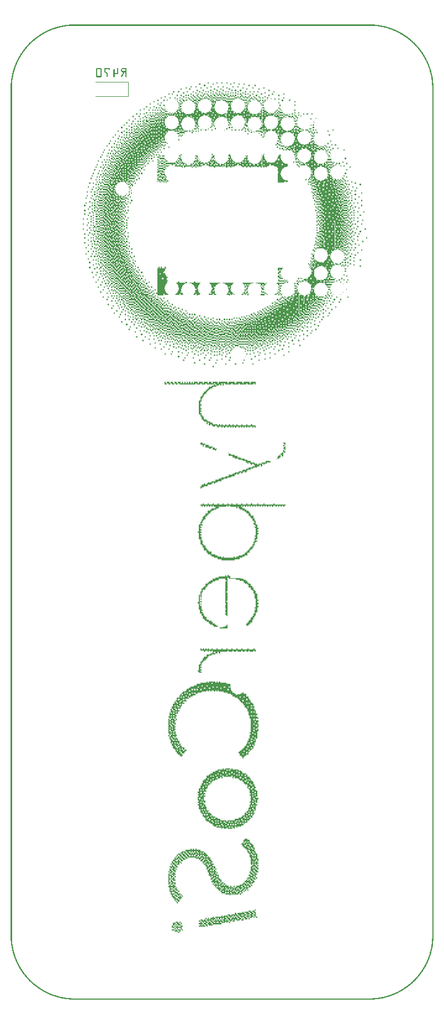
<source format=gbo>
G04 MADE WITH FRITZING*
G04 WWW.FRITZING.ORG*
G04 DOUBLE SIDED*
G04 HOLES PLATED*
G04 CONTOUR ON CENTER OF CONTOUR VECTOR*
%ASAXBY*%
%FSLAX23Y23*%
%MOIN*%
%OFA0B0*%
%SFA1.0B1.0*%
%ADD10R,0.001000X0.001000*%
%LNSILK0*%
G90*
G70*
G36*
X436Y4708D02*
X443Y4708D01*
X443Y4700D01*
X436Y4700D01*
X436Y4708D01*
G37*
D02*
G36*
X436Y4678D02*
X443Y4678D01*
X443Y4670D01*
X436Y4670D01*
X436Y4678D01*
G37*
D02*
G36*
X436Y4648D02*
X443Y4648D01*
X443Y4640D01*
X436Y4640D01*
X436Y4648D01*
G37*
D02*
G36*
X443Y4790D02*
X451Y4790D01*
X451Y4782D01*
X443Y4782D01*
X443Y4790D01*
G37*
D02*
G36*
X443Y4760D02*
X451Y4760D01*
X451Y4752D01*
X443Y4752D01*
X443Y4760D01*
G37*
D02*
G36*
X443Y4737D02*
X451Y4737D01*
X451Y4730D01*
X443Y4730D01*
X443Y4737D01*
G37*
D02*
G36*
X443Y4618D02*
X451Y4618D01*
X451Y4611D01*
X443Y4611D01*
X443Y4618D01*
G37*
D02*
G36*
X443Y4596D02*
X451Y4596D01*
X451Y4588D01*
X443Y4588D01*
X443Y4596D01*
G37*
D02*
G36*
X443Y4566D02*
X451Y4566D01*
X451Y4558D01*
X443Y4558D01*
X443Y4566D01*
G37*
D02*
G36*
X451Y4834D02*
X458Y4834D01*
X458Y4827D01*
X451Y4827D01*
X451Y4834D01*
G37*
D02*
G36*
X451Y4805D02*
X458Y4805D01*
X458Y4797D01*
X451Y4797D01*
X451Y4805D01*
G37*
D02*
G36*
X451Y4536D02*
X458Y4536D01*
X458Y4529D01*
X451Y4529D01*
X451Y4536D01*
G37*
D02*
G36*
X451Y4499D02*
X458Y4499D01*
X458Y4491D01*
X451Y4491D01*
X451Y4499D01*
G37*
D02*
G36*
X458Y4872D02*
X466Y4872D01*
X466Y4864D01*
X458Y4864D01*
X458Y4872D01*
G37*
D02*
G36*
X458Y4849D02*
X466Y4849D01*
X466Y4842D01*
X458Y4842D01*
X458Y4849D01*
G37*
D02*
G36*
X458Y4708D02*
X466Y4708D01*
X466Y4700D01*
X458Y4700D01*
X458Y4708D01*
G37*
D02*
G36*
X458Y4670D02*
X466Y4670D01*
X466Y4663D01*
X458Y4663D01*
X458Y4670D01*
G37*
D02*
G36*
X458Y4640D02*
X466Y4640D01*
X466Y4633D01*
X458Y4633D01*
X458Y4640D01*
G37*
D02*
G36*
X466Y4902D02*
X473Y4902D01*
X473Y4894D01*
X466Y4894D01*
X466Y4902D01*
G37*
D02*
G36*
X466Y4767D02*
X473Y4767D01*
X473Y4760D01*
X466Y4760D01*
X466Y4767D01*
G37*
D02*
G36*
X466Y4730D02*
X473Y4730D01*
X473Y4723D01*
X466Y4723D01*
X466Y4730D01*
G37*
D02*
G36*
X466Y4685D02*
X473Y4685D01*
X473Y4678D01*
X466Y4678D01*
X466Y4685D01*
G37*
D02*
G36*
X466Y4611D02*
X473Y4611D01*
X473Y4603D01*
X466Y4603D01*
X466Y4611D01*
G37*
D02*
G36*
X466Y4581D02*
X473Y4581D01*
X473Y4573D01*
X466Y4573D01*
X466Y4581D01*
G37*
D02*
G36*
X466Y4551D02*
X473Y4551D01*
X473Y4544D01*
X466Y4544D01*
X466Y4551D01*
G37*
D02*
G36*
X466Y4514D02*
X473Y4514D01*
X473Y4506D01*
X466Y4506D01*
X466Y4514D01*
G37*
D02*
G36*
X466Y4469D02*
X473Y4469D01*
X473Y4461D01*
X466Y4461D01*
X466Y4469D01*
G37*
D02*
G36*
X473Y4924D02*
X481Y4924D01*
X481Y4917D01*
X473Y4917D01*
X473Y4924D01*
G37*
D02*
G36*
X473Y4812D02*
X481Y4812D01*
X481Y4805D01*
X473Y4805D01*
X473Y4812D01*
G37*
D02*
G36*
X473Y4782D02*
X481Y4782D01*
X481Y4775D01*
X473Y4775D01*
X473Y4782D01*
G37*
D02*
G36*
X473Y4745D02*
X481Y4745D01*
X481Y4737D01*
X473Y4737D01*
X473Y4745D01*
G37*
D02*
G36*
X473Y4655D02*
X481Y4655D01*
X481Y4648D01*
X473Y4648D01*
X473Y4655D01*
G37*
D02*
G36*
X473Y4626D02*
X481Y4626D01*
X481Y4618D01*
X473Y4618D01*
X473Y4626D01*
G37*
D02*
G36*
X473Y4447D02*
X481Y4447D01*
X481Y4439D01*
X473Y4439D01*
X473Y4447D01*
G37*
D02*
G36*
X473Y4417D02*
X481Y4417D01*
X481Y4409D01*
X473Y4409D01*
X473Y4417D01*
G37*
D02*
G36*
X481Y4954D02*
X488Y4954D01*
X488Y4946D01*
X481Y4946D01*
X481Y4954D01*
G37*
D02*
G36*
X481Y4872D02*
X488Y4872D01*
X488Y4864D01*
X481Y4864D01*
X481Y4872D01*
G37*
D02*
G36*
X481Y4834D02*
X488Y4834D01*
X488Y4827D01*
X481Y4827D01*
X481Y4834D01*
G37*
D02*
G36*
X481Y4723D02*
X488Y4723D01*
X488Y4715D01*
X481Y4715D01*
X481Y4723D01*
G37*
D02*
G36*
X481Y4708D02*
X488Y4708D01*
X488Y4700D01*
X481Y4700D01*
X481Y4708D01*
G37*
D02*
G36*
X481Y4693D02*
X488Y4693D01*
X488Y4685D01*
X481Y4685D01*
X481Y4693D01*
G37*
D02*
G36*
X481Y4670D02*
X488Y4670D01*
X488Y4663D01*
X481Y4663D01*
X481Y4670D01*
G37*
D02*
G36*
X481Y4640D02*
X488Y4640D01*
X488Y4633D01*
X481Y4633D01*
X481Y4640D01*
G37*
D02*
G36*
X481Y4596D02*
X488Y4596D01*
X488Y4588D01*
X481Y4588D01*
X481Y4596D01*
G37*
D02*
G36*
X481Y4573D02*
X488Y4573D01*
X488Y4566D01*
X481Y4566D01*
X481Y4573D01*
G37*
D02*
G36*
X481Y4529D02*
X488Y4529D01*
X488Y4521D01*
X481Y4521D01*
X481Y4529D01*
G37*
D02*
G36*
X481Y4484D02*
X488Y4484D01*
X488Y4476D01*
X481Y4476D01*
X481Y4484D01*
G37*
D02*
G36*
X488Y4969D02*
X496Y4969D01*
X496Y4961D01*
X488Y4961D01*
X488Y4969D01*
G37*
D02*
G36*
X488Y4887D02*
X496Y4887D01*
X496Y4879D01*
X488Y4879D01*
X488Y4887D01*
G37*
D02*
G36*
X488Y4849D02*
X496Y4849D01*
X496Y4842D01*
X488Y4842D01*
X488Y4849D01*
G37*
D02*
G36*
X488Y4805D02*
X496Y4805D01*
X496Y4797D01*
X488Y4797D01*
X488Y4805D01*
G37*
D02*
G36*
X488Y4790D02*
X496Y4790D01*
X496Y4782D01*
X488Y4782D01*
X488Y4790D01*
G37*
D02*
G36*
X488Y4767D02*
X496Y4767D01*
X496Y4760D01*
X488Y4760D01*
X488Y4767D01*
G37*
D02*
G36*
X488Y4752D02*
X496Y4752D01*
X496Y4745D01*
X488Y4745D01*
X488Y4752D01*
G37*
D02*
G36*
X488Y4618D02*
X496Y4618D01*
X496Y4611D01*
X488Y4611D01*
X488Y4618D01*
G37*
D02*
G36*
X488Y4558D02*
X496Y4558D01*
X496Y4551D01*
X488Y4551D01*
X488Y4558D01*
G37*
D02*
G36*
X488Y4544D02*
X496Y4544D01*
X496Y4536D01*
X488Y4536D01*
X488Y4544D01*
G37*
D02*
G36*
X488Y4499D02*
X496Y4499D01*
X496Y4491D01*
X488Y4491D01*
X488Y4499D01*
G37*
D02*
G36*
X488Y4387D02*
X496Y4387D01*
X496Y4379D01*
X488Y4379D01*
X488Y4387D01*
G37*
D02*
G36*
X496Y4984D02*
X503Y4984D01*
X503Y4976D01*
X496Y4976D01*
X496Y4984D01*
G37*
D02*
G36*
X496Y4924D02*
X503Y4924D01*
X503Y4917D01*
X496Y4917D01*
X496Y4924D01*
G37*
D02*
G36*
X496Y4902D02*
X503Y4902D01*
X503Y4894D01*
X496Y4894D01*
X496Y4902D01*
G37*
D02*
G36*
X496Y4827D02*
X503Y4827D01*
X503Y4820D01*
X496Y4820D01*
X496Y4827D01*
G37*
D02*
G36*
X496Y4745D02*
X503Y4745D01*
X503Y4737D01*
X496Y4737D01*
X496Y4745D01*
G37*
D02*
G36*
X496Y4730D02*
X503Y4730D01*
X503Y4723D01*
X496Y4723D01*
X496Y4730D01*
G37*
D02*
G36*
X496Y4715D02*
X503Y4715D01*
X503Y4708D01*
X496Y4708D01*
X496Y4715D01*
G37*
D02*
G36*
X496Y4700D02*
X503Y4700D01*
X503Y4693D01*
X496Y4693D01*
X496Y4700D01*
G37*
D02*
G36*
X496Y4685D02*
X503Y4685D01*
X503Y4678D01*
X496Y4678D01*
X496Y4685D01*
G37*
D02*
G36*
X496Y4670D02*
X503Y4670D01*
X503Y4663D01*
X496Y4663D01*
X496Y4670D01*
G37*
D02*
G36*
X496Y4655D02*
X503Y4655D01*
X503Y4648D01*
X496Y4648D01*
X496Y4655D01*
G37*
D02*
G36*
X496Y4640D02*
X503Y4640D01*
X503Y4633D01*
X496Y4633D01*
X496Y4640D01*
G37*
D02*
G36*
X496Y4611D02*
X503Y4611D01*
X503Y4603D01*
X496Y4603D01*
X496Y4611D01*
G37*
D02*
G36*
X496Y4596D02*
X503Y4596D01*
X503Y4588D01*
X496Y4588D01*
X496Y4596D01*
G37*
D02*
G36*
X496Y4581D02*
X503Y4581D01*
X503Y4573D01*
X496Y4573D01*
X496Y4581D01*
G37*
D02*
G36*
X496Y4514D02*
X503Y4514D01*
X503Y4506D01*
X496Y4506D01*
X496Y4514D01*
G37*
D02*
G36*
X496Y4461D02*
X503Y4461D01*
X503Y4454D01*
X496Y4454D01*
X496Y4461D01*
G37*
D02*
G36*
X496Y4432D02*
X503Y4432D01*
X503Y4424D01*
X496Y4424D01*
X496Y4432D01*
G37*
D02*
G36*
X496Y4357D02*
X503Y4357D01*
X503Y4350D01*
X496Y4350D01*
X496Y4357D01*
G37*
D02*
G36*
X503Y5006D02*
X511Y5006D01*
X511Y4999D01*
X503Y4999D01*
X503Y5006D01*
G37*
D02*
G36*
X503Y4872D02*
X511Y4872D01*
X511Y4864D01*
X503Y4864D01*
X503Y4872D01*
G37*
D02*
G36*
X503Y4857D02*
X511Y4857D01*
X511Y4849D01*
X503Y4849D01*
X503Y4857D01*
G37*
D02*
G36*
X503Y4820D02*
X511Y4820D01*
X511Y4812D01*
X503Y4812D01*
X503Y4820D01*
G37*
D02*
G36*
X503Y4805D02*
X511Y4805D01*
X511Y4797D01*
X503Y4797D01*
X503Y4805D01*
G37*
D02*
G36*
X503Y4790D02*
X511Y4790D01*
X511Y4782D01*
X503Y4782D01*
X503Y4790D01*
G37*
D02*
G36*
X503Y4775D02*
X511Y4775D01*
X511Y4767D01*
X503Y4767D01*
X503Y4775D01*
G37*
D02*
G36*
X503Y4760D02*
X511Y4760D01*
X511Y4752D01*
X503Y4752D01*
X503Y4760D01*
G37*
D02*
G36*
X503Y4663D02*
X511Y4663D01*
X511Y4655D01*
X503Y4655D01*
X503Y4663D01*
G37*
D02*
G36*
X503Y4633D02*
X511Y4633D01*
X511Y4626D01*
X503Y4626D01*
X503Y4633D01*
G37*
D02*
G36*
X503Y4618D02*
X511Y4618D01*
X511Y4611D01*
X503Y4611D01*
X503Y4618D01*
G37*
D02*
G36*
X503Y4573D02*
X511Y4573D01*
X511Y4566D01*
X503Y4566D01*
X503Y4573D01*
G37*
D02*
G36*
X503Y4558D02*
X511Y4558D01*
X511Y4551D01*
X503Y4551D01*
X503Y4558D01*
G37*
D02*
G36*
X503Y4536D02*
X511Y4536D01*
X511Y4529D01*
X503Y4529D01*
X503Y4536D01*
G37*
D02*
G36*
X503Y4484D02*
X511Y4484D01*
X511Y4476D01*
X503Y4476D01*
X503Y4484D01*
G37*
D02*
G36*
X503Y4409D02*
X511Y4409D01*
X511Y4402D01*
X503Y4402D01*
X503Y4409D01*
G37*
D02*
G36*
X511Y5021D02*
X518Y5021D01*
X518Y5013D01*
X511Y5013D01*
X511Y5021D01*
G37*
D02*
G36*
X511Y4946D02*
X518Y4946D01*
X518Y4939D01*
X511Y4939D01*
X511Y4946D01*
G37*
D02*
G36*
X511Y4917D02*
X518Y4917D01*
X518Y4909D01*
X511Y4909D01*
X511Y4917D01*
G37*
D02*
G36*
X511Y4894D02*
X518Y4894D01*
X518Y4887D01*
X511Y4887D01*
X511Y4894D01*
G37*
D02*
G36*
X511Y4842D02*
X518Y4842D01*
X518Y4834D01*
X511Y4834D01*
X511Y4842D01*
G37*
D02*
G36*
X511Y4827D02*
X518Y4827D01*
X518Y4820D01*
X511Y4820D01*
X511Y4827D01*
G37*
D02*
G36*
X511Y4782D02*
X518Y4782D01*
X518Y4775D01*
X511Y4775D01*
X511Y4782D01*
G37*
D02*
G36*
X511Y4752D02*
X518Y4752D01*
X518Y4745D01*
X511Y4745D01*
X511Y4752D01*
G37*
D02*
G36*
X511Y4737D02*
X525Y4737D01*
X525Y4730D01*
X511Y4730D01*
X511Y4737D01*
G37*
D02*
G36*
X511Y4723D02*
X525Y4723D01*
X525Y4715D01*
X511Y4715D01*
X511Y4723D01*
G37*
D02*
G36*
X511Y4708D02*
X540Y4708D01*
X540Y4700D01*
X511Y4700D01*
X511Y4708D01*
G37*
D02*
G36*
X511Y4693D02*
X525Y4693D01*
X525Y4685D01*
X511Y4685D01*
X511Y4693D01*
G37*
D02*
G36*
X511Y4678D02*
X525Y4678D01*
X525Y4670D01*
X511Y4670D01*
X511Y4678D01*
G37*
D02*
G36*
X511Y4655D02*
X518Y4655D01*
X518Y4648D01*
X511Y4648D01*
X511Y4655D01*
G37*
D02*
G36*
X511Y4640D02*
X518Y4640D01*
X518Y4633D01*
X511Y4633D01*
X511Y4640D01*
G37*
D02*
G36*
X511Y4603D02*
X518Y4603D01*
X518Y4596D01*
X511Y4596D01*
X511Y4603D01*
G37*
D02*
G36*
X511Y4588D02*
X518Y4588D01*
X518Y4581D01*
X511Y4581D01*
X511Y4588D01*
G37*
D02*
G36*
X511Y4551D02*
X518Y4551D01*
X518Y4544D01*
X511Y4544D01*
X511Y4551D01*
G37*
D02*
G36*
X511Y4529D02*
X518Y4529D01*
X518Y4521D01*
X511Y4521D01*
X511Y4529D01*
G37*
D02*
G36*
X511Y4514D02*
X518Y4514D01*
X518Y4506D01*
X511Y4506D01*
X511Y4514D01*
G37*
D02*
G36*
X511Y4499D02*
X518Y4499D01*
X518Y4491D01*
X511Y4491D01*
X511Y4499D01*
G37*
D02*
G36*
X511Y4461D02*
X518Y4461D01*
X518Y4454D01*
X511Y4454D01*
X511Y4461D01*
G37*
D02*
G36*
X511Y4439D02*
X518Y4439D01*
X518Y4432D01*
X511Y4432D01*
X511Y4439D01*
G37*
D02*
G36*
X511Y4372D02*
X518Y4372D01*
X518Y4364D01*
X511Y4364D01*
X511Y4372D01*
G37*
D02*
G36*
X511Y4327D02*
X518Y4327D01*
X518Y4320D01*
X511Y4320D01*
X511Y4327D01*
G37*
D02*
G36*
X518Y5036D02*
X525Y5036D01*
X525Y5028D01*
X518Y5028D01*
X518Y5036D01*
G37*
D02*
G36*
X518Y4961D02*
X525Y4961D01*
X525Y4954D01*
X518Y4954D01*
X518Y4961D01*
G37*
D02*
G36*
X518Y4931D02*
X525Y4931D01*
X525Y4924D01*
X518Y4924D01*
X518Y4931D01*
G37*
D02*
G36*
X518Y4879D02*
X525Y4879D01*
X525Y4872D01*
X518Y4872D01*
X518Y4879D01*
G37*
D02*
G36*
X518Y4864D02*
X525Y4864D01*
X525Y4857D01*
X518Y4857D01*
X518Y4864D01*
G37*
D02*
G36*
X518Y4849D02*
X525Y4849D01*
X525Y4842D01*
X518Y4842D01*
X518Y4849D01*
G37*
D02*
G36*
X518Y4812D02*
X533Y4812D01*
X533Y4805D01*
X518Y4805D01*
X518Y4812D01*
G37*
D02*
G36*
X518Y4797D02*
X525Y4797D01*
X525Y4790D01*
X518Y4790D01*
X518Y4797D01*
G37*
D02*
G36*
X518Y4775D02*
X525Y4775D01*
X525Y4767D01*
X518Y4767D01*
X518Y4775D01*
G37*
D02*
G36*
X518Y4760D02*
X525Y4760D01*
X525Y4752D01*
X518Y4752D01*
X518Y4760D01*
G37*
D02*
G36*
X518Y4663D02*
X540Y4663D01*
X540Y4655D01*
X518Y4655D01*
X518Y4663D01*
G37*
D02*
G36*
X518Y4633D02*
X540Y4633D01*
X540Y4626D01*
X518Y4626D01*
X518Y4633D01*
G37*
D02*
G36*
X518Y4618D02*
X533Y4618D01*
X533Y4611D01*
X518Y4611D01*
X518Y4618D01*
G37*
D02*
G36*
X518Y4596D02*
X525Y4596D01*
X525Y4588D01*
X518Y4588D01*
X518Y4596D01*
G37*
D02*
G36*
X518Y4573D02*
X533Y4573D01*
X533Y4566D01*
X518Y4566D01*
X518Y4573D01*
G37*
D02*
G36*
X518Y4558D02*
X525Y4558D01*
X525Y4551D01*
X518Y4551D01*
X518Y4558D01*
G37*
D02*
G36*
X518Y4536D02*
X525Y4536D01*
X525Y4529D01*
X518Y4529D01*
X518Y4536D01*
G37*
D02*
G36*
X518Y4484D02*
X525Y4484D01*
X525Y4476D01*
X518Y4476D01*
X518Y4484D01*
G37*
D02*
G36*
X518Y4417D02*
X525Y4417D01*
X525Y4409D01*
X518Y4409D01*
X518Y4417D01*
G37*
D02*
G36*
X518Y4387D02*
X525Y4387D01*
X525Y4379D01*
X518Y4379D01*
X518Y4387D01*
G37*
D02*
G36*
X525Y5058D02*
X533Y5058D01*
X533Y5051D01*
X525Y5051D01*
X525Y5058D01*
G37*
D02*
G36*
X525Y4984D02*
X533Y4984D01*
X533Y4976D01*
X525Y4976D01*
X525Y4984D01*
G37*
D02*
G36*
X525Y4917D02*
X533Y4917D01*
X533Y4909D01*
X525Y4909D01*
X525Y4917D01*
G37*
D02*
G36*
X525Y4902D02*
X533Y4902D01*
X533Y4894D01*
X525Y4894D01*
X525Y4902D01*
G37*
D02*
G36*
X525Y4887D02*
X533Y4887D01*
X533Y4879D01*
X525Y4879D01*
X525Y4887D01*
G37*
D02*
G36*
X525Y4842D02*
X540Y4842D01*
X540Y4834D01*
X525Y4834D01*
X525Y4842D01*
G37*
D02*
G36*
X525Y4827D02*
X533Y4827D01*
X533Y4820D01*
X525Y4820D01*
X525Y4827D01*
G37*
D02*
G36*
X525Y4790D02*
X555Y4790D01*
X555Y4782D01*
X525Y4782D01*
X525Y4790D01*
G37*
D02*
G36*
X525Y4767D02*
X533Y4767D01*
X533Y4760D01*
X525Y4760D01*
X525Y4767D01*
G37*
D02*
G36*
X525Y4752D02*
X540Y4752D01*
X540Y4745D01*
X525Y4745D01*
X525Y4752D01*
G37*
D02*
G36*
X525Y4730D02*
X533Y4730D01*
X533Y4723D01*
X525Y4723D01*
X525Y4730D01*
G37*
D02*
G36*
X525Y4685D02*
X533Y4685D01*
X533Y4678D01*
X525Y4678D01*
X525Y4685D01*
G37*
D02*
G36*
X525Y4648D02*
X540Y4648D01*
X540Y4640D01*
X525Y4640D01*
X525Y4648D01*
G37*
D02*
G36*
X525Y4603D02*
X533Y4603D01*
X533Y4596D01*
X525Y4596D01*
X525Y4603D01*
G37*
D02*
G36*
X525Y4588D02*
X540Y4588D01*
X540Y4581D01*
X525Y4581D01*
X525Y4588D01*
G37*
D02*
G36*
X525Y4551D02*
X533Y4551D01*
X533Y4544D01*
X525Y4544D01*
X525Y4551D01*
G37*
D02*
G36*
X525Y4521D02*
X533Y4521D01*
X533Y4514D01*
X525Y4514D01*
X525Y4521D01*
G37*
D02*
G36*
X525Y4506D02*
X540Y4506D01*
X540Y4499D01*
X525Y4499D01*
X525Y4506D01*
G37*
D02*
G36*
X525Y4491D02*
X533Y4491D01*
X533Y4484D01*
X525Y4484D01*
X525Y4491D01*
G37*
D02*
G36*
X525Y4469D02*
X533Y4469D01*
X533Y4461D01*
X525Y4461D01*
X525Y4469D01*
G37*
D02*
G36*
X525Y4454D02*
X533Y4454D01*
X533Y4447D01*
X525Y4447D01*
X525Y4454D01*
G37*
D02*
G36*
X525Y4439D02*
X533Y4439D01*
X533Y4432D01*
X525Y4432D01*
X525Y4439D01*
G37*
D02*
G36*
X525Y4342D02*
X533Y4342D01*
X533Y4335D01*
X525Y4335D01*
X525Y4342D01*
G37*
D02*
G36*
X525Y4297D02*
X533Y4297D01*
X533Y4290D01*
X525Y4290D01*
X525Y4297D01*
G37*
D02*
G36*
X533Y4999D02*
X540Y4999D01*
X540Y4991D01*
X533Y4991D01*
X533Y4999D01*
G37*
D02*
G36*
X533Y4961D02*
X540Y4961D01*
X540Y4954D01*
X533Y4954D01*
X533Y4961D01*
G37*
D02*
G36*
X533Y4946D02*
X540Y4946D01*
X540Y4939D01*
X533Y4939D01*
X533Y4946D01*
G37*
D02*
G36*
X533Y4931D02*
X540Y4931D01*
X540Y4924D01*
X533Y4924D01*
X533Y4931D01*
G37*
D02*
G36*
X533Y4894D02*
X540Y4894D01*
X540Y4887D01*
X533Y4887D01*
X533Y4894D01*
G37*
D02*
G36*
X533Y4872D02*
X578Y4872D01*
X578Y4864D01*
X533Y4864D01*
X533Y4872D01*
G37*
D02*
G36*
X533Y4857D02*
X548Y4857D01*
X548Y4849D01*
X533Y4849D01*
X533Y4857D01*
G37*
D02*
G36*
X533Y4820D02*
X555Y4820D01*
X555Y4812D01*
X533Y4812D01*
X533Y4820D01*
G37*
D02*
G36*
X533Y4805D02*
X555Y4805D01*
X555Y4797D01*
X533Y4797D01*
X533Y4805D01*
G37*
D02*
G36*
X533Y4775D02*
X555Y4775D01*
X555Y4767D01*
X533Y4767D01*
X533Y4775D01*
G37*
D02*
G36*
X533Y4737D02*
X540Y4737D01*
X540Y4730D01*
X533Y4730D01*
X533Y4737D01*
G37*
D02*
G36*
X533Y4723D02*
X540Y4723D01*
X540Y4715D01*
X533Y4715D01*
X533Y4723D01*
G37*
D02*
G36*
X533Y4693D02*
X540Y4693D01*
X540Y4685D01*
X533Y4685D01*
X533Y4693D01*
G37*
D02*
G36*
X533Y4678D02*
X540Y4678D01*
X540Y4670D01*
X533Y4670D01*
X533Y4678D01*
G37*
D02*
G36*
X533Y4611D02*
X563Y4611D01*
X563Y4603D01*
X555Y4603D01*
X555Y4596D01*
X548Y4596D01*
X548Y4603D01*
X533Y4603D01*
X533Y4611D01*
G37*
D02*
G36*
X533Y4566D02*
X548Y4566D01*
X548Y4558D01*
X533Y4558D01*
X533Y4566D01*
G37*
D02*
G36*
X533Y4544D02*
X540Y4544D01*
X540Y4536D01*
X533Y4536D01*
X533Y4544D01*
G37*
D02*
G36*
X533Y4529D02*
X540Y4529D01*
X540Y4521D01*
X533Y4521D01*
X533Y4529D01*
G37*
D02*
G36*
X533Y4484D02*
X540Y4484D01*
X540Y4476D01*
X533Y4476D01*
X533Y4484D01*
G37*
D02*
G36*
X533Y4432D02*
X540Y4432D01*
X540Y4424D01*
X533Y4424D01*
X533Y4432D01*
G37*
D02*
G36*
X533Y4409D02*
X540Y4409D01*
X540Y4402D01*
X533Y4402D01*
X533Y4409D01*
G37*
D02*
G36*
X533Y4357D02*
X540Y4357D01*
X540Y4350D01*
X533Y4350D01*
X533Y4357D01*
G37*
D02*
G36*
X540Y5081D02*
X548Y5081D01*
X548Y5073D01*
X540Y5073D01*
X540Y5081D01*
G37*
D02*
G36*
X540Y5021D02*
X548Y5021D01*
X548Y5013D01*
X540Y5013D01*
X540Y5021D01*
G37*
D02*
G36*
X540Y4976D02*
X548Y4976D01*
X548Y4969D01*
X540Y4969D01*
X540Y4976D01*
G37*
D02*
G36*
X540Y4924D02*
X548Y4924D01*
X548Y4917D01*
X540Y4917D01*
X540Y4924D01*
G37*
D02*
G36*
X540Y4909D02*
X555Y4909D01*
X555Y4902D01*
X540Y4902D01*
X540Y4909D01*
G37*
D02*
G36*
X540Y4887D02*
X548Y4887D01*
X548Y4879D01*
X540Y4879D01*
X540Y4887D01*
G37*
D02*
G36*
X540Y4834D02*
X555Y4834D01*
X555Y4827D01*
X540Y4827D01*
X540Y4834D01*
G37*
D02*
G36*
X540Y4760D02*
X555Y4760D01*
X555Y4752D01*
X540Y4752D01*
X540Y4760D01*
G37*
D02*
G36*
X540Y4745D02*
X555Y4745D01*
X555Y4737D01*
X540Y4737D01*
X540Y4745D01*
G37*
D02*
G36*
X540Y4730D02*
X555Y4730D01*
X555Y4723D01*
X540Y4723D01*
X540Y4730D01*
G37*
D02*
G36*
X540Y4700D02*
X563Y4700D01*
X563Y4693D01*
X570Y4693D01*
X570Y4685D01*
X578Y4685D01*
X578Y4678D01*
X563Y4678D01*
X563Y4685D01*
X555Y4685D01*
X555Y4693D01*
X540Y4693D01*
X540Y4700D01*
G37*
D02*
G36*
X540Y4685D02*
X555Y4685D01*
X555Y4678D01*
X540Y4678D01*
X540Y4685D01*
G37*
D02*
G36*
X540Y4640D02*
X555Y4640D01*
X555Y4633D01*
X540Y4633D01*
X540Y4640D01*
G37*
D02*
G36*
X540Y4626D02*
X555Y4626D01*
X555Y4633D01*
X570Y4633D01*
X570Y4626D01*
X563Y4626D01*
X563Y4618D01*
X540Y4618D01*
X540Y4626D01*
G37*
D02*
G36*
X540Y4596D02*
X548Y4596D01*
X548Y4588D01*
X540Y4588D01*
X540Y4596D01*
G37*
D02*
G36*
X540Y4581D02*
X548Y4581D01*
X548Y4573D01*
X540Y4573D01*
X540Y4581D01*
G37*
D02*
G36*
X540Y4551D02*
X548Y4551D01*
X548Y4544D01*
X540Y4544D01*
X540Y4551D01*
G37*
D02*
G36*
X540Y4536D02*
X548Y4536D01*
X548Y4529D01*
X540Y4529D01*
X540Y4536D01*
G37*
D02*
G36*
X540Y4521D02*
X548Y4521D01*
X548Y4514D01*
X540Y4514D01*
X540Y4521D01*
G37*
D02*
G36*
X540Y4499D02*
X555Y4499D01*
X555Y4491D01*
X540Y4491D01*
X540Y4499D01*
G37*
D02*
G36*
X540Y4476D02*
X548Y4476D01*
X548Y4469D01*
X540Y4469D01*
X540Y4476D01*
G37*
D02*
G36*
X540Y4461D02*
X555Y4461D01*
X555Y4454D01*
X540Y4454D01*
X540Y4461D01*
G37*
D02*
G36*
X540Y4447D02*
X548Y4447D01*
X548Y4439D01*
X540Y4439D01*
X540Y4447D01*
G37*
D02*
G36*
X540Y4417D02*
X548Y4417D01*
X548Y4409D01*
X540Y4409D01*
X540Y4417D01*
G37*
D02*
G36*
X540Y4394D02*
X548Y4394D01*
X548Y4387D01*
X540Y4387D01*
X540Y4394D01*
G37*
D02*
G36*
X540Y4379D02*
X548Y4379D01*
X548Y4372D01*
X540Y4372D01*
X540Y4379D01*
G37*
D02*
G36*
X540Y4312D02*
X548Y4312D01*
X548Y4305D01*
X540Y4305D01*
X540Y4312D01*
G37*
D02*
G36*
X540Y4268D02*
X548Y4268D01*
X548Y4260D01*
X540Y4260D01*
X540Y4268D01*
G37*
D02*
G36*
X548Y5096D02*
X555Y5096D01*
X555Y5088D01*
X548Y5088D01*
X548Y5096D01*
G37*
D02*
G36*
X548Y5051D02*
X555Y5051D01*
X555Y5043D01*
X548Y5043D01*
X548Y5051D01*
G37*
D02*
G36*
X548Y4999D02*
X555Y4999D01*
X555Y4991D01*
X548Y4991D01*
X548Y4999D01*
G37*
D02*
G36*
X548Y4961D02*
X555Y4961D01*
X555Y4954D01*
X548Y4954D01*
X548Y4961D01*
G37*
D02*
G36*
X548Y4946D02*
X563Y4946D01*
X563Y4939D01*
X548Y4939D01*
X548Y4946D01*
G37*
D02*
G36*
X548Y4931D02*
X555Y4931D01*
X555Y4924D01*
X548Y4924D01*
X548Y4931D01*
G37*
D02*
G36*
X548Y4894D02*
X555Y4894D01*
X555Y4887D01*
X548Y4887D01*
X548Y4894D01*
G37*
D02*
G36*
X548Y4849D02*
X555Y4849D01*
X555Y4842D01*
X548Y4842D01*
X548Y4849D01*
G37*
D02*
G36*
X548Y4588D02*
X555Y4588D01*
X555Y4581D01*
X548Y4581D01*
X548Y4588D01*
G37*
D02*
G36*
X548Y4573D02*
X555Y4573D01*
X555Y4566D01*
X548Y4566D01*
X548Y4573D01*
G37*
D02*
G36*
X548Y4558D02*
X555Y4558D01*
X555Y4551D01*
X548Y4551D01*
X548Y4558D01*
G37*
D02*
G36*
X548Y4544D02*
X555Y4544D01*
X555Y4536D01*
X548Y4536D01*
X548Y4544D01*
G37*
D02*
G36*
X548Y4529D02*
X555Y4529D01*
X555Y4521D01*
X548Y4521D01*
X548Y4529D01*
G37*
D02*
G36*
X548Y4514D02*
X555Y4514D01*
X555Y4506D01*
X548Y4506D01*
X548Y4514D01*
G37*
D02*
G36*
X548Y4484D02*
X555Y4484D01*
X555Y4476D01*
X548Y4476D01*
X548Y4484D01*
G37*
D02*
G36*
X548Y4439D02*
X555Y4439D01*
X555Y4432D01*
X548Y4432D01*
X548Y4439D01*
G37*
D02*
G36*
X548Y4424D02*
X555Y4424D01*
X555Y4417D01*
X548Y4417D01*
X548Y4424D01*
G37*
D02*
G36*
X548Y4364D02*
X555Y4364D01*
X555Y4357D01*
X548Y4357D01*
X548Y4364D01*
G37*
D02*
G36*
X548Y4327D02*
X555Y4327D01*
X555Y4320D01*
X548Y4320D01*
X548Y4327D01*
G37*
D02*
G36*
X555Y5110D02*
X563Y5110D01*
X563Y5103D01*
X555Y5103D01*
X555Y5110D01*
G37*
D02*
G36*
X555Y5036D02*
X563Y5036D01*
X563Y5028D01*
X555Y5028D01*
X555Y5036D01*
G37*
D02*
G36*
X555Y5013D02*
X563Y5013D01*
X563Y5006D01*
X555Y5006D01*
X555Y5013D01*
G37*
D02*
G36*
X555Y4984D02*
X563Y4984D01*
X563Y4976D01*
X555Y4976D01*
X555Y4984D01*
G37*
D02*
G36*
X555Y4969D02*
X563Y4969D01*
X563Y4961D01*
X555Y4961D01*
X555Y4969D01*
G37*
D02*
G36*
X555Y4924D02*
X563Y4924D01*
X563Y4917D01*
X555Y4917D01*
X555Y4924D01*
G37*
D02*
G36*
X555Y4902D02*
X585Y4902D01*
X585Y4894D01*
X555Y4894D01*
X555Y4902D01*
G37*
D02*
G36*
X555Y4842D02*
X563Y4842D01*
X563Y4834D01*
X555Y4834D01*
X555Y4842D01*
G37*
D02*
G36*
X555Y4827D02*
X563Y4827D01*
X563Y4820D01*
X555Y4820D01*
X555Y4827D01*
G37*
D02*
G36*
X555Y4812D02*
X563Y4812D01*
X563Y4805D01*
X555Y4805D01*
X555Y4812D01*
G37*
D02*
G36*
X555Y4797D02*
X563Y4797D01*
X563Y4790D01*
X555Y4790D01*
X555Y4797D01*
G37*
D02*
G36*
X555Y4737D02*
X563Y4737D01*
X563Y4730D01*
X555Y4730D01*
X555Y4737D01*
G37*
D02*
G36*
X555Y4566D02*
X563Y4566D01*
X563Y4558D01*
X555Y4558D01*
X555Y4566D01*
G37*
D02*
G36*
X555Y4551D02*
X563Y4551D01*
X563Y4544D01*
X555Y4544D01*
X555Y4551D01*
G37*
D02*
G36*
X555Y4536D02*
X563Y4536D01*
X563Y4529D01*
X555Y4529D01*
X555Y4536D01*
G37*
D02*
G36*
X555Y4521D02*
X563Y4521D01*
X563Y4514D01*
X555Y4514D01*
X555Y4521D01*
G37*
D02*
G36*
X555Y4506D02*
X563Y4506D01*
X563Y4499D01*
X555Y4499D01*
X555Y4506D01*
G37*
D02*
G36*
X555Y4491D02*
X563Y4491D01*
X563Y4484D01*
X555Y4484D01*
X555Y4491D01*
G37*
D02*
G36*
X555Y4476D02*
X578Y4476D01*
X578Y4469D01*
X555Y4469D01*
X555Y4476D01*
G37*
D02*
G36*
X555Y4454D02*
X563Y4454D01*
X563Y4447D01*
X555Y4447D01*
X555Y4454D01*
G37*
D02*
G36*
X555Y4432D02*
X563Y4432D01*
X563Y4424D01*
X555Y4424D01*
X555Y4432D01*
G37*
D02*
G36*
X555Y4409D02*
X563Y4409D01*
X563Y4402D01*
X555Y4402D01*
X555Y4409D01*
G37*
D02*
G36*
X555Y4394D02*
X563Y4394D01*
X563Y4387D01*
X555Y4387D01*
X555Y4394D01*
G37*
D02*
G36*
X555Y4379D02*
X563Y4379D01*
X563Y4372D01*
X555Y4372D01*
X555Y4379D01*
G37*
D02*
G36*
X555Y4350D02*
X563Y4350D01*
X563Y4342D01*
X555Y4342D01*
X555Y4350D01*
G37*
D02*
G36*
X555Y4282D02*
X563Y4282D01*
X563Y4275D01*
X555Y4275D01*
X555Y4282D01*
G37*
D02*
G36*
X555Y4238D02*
X563Y4238D01*
X563Y4230D01*
X555Y4230D01*
X555Y4238D01*
G37*
D02*
G36*
X563Y5125D02*
X570Y5125D01*
X570Y5118D01*
X563Y5118D01*
X563Y5125D01*
G37*
D02*
G36*
X563Y5066D02*
X570Y5066D01*
X570Y5058D01*
X563Y5058D01*
X563Y5066D01*
G37*
D02*
G36*
X563Y5021D02*
X570Y5021D01*
X570Y5013D01*
X563Y5013D01*
X563Y5021D01*
G37*
D02*
G36*
X563Y4999D02*
X570Y4999D01*
X570Y4991D01*
X563Y4991D01*
X563Y4999D01*
G37*
D02*
G36*
X563Y4976D02*
X570Y4976D01*
X570Y4969D01*
X563Y4969D01*
X563Y4976D01*
G37*
D02*
G36*
X563Y4954D02*
X570Y4954D01*
X570Y4946D01*
X563Y4946D01*
X563Y4954D01*
G37*
D02*
G36*
X563Y4939D02*
X570Y4939D01*
X570Y4931D01*
X563Y4931D01*
X563Y4939D01*
G37*
D02*
G36*
X563Y4820D02*
X570Y4820D01*
X570Y4812D01*
X563Y4812D01*
X563Y4820D01*
G37*
D02*
G36*
X563Y4805D02*
X570Y4805D01*
X570Y4812D01*
X578Y4812D01*
X578Y4805D01*
X585Y4805D01*
X585Y4797D01*
X578Y4797D01*
X578Y4790D01*
X570Y4790D01*
X570Y4797D01*
X563Y4797D01*
X563Y4805D01*
G37*
D02*
G36*
X563Y4558D02*
X570Y4558D01*
X570Y4551D01*
X563Y4551D01*
X563Y4558D01*
G37*
D02*
G36*
X563Y4529D02*
X578Y4529D01*
X578Y4521D01*
X563Y4521D01*
X563Y4529D01*
G37*
D02*
G36*
X563Y4499D02*
X585Y4499D01*
X585Y4491D01*
X578Y4491D01*
X578Y4484D01*
X570Y4484D01*
X570Y4491D01*
X563Y4491D01*
X563Y4499D01*
G37*
D02*
G36*
X563Y4461D02*
X578Y4461D01*
X578Y4454D01*
X563Y4454D01*
X563Y4461D01*
G37*
D02*
G36*
X563Y4447D02*
X578Y4447D01*
X578Y4439D01*
X563Y4439D01*
X563Y4447D01*
G37*
D02*
G36*
X563Y4424D02*
X570Y4424D01*
X570Y4417D01*
X563Y4417D01*
X563Y4424D01*
G37*
D02*
G36*
X563Y4402D02*
X570Y4402D01*
X570Y4394D01*
X563Y4394D01*
X563Y4402D01*
G37*
D02*
G36*
X563Y4372D02*
X570Y4372D01*
X570Y4364D01*
X563Y4364D01*
X563Y4372D01*
G37*
D02*
G36*
X563Y4335D02*
X570Y4335D01*
X570Y4327D01*
X563Y4327D01*
X563Y4335D01*
G37*
D02*
G36*
X563Y4297D02*
X570Y4297D01*
X570Y4290D01*
X563Y4290D01*
X563Y4297D01*
G37*
D02*
G36*
X570Y5051D02*
X578Y5051D01*
X578Y5043D01*
X570Y5043D01*
X570Y5051D01*
G37*
D02*
G36*
X570Y5036D02*
X578Y5036D01*
X578Y5028D01*
X570Y5028D01*
X570Y5036D01*
G37*
D02*
G36*
X570Y5006D02*
X578Y5006D01*
X578Y4999D01*
X570Y4999D01*
X570Y5006D01*
G37*
D02*
G36*
X570Y4984D02*
X578Y4984D01*
X578Y4976D01*
X570Y4976D01*
X570Y4984D01*
G37*
D02*
G36*
X570Y4969D02*
X578Y4969D01*
X578Y4961D01*
X570Y4961D01*
X570Y4969D01*
G37*
D02*
G36*
X570Y4946D02*
X593Y4946D01*
X593Y4939D01*
X570Y4939D01*
X570Y4946D01*
G37*
D02*
G36*
X570Y4931D02*
X593Y4931D01*
X593Y4924D01*
X570Y4924D01*
X570Y4931D01*
G37*
D02*
G36*
X570Y4432D02*
X578Y4432D01*
X578Y4424D01*
X570Y4424D01*
X570Y4432D01*
G37*
D02*
G36*
X570Y4417D02*
X578Y4417D01*
X578Y4409D01*
X570Y4409D01*
X570Y4417D01*
G37*
D02*
G36*
X570Y4394D02*
X578Y4394D01*
X578Y4387D01*
X570Y4387D01*
X570Y4394D01*
G37*
D02*
G36*
X570Y4379D02*
X578Y4379D01*
X578Y4372D01*
X570Y4372D01*
X570Y4379D01*
G37*
D02*
G36*
X570Y4357D02*
X578Y4357D01*
X578Y4350D01*
X570Y4350D01*
X570Y4357D01*
G37*
D02*
G36*
X570Y4320D02*
X578Y4320D01*
X578Y4312D01*
X570Y4312D01*
X570Y4320D01*
G37*
D02*
G36*
X578Y5148D02*
X585Y5148D01*
X585Y5140D01*
X578Y5140D01*
X578Y5148D01*
G37*
D02*
G36*
X578Y5088D02*
X585Y5088D01*
X585Y5081D01*
X578Y5081D01*
X578Y5088D01*
G37*
D02*
G36*
X578Y5066D02*
X585Y5066D01*
X585Y5058D01*
X578Y5058D01*
X578Y5066D01*
G37*
D02*
G36*
X578Y5021D02*
X585Y5021D01*
X585Y5013D01*
X578Y5013D01*
X578Y5021D01*
G37*
D02*
G36*
X578Y4999D02*
X585Y4999D01*
X585Y4991D01*
X578Y4991D01*
X578Y4999D01*
G37*
D02*
G36*
X578Y4976D02*
X593Y4976D01*
X593Y4969D01*
X578Y4969D01*
X578Y4976D01*
G37*
D02*
G36*
X578Y4961D02*
X593Y4961D01*
X593Y4954D01*
X578Y4954D01*
X578Y4961D01*
G37*
D02*
G36*
X578Y4484D02*
X585Y4484D01*
X585Y4491D01*
X593Y4491D01*
X593Y4484D01*
X600Y4484D01*
X600Y4476D01*
X607Y4476D01*
X607Y4469D01*
X593Y4469D01*
X593Y4476D01*
X578Y4476D01*
X578Y4484D01*
G37*
D02*
G36*
X578Y4454D02*
X585Y4454D01*
X585Y4447D01*
X578Y4447D01*
X578Y4454D01*
G37*
D02*
G36*
X578Y4439D02*
X585Y4439D01*
X585Y4432D01*
X578Y4432D01*
X578Y4439D01*
G37*
D02*
G36*
X578Y4424D02*
X585Y4424D01*
X585Y4417D01*
X578Y4417D01*
X578Y4424D01*
G37*
D02*
G36*
X578Y4409D02*
X585Y4409D01*
X585Y4402D01*
X578Y4402D01*
X578Y4409D01*
G37*
D02*
G36*
X578Y4387D02*
X585Y4387D01*
X585Y4379D01*
X578Y4379D01*
X578Y4387D01*
G37*
D02*
G36*
X578Y4364D02*
X585Y4364D01*
X585Y4357D01*
X578Y4357D01*
X578Y4364D01*
G37*
D02*
G36*
X578Y4342D02*
X585Y4342D01*
X585Y4335D01*
X578Y4335D01*
X578Y4342D01*
G37*
D02*
G36*
X578Y4305D02*
X585Y4305D01*
X585Y4297D01*
X578Y4297D01*
X578Y4305D01*
G37*
D02*
G36*
X578Y4260D02*
X585Y4260D01*
X585Y4253D01*
X578Y4253D01*
X578Y4260D01*
G37*
D02*
G36*
X578Y4223D02*
X585Y4223D01*
X585Y4215D01*
X578Y4215D01*
X578Y4223D01*
G37*
D02*
G36*
X585Y5103D02*
X593Y5103D01*
X593Y5096D01*
X585Y5096D01*
X585Y5103D01*
G37*
D02*
G36*
X585Y5051D02*
X593Y5051D01*
X593Y5043D01*
X585Y5043D01*
X585Y5051D01*
G37*
D02*
G36*
X585Y5036D02*
X593Y5036D01*
X593Y5028D01*
X585Y5028D01*
X585Y5036D01*
G37*
D02*
G36*
X585Y5013D02*
X600Y5013D01*
X600Y5006D01*
X585Y5006D01*
X585Y5013D01*
G37*
D02*
G36*
X585Y4991D02*
X593Y4991D01*
X593Y4984D01*
X585Y4984D01*
X585Y4991D01*
G37*
D02*
G36*
X585Y4447D02*
X600Y4447D01*
X600Y4439D01*
X585Y4439D01*
X585Y4447D01*
G37*
D02*
G36*
X585Y4417D02*
X607Y4417D01*
X607Y4409D01*
X585Y4409D01*
X585Y4417D01*
G37*
D02*
G36*
X585Y4402D02*
X607Y4402D01*
X607Y4394D01*
X585Y4394D01*
X585Y4402D01*
G37*
D02*
G36*
X585Y4379D02*
X593Y4379D01*
X593Y4372D01*
X585Y4372D01*
X585Y4379D01*
G37*
D02*
G36*
X585Y4357D02*
X593Y4357D01*
X593Y4350D01*
X585Y4350D01*
X585Y4357D01*
G37*
D02*
G36*
X585Y4335D02*
X593Y4335D01*
X593Y4327D01*
X585Y4327D01*
X585Y4335D01*
G37*
D02*
G36*
X585Y4320D02*
X593Y4320D01*
X593Y4312D01*
X585Y4312D01*
X585Y4320D01*
G37*
D02*
G36*
X585Y4290D02*
X593Y4290D01*
X593Y4282D01*
X585Y4282D01*
X585Y4290D01*
G37*
D02*
G36*
X585Y4238D02*
X593Y4238D01*
X593Y4230D01*
X585Y4230D01*
X585Y4238D01*
G37*
D02*
G36*
X585Y4193D02*
X593Y4193D01*
X593Y4185D01*
X585Y4185D01*
X585Y4193D01*
G37*
D02*
G36*
X593Y5163D02*
X600Y5163D01*
X600Y5155D01*
X593Y5155D01*
X593Y5163D01*
G37*
D02*
G36*
X593Y5125D02*
X600Y5125D01*
X600Y5118D01*
X593Y5118D01*
X593Y5125D01*
G37*
D02*
G36*
X593Y5081D02*
X600Y5081D01*
X600Y5073D01*
X593Y5073D01*
X593Y5081D01*
G37*
D02*
G36*
X593Y5066D02*
X600Y5066D01*
X600Y5058D01*
X593Y5058D01*
X593Y5066D01*
G37*
D02*
G36*
X593Y5028D02*
X607Y5028D01*
X607Y5021D01*
X593Y5021D01*
X593Y5028D01*
G37*
D02*
G36*
X593Y4999D02*
X600Y4999D01*
X600Y4991D01*
X593Y4991D01*
X593Y4999D01*
G37*
D02*
G36*
X593Y4984D02*
X600Y4984D01*
X600Y4976D01*
X593Y4976D01*
X593Y4984D01*
G37*
D02*
G36*
X593Y4969D02*
X600Y4969D01*
X600Y4961D01*
X593Y4961D01*
X593Y4969D01*
G37*
D02*
G36*
X593Y4954D02*
X600Y4954D01*
X600Y4946D01*
X593Y4946D01*
X593Y4954D01*
G37*
D02*
G36*
X593Y4387D02*
X607Y4387D01*
X607Y4379D01*
X593Y4379D01*
X593Y4387D01*
G37*
D02*
G36*
X593Y4372D02*
X607Y4372D01*
X607Y4364D01*
X593Y4364D01*
X593Y4372D01*
G37*
D02*
G36*
X593Y4350D02*
X600Y4350D01*
X600Y4342D01*
X593Y4342D01*
X593Y4350D01*
G37*
D02*
G36*
X593Y4327D02*
X600Y4327D01*
X600Y4320D01*
X593Y4320D01*
X593Y4327D01*
G37*
D02*
G36*
X593Y4305D02*
X600Y4305D01*
X600Y4297D01*
X593Y4297D01*
X593Y4305D01*
G37*
D02*
G36*
X593Y4275D02*
X600Y4275D01*
X600Y4268D01*
X593Y4268D01*
X593Y4275D01*
G37*
D02*
G36*
X600Y5178D02*
X607Y5178D01*
X607Y5170D01*
X600Y5170D01*
X600Y5178D01*
G37*
D02*
G36*
X600Y5103D02*
X607Y5103D01*
X607Y5096D01*
X600Y5096D01*
X600Y5103D01*
G37*
D02*
G36*
X600Y5058D02*
X607Y5058D01*
X607Y5051D01*
X600Y5051D01*
X600Y5058D01*
G37*
D02*
G36*
X600Y5043D02*
X607Y5043D01*
X607Y5036D01*
X600Y5036D01*
X600Y5043D01*
G37*
D02*
G36*
X600Y5006D02*
X615Y5006D01*
X615Y4999D01*
X600Y4999D01*
X600Y5006D01*
G37*
D02*
G36*
X600Y4991D02*
X615Y4991D01*
X615Y4984D01*
X600Y4984D01*
X600Y4991D01*
G37*
D02*
G36*
X600Y4357D02*
X607Y4357D01*
X607Y4350D01*
X600Y4350D01*
X600Y4357D01*
G37*
D02*
G36*
X600Y4342D02*
X607Y4342D01*
X607Y4335D01*
X600Y4335D01*
X600Y4342D01*
G37*
D02*
G36*
X600Y4312D02*
X607Y4312D01*
X607Y4305D01*
X600Y4305D01*
X600Y4312D01*
G37*
D02*
G36*
X600Y4260D02*
X607Y4260D01*
X607Y4253D01*
X600Y4253D01*
X600Y4260D01*
G37*
D02*
G36*
X607Y5140D02*
X615Y5140D01*
X615Y5133D01*
X607Y5133D01*
X607Y5140D01*
G37*
D02*
G36*
X607Y5118D02*
X615Y5118D01*
X615Y5110D01*
X607Y5110D01*
X607Y5118D01*
G37*
D02*
G36*
X607Y5088D02*
X615Y5088D01*
X615Y5081D01*
X607Y5081D01*
X607Y5088D01*
G37*
D02*
G36*
X607Y5073D02*
X615Y5073D01*
X615Y5066D01*
X607Y5066D01*
X607Y5073D01*
G37*
D02*
G36*
X607Y5051D02*
X637Y5051D01*
X637Y5043D01*
X607Y5043D01*
X607Y5051D01*
G37*
D02*
G36*
X607Y5036D02*
X615Y5036D01*
X615Y5028D01*
X607Y5028D01*
X607Y5036D01*
G37*
D02*
G36*
X607Y5021D02*
X615Y5021D01*
X615Y5013D01*
X607Y5013D01*
X607Y5021D01*
G37*
D02*
G36*
X607Y4409D02*
X615Y4409D01*
X615Y4402D01*
X607Y4402D01*
X607Y4409D01*
G37*
D02*
G36*
X607Y4379D02*
X622Y4379D01*
X622Y4372D01*
X607Y4372D01*
X607Y4379D01*
G37*
D02*
G36*
X607Y4364D02*
X622Y4364D01*
X622Y4357D01*
X607Y4357D01*
X607Y4364D01*
G37*
D02*
G36*
X607Y4350D02*
X622Y4350D01*
X622Y4342D01*
X607Y4342D01*
X607Y4350D01*
G37*
D02*
G36*
X607Y4335D02*
X615Y4335D01*
X615Y4327D01*
X607Y4327D01*
X607Y4335D01*
G37*
D02*
G36*
X607Y4320D02*
X615Y4320D01*
X615Y4312D01*
X607Y4312D01*
X607Y4320D01*
G37*
D02*
G36*
X607Y4297D02*
X615Y4297D01*
X615Y4290D01*
X607Y4290D01*
X607Y4297D01*
G37*
D02*
G36*
X607Y4282D02*
X615Y4282D01*
X615Y4275D01*
X607Y4275D01*
X607Y4282D01*
G37*
D02*
G36*
X607Y4245D02*
X615Y4245D01*
X615Y4238D01*
X607Y4238D01*
X607Y4245D01*
G37*
D02*
G36*
X607Y4215D02*
X615Y4215D01*
X615Y4208D01*
X607Y4208D01*
X607Y4215D01*
G37*
D02*
G36*
X607Y4171D02*
X615Y4171D01*
X615Y4163D01*
X607Y4163D01*
X607Y4171D01*
G37*
D02*
G36*
X615Y5200D02*
X622Y5200D01*
X622Y5193D01*
X615Y5193D01*
X615Y5200D01*
G37*
D02*
G36*
X615Y5103D02*
X622Y5103D01*
X622Y5096D01*
X615Y5096D01*
X615Y5103D01*
G37*
D02*
G36*
X615Y5081D02*
X622Y5081D01*
X622Y5073D01*
X615Y5073D01*
X615Y5081D01*
G37*
D02*
G36*
X615Y5066D02*
X622Y5066D01*
X622Y5058D01*
X615Y5058D01*
X615Y5066D01*
G37*
D02*
G36*
X615Y5028D02*
X622Y5028D01*
X622Y5021D01*
X615Y5021D01*
X615Y5028D01*
G37*
D02*
G36*
X615Y5013D02*
X622Y5013D01*
X622Y5006D01*
X615Y5006D01*
X615Y5013D01*
G37*
D02*
G36*
X615Y4999D02*
X622Y4999D01*
X622Y5006D01*
X630Y5006D01*
X630Y4999D01*
X637Y4999D01*
X637Y4991D01*
X630Y4991D01*
X630Y4984D01*
X622Y4984D01*
X622Y4991D01*
X615Y4991D01*
X615Y4999D01*
G37*
D02*
G36*
X615Y4327D02*
X630Y4327D01*
X630Y4320D01*
X615Y4320D01*
X615Y4327D01*
G37*
D02*
G36*
X615Y4305D02*
X622Y4305D01*
X622Y4297D01*
X615Y4297D01*
X615Y4305D01*
G37*
D02*
G36*
X615Y4275D02*
X622Y4275D01*
X622Y4268D01*
X615Y4268D01*
X615Y4275D01*
G37*
D02*
G36*
X615Y4260D02*
X622Y4260D01*
X622Y4253D01*
X615Y4253D01*
X615Y4260D01*
G37*
D02*
G36*
X615Y4230D02*
X622Y4230D01*
X622Y4223D01*
X615Y4223D01*
X615Y4230D01*
G37*
D02*
G36*
X615Y4185D02*
X622Y4185D01*
X622Y4178D01*
X615Y4178D01*
X615Y4185D01*
G37*
D02*
G36*
X622Y5163D02*
X630Y5163D01*
X630Y5155D01*
X622Y5155D01*
X622Y5163D01*
G37*
D02*
G36*
X622Y5140D02*
X630Y5140D01*
X630Y5133D01*
X622Y5133D01*
X622Y5140D01*
G37*
D02*
G36*
X622Y5125D02*
X630Y5125D01*
X630Y5118D01*
X622Y5118D01*
X622Y5125D01*
G37*
D02*
G36*
X622Y5096D02*
X630Y5096D01*
X630Y5088D01*
X622Y5088D01*
X622Y5096D01*
G37*
D02*
G36*
X622Y5073D02*
X630Y5073D01*
X630Y5066D01*
X622Y5066D01*
X622Y5073D01*
G37*
D02*
G36*
X622Y5021D02*
X630Y5021D01*
X630Y5013D01*
X622Y5013D01*
X622Y5021D01*
G37*
D02*
G36*
X622Y4372D02*
X630Y4372D01*
X630Y4364D01*
X622Y4364D01*
X622Y4372D01*
G37*
D02*
G36*
X622Y4357D02*
X630Y4357D01*
X630Y4350D01*
X622Y4350D01*
X622Y4357D01*
G37*
D02*
G36*
X622Y4342D02*
X630Y4342D01*
X630Y4335D01*
X622Y4335D01*
X622Y4342D01*
G37*
D02*
G36*
X622Y4312D02*
X630Y4312D01*
X630Y4305D01*
X622Y4305D01*
X622Y4312D01*
G37*
D02*
G36*
X622Y4297D02*
X637Y4297D01*
X637Y4290D01*
X622Y4290D01*
X622Y4297D01*
G37*
D02*
G36*
X622Y4282D02*
X630Y4282D01*
X630Y4275D01*
X622Y4275D01*
X622Y4282D01*
G37*
D02*
G36*
X622Y4245D02*
X630Y4245D01*
X630Y4238D01*
X622Y4238D01*
X622Y4245D01*
G37*
D02*
G36*
X622Y4141D02*
X630Y4141D01*
X630Y4133D01*
X622Y4133D01*
X622Y4141D01*
G37*
D02*
G36*
X630Y5215D02*
X637Y5215D01*
X637Y5207D01*
X630Y5207D01*
X630Y5215D01*
G37*
D02*
G36*
X630Y5178D02*
X637Y5178D01*
X637Y5170D01*
X630Y5170D01*
X630Y5178D01*
G37*
D02*
G36*
X630Y5118D02*
X637Y5118D01*
X637Y5110D01*
X630Y5110D01*
X630Y5118D01*
G37*
D02*
G36*
X630Y5103D02*
X637Y5103D01*
X637Y5096D01*
X630Y5096D01*
X630Y5103D01*
G37*
D02*
G36*
X630Y5088D02*
X652Y5088D01*
X652Y5081D01*
X630Y5081D01*
X630Y5088D01*
G37*
D02*
G36*
X630Y5066D02*
X637Y5066D01*
X637Y5058D01*
X630Y5058D01*
X630Y5066D01*
G37*
D02*
G36*
X630Y4364D02*
X637Y4364D01*
X637Y4357D01*
X630Y4357D01*
X630Y4364D01*
G37*
D02*
G36*
X630Y4335D02*
X645Y4335D01*
X645Y4327D01*
X630Y4327D01*
X630Y4335D01*
G37*
D02*
G36*
X630Y4320D02*
X645Y4320D01*
X645Y4312D01*
X630Y4312D01*
X630Y4320D01*
G37*
D02*
G36*
X630Y4275D02*
X637Y4275D01*
X637Y4268D01*
X630Y4268D01*
X630Y4275D01*
G37*
D02*
G36*
X630Y4260D02*
X637Y4260D01*
X637Y4253D01*
X630Y4253D01*
X630Y4260D01*
G37*
D02*
G36*
X630Y4215D02*
X637Y4215D01*
X637Y4208D01*
X630Y4208D01*
X630Y4215D01*
G37*
D02*
G36*
X637Y5155D02*
X645Y5155D01*
X645Y5148D01*
X637Y5148D01*
X637Y5155D01*
G37*
D02*
G36*
X637Y5140D02*
X645Y5140D01*
X645Y5133D01*
X637Y5133D01*
X637Y5140D01*
G37*
D02*
G36*
X637Y5110D02*
X645Y5110D01*
X645Y5103D01*
X637Y5103D01*
X637Y5110D01*
G37*
D02*
G36*
X637Y5073D02*
X652Y5073D01*
X652Y5066D01*
X637Y5066D01*
X637Y5073D01*
G37*
D02*
G36*
X637Y5043D02*
X645Y5043D01*
X645Y5036D01*
X637Y5036D01*
X637Y5043D01*
G37*
D02*
G36*
X637Y4305D02*
X645Y4305D01*
X645Y4297D01*
X637Y4297D01*
X637Y4305D01*
G37*
D02*
G36*
X637Y4290D02*
X645Y4290D01*
X645Y4282D01*
X637Y4282D01*
X637Y4290D01*
G37*
D02*
G36*
X637Y4268D02*
X645Y4268D01*
X645Y4260D01*
X637Y4260D01*
X637Y4268D01*
G37*
D02*
G36*
X637Y4245D02*
X645Y4245D01*
X645Y4238D01*
X637Y4238D01*
X637Y4245D01*
G37*
D02*
G36*
X637Y4230D02*
X645Y4230D01*
X645Y4223D01*
X637Y4223D01*
X637Y4230D01*
G37*
D02*
G36*
X637Y4200D02*
X645Y4200D01*
X645Y4193D01*
X637Y4193D01*
X637Y4200D01*
G37*
D02*
G36*
X637Y4156D02*
X645Y4156D01*
X645Y4148D01*
X637Y4148D01*
X637Y4156D01*
G37*
D02*
G36*
X645Y5237D02*
X652Y5237D01*
X652Y5230D01*
X645Y5230D01*
X645Y5237D01*
G37*
D02*
G36*
X645Y5193D02*
X652Y5193D01*
X652Y5185D01*
X645Y5185D01*
X645Y5193D01*
G37*
D02*
G36*
X645Y5170D02*
X652Y5170D01*
X652Y5163D01*
X645Y5163D01*
X645Y5170D01*
G37*
D02*
G36*
X645Y5133D02*
X652Y5133D01*
X652Y5125D01*
X645Y5125D01*
X645Y5133D01*
G37*
D02*
G36*
X645Y5118D02*
X660Y5118D01*
X660Y5110D01*
X645Y5110D01*
X645Y5118D01*
G37*
D02*
G36*
X645Y5103D02*
X652Y5103D01*
X652Y5096D01*
X645Y5096D01*
X645Y5103D01*
G37*
D02*
G36*
X645Y4327D02*
X652Y4327D01*
X652Y4320D01*
X645Y4320D01*
X645Y4327D01*
G37*
D02*
G36*
X645Y4312D02*
X652Y4312D01*
X652Y4305D01*
X645Y4305D01*
X645Y4312D01*
G37*
D02*
G36*
X645Y4297D02*
X652Y4297D01*
X652Y4290D01*
X645Y4290D01*
X645Y4297D01*
G37*
D02*
G36*
X645Y4282D02*
X652Y4282D01*
X652Y4275D01*
X645Y4275D01*
X645Y4282D01*
G37*
D02*
G36*
X645Y4260D02*
X652Y4260D01*
X652Y4253D01*
X645Y4253D01*
X645Y4260D01*
G37*
D02*
G36*
X645Y4215D02*
X652Y4215D01*
X652Y4208D01*
X645Y4208D01*
X645Y4215D01*
G37*
D02*
G36*
X645Y4185D02*
X652Y4185D01*
X652Y4178D01*
X645Y4178D01*
X645Y4185D01*
G37*
D02*
G36*
X652Y5207D02*
X660Y5207D01*
X660Y5200D01*
X652Y5200D01*
X652Y5207D01*
G37*
D02*
G36*
X652Y5155D02*
X660Y5155D01*
X660Y5148D01*
X652Y5148D01*
X652Y5155D01*
G37*
D02*
G36*
X652Y5140D02*
X660Y5140D01*
X660Y5133D01*
X652Y5133D01*
X652Y5140D01*
G37*
D02*
G36*
X652Y5096D02*
X667Y5096D01*
X667Y5088D01*
X652Y5088D01*
X652Y5096D01*
G37*
D02*
G36*
X652Y5066D02*
X660Y5066D01*
X660Y5058D01*
X652Y5058D01*
X652Y5066D01*
G37*
D02*
G36*
X652Y4737D02*
X660Y4737D01*
X660Y4730D01*
X652Y4730D01*
X652Y4737D01*
G37*
D02*
G36*
X652Y4670D02*
X667Y4670D01*
X667Y4663D01*
X652Y4663D01*
X652Y4670D01*
G37*
D02*
G36*
X652Y4320D02*
X660Y4320D01*
X660Y4312D01*
X652Y4312D01*
X652Y4320D01*
G37*
D02*
G36*
X652Y4305D02*
X660Y4305D01*
X660Y4312D01*
X667Y4312D01*
X667Y4305D01*
X675Y4305D01*
X675Y4297D01*
X652Y4297D01*
X652Y4305D01*
G37*
D02*
G36*
X652Y4290D02*
X675Y4290D01*
X675Y4297D01*
X682Y4297D01*
X682Y4290D01*
X690Y4290D01*
X690Y4282D01*
X652Y4282D01*
X652Y4290D01*
G37*
D02*
G36*
X652Y4275D02*
X690Y4275D01*
X690Y4282D01*
X697Y4282D01*
X697Y4275D01*
X704Y4275D01*
X704Y4268D01*
X697Y4268D01*
X697Y4260D01*
X690Y4260D01*
X690Y4268D01*
X652Y4268D01*
X652Y4275D01*
G37*
D02*
G36*
X652Y4253D02*
X660Y4253D01*
X660Y4245D01*
X652Y4245D01*
X652Y4253D01*
G37*
D02*
G36*
X652Y4238D02*
X660Y4238D01*
X660Y4230D01*
X652Y4230D01*
X652Y4238D01*
G37*
D02*
G36*
X652Y4223D02*
X660Y4223D01*
X660Y4215D01*
X652Y4215D01*
X652Y4223D01*
G37*
D02*
G36*
X652Y4171D02*
X660Y4171D01*
X660Y4163D01*
X652Y4163D01*
X652Y4171D01*
G37*
D02*
G36*
X652Y4118D02*
X660Y4118D01*
X660Y4111D01*
X652Y4111D01*
X652Y4118D01*
G37*
D02*
G36*
X660Y5185D02*
X667Y5185D01*
X667Y5178D01*
X660Y5178D01*
X660Y5185D01*
G37*
D02*
G36*
X660Y5170D02*
X667Y5170D01*
X667Y5163D01*
X660Y5163D01*
X660Y5170D01*
G37*
D02*
G36*
X660Y5133D02*
X675Y5133D01*
X675Y5125D01*
X660Y5125D01*
X660Y5133D01*
G37*
D02*
G36*
X660Y5110D02*
X667Y5110D01*
X667Y5103D01*
X660Y5103D01*
X660Y5110D01*
G37*
D02*
G36*
X660Y4797D02*
X667Y4797D01*
X667Y4790D01*
X660Y4790D01*
X660Y4797D01*
G37*
D02*
G36*
X660Y4782D02*
X667Y4782D01*
X667Y4790D01*
X675Y4790D01*
X675Y4775D01*
X660Y4775D01*
X660Y4782D01*
G37*
D02*
G36*
X660Y4730D02*
X667Y4730D01*
X667Y4723D01*
X660Y4723D01*
X660Y4730D01*
G37*
D02*
G36*
X660Y4640D02*
X667Y4640D01*
X667Y4633D01*
X660Y4633D01*
X660Y4640D01*
G37*
D02*
G36*
X660Y4581D02*
X667Y4581D01*
X667Y4573D01*
X660Y4573D01*
X660Y4581D01*
G37*
D02*
G36*
X660Y4566D02*
X667Y4566D01*
X667Y4573D01*
X675Y4573D01*
X675Y4558D01*
X660Y4558D01*
X660Y4566D01*
G37*
D02*
G36*
X660Y4260D02*
X690Y4260D01*
X690Y4253D01*
X660Y4253D01*
X660Y4260D01*
G37*
D02*
G36*
X660Y4245D02*
X667Y4245D01*
X667Y4238D01*
X660Y4238D01*
X660Y4245D01*
G37*
D02*
G36*
X660Y4208D02*
X667Y4208D01*
X667Y4200D01*
X660Y4200D01*
X660Y4208D01*
G37*
D02*
G36*
X660Y4193D02*
X667Y4193D01*
X667Y4185D01*
X660Y4185D01*
X660Y4193D01*
G37*
D02*
G36*
X660Y4133D02*
X667Y4133D01*
X667Y4126D01*
X660Y4126D01*
X660Y4133D01*
G37*
D02*
G36*
X667Y5260D02*
X675Y5260D01*
X675Y5252D01*
X667Y5252D01*
X667Y5260D01*
G37*
D02*
G36*
X667Y5230D02*
X675Y5230D01*
X675Y5222D01*
X667Y5222D01*
X667Y5230D01*
G37*
D02*
G36*
X667Y5200D02*
X675Y5200D01*
X675Y5193D01*
X667Y5193D01*
X667Y5200D01*
G37*
D02*
G36*
X667Y5163D02*
X675Y5163D01*
X675Y5155D01*
X667Y5155D01*
X667Y5163D01*
G37*
D02*
G36*
X667Y5148D02*
X675Y5148D01*
X675Y5140D01*
X667Y5140D01*
X667Y5148D01*
G37*
D02*
G36*
X667Y5118D02*
X675Y5118D01*
X675Y5110D01*
X667Y5110D01*
X667Y5118D01*
G37*
D02*
G36*
X667Y5103D02*
X675Y5103D01*
X675Y5110D01*
X690Y5110D01*
X690Y5103D01*
X682Y5103D01*
X682Y5096D01*
X667Y5096D01*
X667Y5103D01*
G37*
D02*
G36*
X667Y4737D02*
X682Y4737D01*
X682Y4730D01*
X667Y4730D01*
X667Y4737D01*
G37*
D02*
G36*
X667Y4723D02*
X675Y4723D01*
X675Y4715D01*
X667Y4715D01*
X667Y4723D01*
G37*
D02*
G36*
X667Y4708D02*
X675Y4708D01*
X675Y4700D01*
X667Y4700D01*
X667Y4708D01*
G37*
D02*
G36*
X667Y4693D02*
X682Y4693D01*
X682Y4685D01*
X667Y4685D01*
X667Y4693D01*
G37*
D02*
G36*
X667Y4678D02*
X675Y4678D01*
X675Y4670D01*
X667Y4670D01*
X667Y4678D01*
G37*
D02*
G36*
X667Y4663D02*
X675Y4663D01*
X675Y4655D01*
X667Y4655D01*
X667Y4663D01*
G37*
D02*
G36*
X667Y4648D02*
X675Y4648D01*
X675Y4640D01*
X667Y4640D01*
X667Y4648D01*
G37*
D02*
G36*
X667Y4633D02*
X675Y4633D01*
X675Y4626D01*
X667Y4626D01*
X667Y4633D01*
G37*
D02*
G36*
X667Y4618D02*
X682Y4618D01*
X682Y4611D01*
X667Y4611D01*
X667Y4618D01*
G37*
D02*
G36*
X667Y4603D02*
X675Y4603D01*
X675Y4596D01*
X667Y4596D01*
X667Y4603D01*
G37*
D02*
G36*
X667Y4588D02*
X675Y4588D01*
X675Y4581D01*
X667Y4581D01*
X667Y4588D01*
G37*
D02*
G36*
X667Y4536D02*
X675Y4536D01*
X675Y4529D01*
X667Y4529D01*
X667Y4536D01*
G37*
D02*
G36*
X667Y4521D02*
X675Y4521D01*
X675Y4529D01*
X690Y4529D01*
X690Y4521D01*
X682Y4521D01*
X682Y4514D01*
X667Y4514D01*
X667Y4521D01*
G37*
D02*
G36*
X630Y4350D02*
X637Y4350D01*
X637Y4357D01*
X645Y4357D01*
X645Y4350D01*
X652Y4350D01*
X652Y4342D01*
X660Y4342D01*
X660Y4335D01*
X667Y4335D01*
X667Y4327D01*
X675Y4327D01*
X675Y4320D01*
X682Y4320D01*
X682Y4312D01*
X690Y4312D01*
X690Y4305D01*
X697Y4305D01*
X697Y4297D01*
X704Y4297D01*
X704Y4290D01*
X712Y4290D01*
X712Y4282D01*
X719Y4282D01*
X719Y4268D01*
X727Y4268D01*
X727Y4260D01*
X719Y4260D01*
X719Y4268D01*
X712Y4268D01*
X712Y4275D01*
X704Y4275D01*
X704Y4282D01*
X697Y4282D01*
X697Y4290D01*
X690Y4290D01*
X690Y4297D01*
X682Y4297D01*
X682Y4305D01*
X675Y4305D01*
X675Y4312D01*
X667Y4312D01*
X667Y4320D01*
X660Y4320D01*
X660Y4327D01*
X652Y4327D01*
X652Y4335D01*
X645Y4335D01*
X645Y4342D01*
X630Y4342D01*
X630Y4350D01*
G37*
D02*
G36*
X667Y4342D02*
X675Y4342D01*
X675Y4335D01*
X667Y4335D01*
X667Y4342D01*
G37*
D02*
G36*
X675Y4350D02*
X682Y4350D01*
X682Y4357D01*
X690Y4357D01*
X690Y4342D01*
X682Y4342D01*
X682Y4327D01*
X675Y4327D01*
X675Y4350D01*
G37*
D02*
G36*
X682Y4335D02*
X690Y4335D01*
X690Y4320D01*
X682Y4320D01*
X682Y4335D01*
G37*
D02*
G36*
X690Y4350D02*
X697Y4350D01*
X697Y4357D01*
X704Y4357D01*
X704Y4364D01*
X712Y4364D01*
X712Y4350D01*
X704Y4350D01*
X704Y4342D01*
X697Y4342D01*
X697Y4335D01*
X690Y4335D01*
X690Y4350D01*
G37*
D02*
G36*
X690Y4327D02*
X697Y4327D01*
X697Y4312D01*
X690Y4312D01*
X690Y4327D01*
G37*
D02*
G36*
X697Y4335D02*
X704Y4335D01*
X704Y4320D01*
X697Y4320D01*
X697Y4335D01*
G37*
D02*
G36*
X697Y4312D02*
X704Y4312D01*
X704Y4305D01*
X697Y4305D01*
X697Y4312D01*
G37*
D02*
G36*
X704Y4342D02*
X712Y4342D01*
X712Y4327D01*
X704Y4327D01*
X704Y4342D01*
G37*
D02*
G36*
X704Y4320D02*
X712Y4320D01*
X712Y4297D01*
X704Y4297D01*
X704Y4320D01*
G37*
D02*
G36*
X712Y4372D02*
X719Y4372D01*
X719Y4364D01*
X727Y4364D01*
X727Y4357D01*
X719Y4357D01*
X719Y4342D01*
X712Y4342D01*
X712Y4372D01*
G37*
D02*
G36*
X712Y4335D02*
X719Y4335D01*
X719Y4312D01*
X712Y4312D01*
X712Y4335D01*
G37*
D02*
G36*
X712Y4335D02*
X719Y4335D01*
X719Y4312D01*
X712Y4312D01*
X712Y4335D01*
G37*
D02*
G36*
X712Y4305D02*
X719Y4305D01*
X719Y4290D01*
X712Y4290D01*
X712Y4305D01*
G37*
D02*
G36*
X719Y4350D02*
X727Y4350D01*
X727Y4335D01*
X719Y4335D01*
X719Y4350D01*
G37*
D02*
G36*
X719Y4327D02*
X727Y4327D01*
X727Y4320D01*
X719Y4320D01*
X719Y4327D01*
G37*
D02*
G36*
X719Y4312D02*
X727Y4312D01*
X727Y4297D01*
X719Y4297D01*
X719Y4312D01*
G37*
D02*
G36*
X719Y4290D02*
X727Y4290D01*
X727Y4275D01*
X719Y4275D01*
X719Y4290D01*
G37*
D02*
G36*
X727Y4372D02*
X734Y4372D01*
X734Y4364D01*
X742Y4364D01*
X742Y4357D01*
X734Y4357D01*
X734Y4350D01*
X727Y4350D01*
X727Y4372D01*
G37*
D02*
G36*
X727Y4342D02*
X734Y4342D01*
X734Y4312D01*
X727Y4312D01*
X727Y4342D01*
G37*
D02*
G36*
X727Y4342D02*
X734Y4342D01*
X734Y4312D01*
X727Y4312D01*
X727Y4342D01*
G37*
D02*
G36*
X727Y4305D02*
X734Y4305D01*
X734Y4290D01*
X727Y4290D01*
X727Y4305D01*
G37*
D02*
G36*
X727Y4282D02*
X734Y4282D01*
X734Y4253D01*
X727Y4253D01*
X727Y4282D01*
G37*
D02*
G36*
X727Y4282D02*
X734Y4282D01*
X734Y4253D01*
X727Y4253D01*
X727Y4282D01*
G37*
D02*
G36*
X734Y4350D02*
X742Y4350D01*
X742Y4335D01*
X734Y4335D01*
X734Y4350D01*
G37*
D02*
G36*
X734Y4327D02*
X742Y4327D01*
X742Y4320D01*
X734Y4320D01*
X734Y4327D01*
G37*
D02*
G36*
X734Y4312D02*
X742Y4312D01*
X742Y4297D01*
X734Y4297D01*
X734Y4312D01*
G37*
D02*
G36*
X734Y4290D02*
X742Y4290D01*
X742Y4275D01*
X734Y4275D01*
X734Y4290D01*
G37*
D02*
G36*
X734Y4268D02*
X742Y4268D01*
X742Y4260D01*
X734Y4260D01*
X734Y4268D01*
G37*
D02*
G36*
X742Y4342D02*
X749Y4342D01*
X749Y4327D01*
X742Y4327D01*
X742Y4342D01*
G37*
D02*
G36*
X742Y4320D02*
X749Y4320D01*
X749Y4305D01*
X742Y4305D01*
X742Y4320D01*
G37*
D02*
G36*
X742Y4297D02*
X749Y4297D01*
X749Y4282D01*
X742Y4282D01*
X742Y4297D01*
G37*
D02*
G36*
X742Y4275D02*
X749Y4275D01*
X749Y4260D01*
X757Y4260D01*
X757Y4245D01*
X749Y4245D01*
X749Y4253D01*
X742Y4253D01*
X742Y4275D01*
G37*
D02*
G36*
X749Y4335D02*
X757Y4335D01*
X757Y4320D01*
X749Y4320D01*
X749Y4335D01*
G37*
D02*
G36*
X749Y4312D02*
X757Y4312D01*
X757Y4290D01*
X749Y4290D01*
X749Y4312D01*
G37*
D02*
G36*
X749Y4312D02*
X757Y4312D01*
X757Y4290D01*
X749Y4290D01*
X749Y4312D01*
G37*
D02*
G36*
X749Y4282D02*
X757Y4282D01*
X757Y4268D01*
X749Y4268D01*
X749Y4282D01*
G37*
D02*
G36*
X749Y4238D02*
X757Y4238D01*
X757Y4230D01*
X749Y4230D01*
X749Y4238D01*
G37*
D02*
G36*
X757Y4327D02*
X764Y4327D01*
X764Y4312D01*
X757Y4312D01*
X757Y4327D01*
G37*
D02*
G36*
X757Y4305D02*
X764Y4305D01*
X764Y4297D01*
X757Y4297D01*
X757Y4305D01*
G37*
D02*
G36*
X757Y4290D02*
X764Y4290D01*
X764Y4275D01*
X757Y4275D01*
X757Y4290D01*
G37*
D02*
G36*
X757Y4268D02*
X764Y4268D01*
X764Y4260D01*
X757Y4260D01*
X757Y4268D01*
G37*
D02*
G36*
X757Y4253D02*
X764Y4253D01*
X764Y4223D01*
X757Y4223D01*
X757Y4253D01*
G37*
D02*
G36*
X757Y4253D02*
X764Y4253D01*
X764Y4223D01*
X757Y4223D01*
X757Y4253D01*
G37*
D02*
G36*
X764Y4320D02*
X772Y4320D01*
X772Y4290D01*
X764Y4290D01*
X764Y4320D01*
G37*
D02*
G36*
X764Y4320D02*
X772Y4320D01*
X772Y4290D01*
X764Y4290D01*
X764Y4320D01*
G37*
D02*
G36*
X764Y4282D02*
X772Y4282D01*
X772Y4253D01*
X764Y4253D01*
X764Y4282D01*
G37*
D02*
G36*
X764Y4282D02*
X772Y4282D01*
X772Y4253D01*
X764Y4253D01*
X764Y4282D01*
G37*
D02*
G36*
X764Y4245D02*
X772Y4245D01*
X772Y4238D01*
X764Y4238D01*
X764Y4245D01*
G37*
D02*
G36*
X764Y4230D02*
X772Y4230D01*
X772Y4223D01*
X779Y4223D01*
X779Y4215D01*
X787Y4215D01*
X787Y4208D01*
X794Y4208D01*
X794Y4200D01*
X801Y4200D01*
X801Y4193D01*
X809Y4193D01*
X809Y4185D01*
X816Y4185D01*
X816Y4171D01*
X809Y4171D01*
X809Y4178D01*
X801Y4178D01*
X801Y4185D01*
X794Y4185D01*
X794Y4193D01*
X787Y4193D01*
X787Y4200D01*
X779Y4200D01*
X779Y4208D01*
X772Y4208D01*
X772Y4215D01*
X764Y4215D01*
X764Y4230D01*
G37*
D02*
G36*
X772Y4320D02*
X779Y4320D01*
X779Y4312D01*
X772Y4312D01*
X772Y4320D01*
G37*
D02*
G36*
X772Y4297D02*
X779Y4297D01*
X779Y4282D01*
X772Y4282D01*
X772Y4297D01*
G37*
D02*
G36*
X772Y4275D02*
X779Y4275D01*
X779Y4268D01*
X772Y4268D01*
X772Y4275D01*
G37*
D02*
G36*
X772Y4260D02*
X787Y4260D01*
X787Y4253D01*
X779Y4253D01*
X779Y4245D01*
X772Y4245D01*
X772Y4260D01*
G37*
D02*
G36*
X779Y4290D02*
X787Y4290D01*
X787Y4268D01*
X779Y4268D01*
X779Y4290D01*
G37*
D02*
G36*
X779Y4290D02*
X787Y4290D01*
X787Y4268D01*
X779Y4268D01*
X779Y4290D01*
G37*
D02*
G36*
X787Y4282D02*
X794Y4282D01*
X794Y4275D01*
X787Y4275D01*
X787Y4282D01*
G37*
D02*
G36*
X787Y4268D02*
X794Y4268D01*
X794Y4260D01*
X801Y4260D01*
X801Y4253D01*
X824Y4253D01*
X824Y4238D01*
X831Y4238D01*
X831Y4230D01*
X839Y4230D01*
X839Y4215D01*
X846Y4215D01*
X846Y4208D01*
X839Y4208D01*
X839Y4215D01*
X831Y4215D01*
X831Y4223D01*
X824Y4223D01*
X824Y4230D01*
X816Y4230D01*
X816Y4238D01*
X809Y4238D01*
X809Y4245D01*
X801Y4245D01*
X801Y4238D01*
X794Y4238D01*
X794Y4245D01*
X787Y4245D01*
X787Y4268D01*
G37*
D02*
G36*
X794Y4282D02*
X809Y4282D01*
X809Y4275D01*
X801Y4275D01*
X801Y4268D01*
X794Y4268D01*
X794Y4282D01*
G37*
D02*
G36*
X809Y4163D02*
X816Y4163D01*
X816Y4156D01*
X809Y4156D01*
X809Y4163D01*
G37*
D02*
G36*
X816Y4178D02*
X824Y4178D01*
X824Y4148D01*
X816Y4148D01*
X816Y4178D01*
G37*
D02*
G36*
X816Y4178D02*
X824Y4178D01*
X824Y4148D01*
X816Y4148D01*
X816Y4178D01*
G37*
D02*
G36*
X824Y4253D02*
X831Y4253D01*
X831Y4245D01*
X824Y4245D01*
X824Y4253D01*
G37*
D02*
G36*
X824Y4171D02*
X831Y4171D01*
X831Y4163D01*
X824Y4163D01*
X824Y4171D01*
G37*
D02*
G36*
X824Y4156D02*
X831Y4156D01*
X831Y4148D01*
X846Y4148D01*
X846Y4156D01*
X854Y4156D01*
X854Y4163D01*
X861Y4163D01*
X861Y4156D01*
X869Y4156D01*
X869Y4148D01*
X876Y4148D01*
X876Y4141D01*
X884Y4141D01*
X884Y4133D01*
X891Y4133D01*
X891Y4118D01*
X884Y4118D01*
X884Y4126D01*
X876Y4126D01*
X876Y4133D01*
X869Y4133D01*
X869Y4141D01*
X861Y4141D01*
X861Y4148D01*
X854Y4148D01*
X854Y4141D01*
X846Y4141D01*
X846Y4133D01*
X839Y4133D01*
X839Y4141D01*
X824Y4141D01*
X824Y4156D01*
G37*
D02*
G36*
X839Y4230D02*
X846Y4230D01*
X846Y4223D01*
X839Y4223D01*
X839Y4230D01*
G37*
D02*
G36*
X846Y4230D02*
X854Y4230D01*
X854Y4200D01*
X846Y4200D01*
X846Y4230D01*
G37*
D02*
G36*
X846Y4230D02*
X854Y4230D01*
X854Y4200D01*
X846Y4200D01*
X846Y4230D01*
G37*
D02*
G36*
X854Y4215D02*
X861Y4215D01*
X861Y4208D01*
X854Y4208D01*
X854Y4215D01*
G37*
D02*
G36*
X884Y4111D02*
X891Y4111D01*
X891Y4103D01*
X884Y4103D01*
X884Y4111D01*
G37*
D02*
G36*
X891Y4126D02*
X898Y4126D01*
X898Y4103D01*
X891Y4103D01*
X891Y4126D01*
G37*
D02*
G36*
X891Y4126D02*
X898Y4126D01*
X898Y4103D01*
X891Y4103D01*
X891Y4126D01*
G37*
D02*
G36*
X898Y4118D02*
X906Y4118D01*
X906Y4111D01*
X898Y4111D01*
X898Y4118D01*
G37*
D02*
G36*
X898Y4103D02*
X906Y4103D01*
X906Y4096D01*
X898Y4096D01*
X898Y4103D01*
G37*
D02*
G36*
X906Y4118D02*
X913Y4118D01*
X913Y4088D01*
X906Y4088D01*
X906Y4118D01*
G37*
D02*
G36*
X906Y4118D02*
X913Y4118D01*
X913Y4088D01*
X906Y4088D01*
X906Y4118D01*
G37*
D02*
G36*
X913Y4111D02*
X921Y4111D01*
X921Y4103D01*
X913Y4103D01*
X913Y4111D01*
G37*
D02*
G36*
X913Y4096D02*
X921Y4096D01*
X921Y4088D01*
X913Y4088D01*
X913Y4096D01*
G37*
D02*
G36*
X921Y4103D02*
X928Y4103D01*
X928Y4096D01*
X936Y4096D01*
X936Y4088D01*
X943Y4088D01*
X943Y4081D01*
X958Y4081D01*
X958Y4088D01*
X966Y4088D01*
X966Y4096D01*
X973Y4096D01*
X973Y4088D01*
X980Y4088D01*
X980Y4074D01*
X973Y4074D01*
X973Y4081D01*
X966Y4081D01*
X966Y4074D01*
X958Y4074D01*
X958Y4066D01*
X951Y4066D01*
X951Y4074D01*
X936Y4074D01*
X936Y4081D01*
X928Y4081D01*
X928Y4088D01*
X921Y4088D01*
X921Y4103D01*
G37*
D02*
G36*
X973Y4066D02*
X980Y4066D01*
X980Y4059D01*
X973Y4059D01*
X973Y4066D01*
G37*
D02*
G36*
X980Y4081D02*
X988Y4081D01*
X988Y4059D01*
X980Y4059D01*
X980Y4081D01*
G37*
D02*
G36*
X980Y4081D02*
X988Y4081D01*
X988Y4059D01*
X980Y4059D01*
X980Y4081D01*
G37*
D02*
G36*
X988Y4081D02*
X995Y4081D01*
X995Y4074D01*
X988Y4074D01*
X988Y4081D01*
G37*
D02*
G36*
X988Y4066D02*
X995Y4066D01*
X995Y4059D01*
X1003Y4059D01*
X1003Y4051D01*
X1010Y4051D01*
X1010Y4044D01*
X1018Y4044D01*
X1018Y4036D01*
X1003Y4036D01*
X1003Y4044D01*
X995Y4044D01*
X995Y4051D01*
X988Y4051D01*
X988Y4066D01*
G37*
D02*
G36*
X667Y4238D02*
X675Y4238D01*
X675Y4230D01*
X667Y4230D01*
X667Y4238D01*
G37*
D02*
G36*
X667Y4223D02*
X675Y4223D01*
X675Y4215D01*
X667Y4215D01*
X667Y4223D01*
G37*
D02*
G36*
X667Y4178D02*
X675Y4178D01*
X675Y4171D01*
X667Y4171D01*
X667Y4178D01*
G37*
D02*
G36*
X667Y4148D02*
X675Y4148D01*
X675Y4141D01*
X667Y4141D01*
X667Y4148D01*
G37*
D02*
G36*
X667Y4088D02*
X675Y4088D01*
X675Y4081D01*
X667Y4081D01*
X667Y4088D01*
G37*
D02*
G36*
X675Y5185D02*
X682Y5185D01*
X682Y5178D01*
X675Y5178D01*
X675Y5185D01*
G37*
D02*
G36*
X675Y5155D02*
X682Y5155D01*
X682Y5148D01*
X675Y5148D01*
X675Y5155D01*
G37*
D02*
G36*
X675Y5140D02*
X697Y5140D01*
X697Y5133D01*
X675Y5133D01*
X675Y5140D01*
G37*
D02*
G36*
X675Y4842D02*
X690Y4842D01*
X690Y4834D01*
X675Y4834D01*
X675Y4842D01*
G37*
D02*
G36*
X675Y4797D02*
X682Y4797D01*
X682Y4790D01*
X675Y4790D01*
X675Y4797D01*
G37*
D02*
G36*
X675Y4775D02*
X690Y4775D01*
X690Y4767D01*
X675Y4767D01*
X675Y4775D01*
G37*
D02*
G36*
X675Y4760D02*
X682Y4760D01*
X682Y4752D01*
X675Y4752D01*
X675Y4760D01*
G37*
D02*
G36*
X675Y4715D02*
X682Y4715D01*
X682Y4708D01*
X675Y4708D01*
X675Y4715D01*
G37*
D02*
G36*
X675Y4670D02*
X682Y4670D01*
X682Y4663D01*
X675Y4663D01*
X675Y4670D01*
G37*
D02*
G36*
X675Y4640D02*
X682Y4640D01*
X682Y4633D01*
X675Y4633D01*
X675Y4640D01*
G37*
D02*
G36*
X675Y4596D02*
X682Y4596D01*
X682Y4588D01*
X675Y4588D01*
X675Y4596D01*
G37*
D02*
G36*
X675Y4581D02*
X682Y4581D01*
X682Y4573D01*
X675Y4573D01*
X675Y4581D01*
G37*
D02*
G36*
X675Y4558D02*
X690Y4558D01*
X690Y4551D01*
X675Y4551D01*
X675Y4558D01*
G37*
D02*
G36*
X675Y4544D02*
X697Y4544D01*
X697Y4536D01*
X675Y4536D01*
X675Y4544D01*
G37*
D02*
G36*
X675Y4245D02*
X690Y4245D01*
X690Y4238D01*
X675Y4238D01*
X675Y4245D01*
G37*
D02*
G36*
X675Y4230D02*
X690Y4230D01*
X690Y4223D01*
X675Y4223D01*
X675Y4230D01*
G37*
D02*
G36*
X675Y4215D02*
X682Y4215D01*
X682Y4208D01*
X675Y4208D01*
X675Y4215D01*
G37*
D02*
G36*
X675Y4200D02*
X682Y4200D01*
X682Y4193D01*
X675Y4193D01*
X675Y4200D01*
G37*
D02*
G36*
X675Y4163D02*
X682Y4163D01*
X682Y4156D01*
X675Y4156D01*
X675Y4163D01*
G37*
D02*
G36*
X682Y5275D02*
X690Y5275D01*
X690Y5267D01*
X682Y5267D01*
X682Y5275D01*
G37*
D02*
G36*
X682Y5237D02*
X690Y5237D01*
X690Y5230D01*
X682Y5230D01*
X682Y5237D01*
G37*
D02*
G36*
X682Y5215D02*
X690Y5215D01*
X690Y5207D01*
X682Y5207D01*
X682Y5215D01*
G37*
D02*
G36*
X682Y5200D02*
X690Y5200D01*
X690Y5193D01*
X682Y5193D01*
X682Y5200D01*
G37*
D02*
G36*
X682Y5178D02*
X690Y5178D01*
X690Y5170D01*
X682Y5170D01*
X682Y5178D01*
G37*
D02*
G36*
X682Y5163D02*
X690Y5163D01*
X690Y5155D01*
X682Y5155D01*
X682Y5163D01*
G37*
D02*
G36*
X682Y4790D02*
X690Y4790D01*
X690Y4782D01*
X682Y4782D01*
X682Y4790D01*
G37*
D02*
G36*
X682Y4752D02*
X690Y4752D01*
X690Y4745D01*
X682Y4745D01*
X682Y4752D01*
G37*
D02*
G36*
X682Y4730D02*
X690Y4730D01*
X690Y4723D01*
X682Y4723D01*
X682Y4730D01*
G37*
D02*
G36*
X682Y4708D02*
X690Y4708D01*
X690Y4700D01*
X682Y4700D01*
X682Y4708D01*
G37*
D02*
G36*
X682Y4685D02*
X690Y4685D01*
X690Y4678D01*
X682Y4678D01*
X682Y4685D01*
G37*
D02*
G36*
X682Y4663D02*
X690Y4663D01*
X690Y4655D01*
X682Y4655D01*
X682Y4663D01*
G37*
D02*
G36*
X682Y4648D02*
X690Y4648D01*
X690Y4640D01*
X682Y4640D01*
X682Y4648D01*
G37*
D02*
G36*
X682Y4626D02*
X690Y4626D01*
X690Y4618D01*
X682Y4618D01*
X682Y4626D01*
G37*
D02*
G36*
X682Y4611D02*
X690Y4611D01*
X690Y4603D01*
X682Y4603D01*
X682Y4611D01*
G37*
D02*
G36*
X682Y4588D02*
X690Y4588D01*
X690Y4581D01*
X682Y4581D01*
X682Y4588D01*
G37*
D02*
G36*
X682Y4573D02*
X690Y4573D01*
X690Y4566D01*
X682Y4566D01*
X682Y4573D01*
G37*
D02*
G36*
X682Y4514D02*
X690Y4514D01*
X690Y4506D01*
X682Y4506D01*
X682Y4514D01*
G37*
D02*
G36*
X682Y4208D02*
X690Y4208D01*
X690Y4200D01*
X682Y4200D01*
X682Y4208D01*
G37*
D02*
G36*
X682Y4193D02*
X690Y4193D01*
X690Y4185D01*
X682Y4185D01*
X682Y4193D01*
G37*
D02*
G36*
X682Y4178D02*
X690Y4178D01*
X690Y4171D01*
X682Y4171D01*
X682Y4178D01*
G37*
D02*
G36*
X690Y5193D02*
X697Y5193D01*
X697Y5185D01*
X690Y5185D01*
X690Y5193D01*
G37*
D02*
G36*
X690Y5170D02*
X697Y5170D01*
X697Y5163D01*
X690Y5163D01*
X690Y5170D01*
G37*
D02*
G36*
X690Y5155D02*
X697Y5155D01*
X697Y5148D01*
X690Y5148D01*
X690Y5155D01*
G37*
D02*
G36*
X690Y4834D02*
X704Y4834D01*
X704Y4827D01*
X690Y4827D01*
X690Y4834D01*
G37*
D02*
G36*
X690Y4820D02*
X697Y4820D01*
X697Y4812D01*
X690Y4812D01*
X690Y4820D01*
G37*
D02*
G36*
X690Y4805D02*
X697Y4805D01*
X697Y4797D01*
X690Y4797D01*
X690Y4805D01*
G37*
D02*
G36*
X690Y4782D02*
X697Y4782D01*
X697Y4775D01*
X690Y4775D01*
X690Y4782D01*
G37*
D02*
G36*
X690Y4760D02*
X697Y4760D01*
X697Y4752D01*
X690Y4752D01*
X690Y4760D01*
G37*
D02*
G36*
X690Y4723D02*
X697Y4723D01*
X697Y4715D01*
X690Y4715D01*
X690Y4723D01*
G37*
D02*
G36*
X690Y4633D02*
X697Y4633D01*
X697Y4626D01*
X690Y4626D01*
X690Y4633D01*
G37*
D02*
G36*
X690Y4603D02*
X697Y4603D01*
X697Y4596D01*
X690Y4596D01*
X690Y4603D01*
G37*
D02*
G36*
X690Y4566D02*
X697Y4566D01*
X697Y4558D01*
X690Y4558D01*
X690Y4566D01*
G37*
D02*
G36*
X690Y4521D02*
X697Y4521D01*
X697Y4514D01*
X690Y4514D01*
X690Y4521D01*
G37*
D02*
G36*
X690Y4506D02*
X697Y4506D01*
X697Y4499D01*
X690Y4499D01*
X690Y4506D01*
G37*
D02*
G36*
X690Y4491D02*
X697Y4491D01*
X697Y4484D01*
X690Y4484D01*
X690Y4491D01*
G37*
D02*
G36*
X690Y4253D02*
X697Y4253D01*
X697Y4245D01*
X690Y4245D01*
X690Y4253D01*
G37*
D02*
G36*
X690Y4238D02*
X697Y4238D01*
X697Y4230D01*
X690Y4230D01*
X690Y4238D01*
G37*
D02*
G36*
X690Y4223D02*
X697Y4223D01*
X697Y4215D01*
X690Y4215D01*
X690Y4223D01*
G37*
D02*
G36*
X690Y4185D02*
X697Y4185D01*
X697Y4178D01*
X690Y4178D01*
X690Y4185D01*
G37*
D02*
G36*
X690Y4156D02*
X697Y4156D01*
X697Y4148D01*
X690Y4148D01*
X690Y4156D01*
G37*
D02*
G36*
X690Y4133D02*
X697Y4133D01*
X697Y4126D01*
X690Y4126D01*
X690Y4133D01*
G37*
D02*
G36*
X690Y4103D02*
X697Y4103D01*
X697Y4096D01*
X690Y4096D01*
X690Y4103D01*
G37*
D02*
G36*
X697Y5289D02*
X704Y5289D01*
X704Y5282D01*
X697Y5282D01*
X697Y5289D01*
G37*
D02*
G36*
X697Y5252D02*
X704Y5252D01*
X704Y5245D01*
X697Y5245D01*
X697Y5252D01*
G37*
D02*
G36*
X697Y5230D02*
X704Y5230D01*
X704Y5222D01*
X697Y5222D01*
X697Y5230D01*
G37*
D02*
G36*
X697Y5215D02*
X704Y5215D01*
X704Y5207D01*
X697Y5207D01*
X697Y5215D01*
G37*
D02*
G36*
X697Y5200D02*
X704Y5200D01*
X704Y5193D01*
X697Y5193D01*
X697Y5200D01*
G37*
D02*
G36*
X697Y5178D02*
X712Y5178D01*
X712Y5170D01*
X697Y5170D01*
X697Y5178D01*
G37*
D02*
G36*
X697Y5163D02*
X704Y5163D01*
X704Y5155D01*
X697Y5155D01*
X697Y5163D01*
G37*
D02*
G36*
X697Y5148D02*
X704Y5148D01*
X704Y5140D01*
X697Y5140D01*
X697Y5148D01*
G37*
D02*
G36*
X697Y4797D02*
X704Y4797D01*
X704Y4790D01*
X697Y4790D01*
X697Y4797D01*
G37*
D02*
G36*
X697Y4745D02*
X704Y4745D01*
X704Y4737D01*
X697Y4737D01*
X697Y4745D01*
G37*
D02*
G36*
X697Y4700D02*
X704Y4700D01*
X704Y4693D01*
X697Y4693D01*
X697Y4700D01*
G37*
D02*
G36*
X697Y4685D02*
X704Y4685D01*
X704Y4678D01*
X697Y4678D01*
X697Y4685D01*
G37*
D02*
G36*
X697Y4670D02*
X704Y4670D01*
X704Y4663D01*
X697Y4663D01*
X697Y4670D01*
G37*
D02*
G36*
X697Y4655D02*
X704Y4655D01*
X704Y4648D01*
X697Y4648D01*
X697Y4655D01*
G37*
D02*
G36*
X697Y4588D02*
X704Y4588D01*
X704Y4581D01*
X697Y4581D01*
X697Y4588D01*
G37*
D02*
G36*
X697Y4573D02*
X704Y4573D01*
X704Y4566D01*
X697Y4566D01*
X697Y4573D01*
G37*
D02*
G36*
X697Y4551D02*
X704Y4551D01*
X704Y4544D01*
X697Y4544D01*
X697Y4551D01*
G37*
D02*
G36*
X697Y4536D02*
X704Y4536D01*
X704Y4529D01*
X697Y4529D01*
X697Y4536D01*
G37*
D02*
G36*
X697Y4514D02*
X704Y4514D01*
X704Y4506D01*
X697Y4506D01*
X697Y4514D01*
G37*
D02*
G36*
X697Y4499D02*
X704Y4499D01*
X704Y4491D01*
X697Y4491D01*
X697Y4499D01*
G37*
D02*
G36*
X697Y4484D02*
X704Y4484D01*
X704Y4476D01*
X697Y4476D01*
X697Y4484D01*
G37*
D02*
G36*
X697Y4469D02*
X704Y4469D01*
X704Y4461D01*
X697Y4461D01*
X697Y4469D01*
G37*
D02*
G36*
X697Y4454D02*
X704Y4454D01*
X704Y4447D01*
X697Y4447D01*
X697Y4454D01*
G37*
D02*
G36*
X697Y4260D02*
X704Y4260D01*
X704Y4268D01*
X712Y4268D01*
X712Y4260D01*
X719Y4260D01*
X719Y4245D01*
X712Y4245D01*
X712Y4253D01*
X697Y4253D01*
X697Y4260D01*
G37*
D02*
G36*
X712Y4238D02*
X719Y4238D01*
X719Y4230D01*
X712Y4230D01*
X712Y4238D01*
G37*
D02*
G36*
X719Y4253D02*
X727Y4253D01*
X727Y4230D01*
X719Y4230D01*
X719Y4253D01*
G37*
D02*
G36*
X719Y4253D02*
X727Y4253D01*
X727Y4230D01*
X719Y4230D01*
X719Y4253D01*
G37*
D02*
G36*
X727Y4245D02*
X734Y4245D01*
X734Y4253D01*
X742Y4253D01*
X742Y4245D01*
X749Y4245D01*
X749Y4238D01*
X742Y4238D01*
X742Y4230D01*
X734Y4230D01*
X734Y4238D01*
X727Y4238D01*
X727Y4245D01*
G37*
D02*
G36*
X697Y4245D02*
X712Y4245D01*
X712Y4238D01*
X697Y4238D01*
X697Y4245D01*
G37*
D02*
G36*
X697Y4230D02*
X712Y4230D01*
X712Y4223D01*
X697Y4223D01*
X697Y4230D01*
G37*
D02*
G36*
X697Y4215D02*
X712Y4215D01*
X712Y4208D01*
X697Y4208D01*
X697Y4215D01*
G37*
D02*
G36*
X697Y4200D02*
X712Y4200D01*
X712Y4193D01*
X697Y4193D01*
X697Y4200D01*
G37*
D02*
G36*
X697Y4171D02*
X704Y4171D01*
X704Y4163D01*
X697Y4163D01*
X697Y4171D01*
G37*
D02*
G36*
X697Y4074D02*
X704Y4074D01*
X704Y4066D01*
X697Y4066D01*
X697Y4074D01*
G37*
D02*
G36*
X704Y5193D02*
X712Y5193D01*
X712Y5185D01*
X704Y5185D01*
X704Y5193D01*
G37*
D02*
G36*
X704Y4931D02*
X712Y4931D01*
X712Y4939D01*
X734Y4939D01*
X734Y4931D01*
X719Y4931D01*
X719Y4924D01*
X704Y4924D01*
X704Y4931D01*
G37*
D02*
G36*
X704Y4849D02*
X712Y4849D01*
X712Y4842D01*
X704Y4842D01*
X704Y4849D01*
G37*
D02*
G36*
X704Y4827D02*
X712Y4827D01*
X712Y4820D01*
X704Y4820D01*
X704Y4827D01*
G37*
D02*
G36*
X704Y4812D02*
X712Y4812D01*
X712Y4805D01*
X704Y4805D01*
X704Y4812D01*
G37*
D02*
G36*
X704Y4782D02*
X712Y4782D01*
X712Y4775D01*
X704Y4775D01*
X704Y4782D01*
G37*
D02*
G36*
X704Y4760D02*
X712Y4760D01*
X712Y4752D01*
X704Y4752D01*
X704Y4760D01*
G37*
D02*
G36*
X704Y4715D02*
X712Y4715D01*
X712Y4708D01*
X704Y4708D01*
X704Y4715D01*
G37*
D02*
G36*
X704Y4626D02*
X712Y4626D01*
X712Y4618D01*
X704Y4618D01*
X704Y4626D01*
G37*
D02*
G36*
X704Y4603D02*
X712Y4603D01*
X712Y4596D01*
X704Y4596D01*
X704Y4603D01*
G37*
D02*
G36*
X704Y4529D02*
X712Y4529D01*
X712Y4521D01*
X704Y4521D01*
X704Y4529D01*
G37*
D02*
G36*
X704Y4491D02*
X712Y4491D01*
X712Y4484D01*
X704Y4484D01*
X704Y4491D01*
G37*
D02*
G36*
X704Y4476D02*
X712Y4476D01*
X712Y4469D01*
X704Y4469D01*
X704Y4476D01*
G37*
D02*
G36*
X704Y4461D02*
X712Y4461D01*
X712Y4454D01*
X704Y4454D01*
X704Y4461D01*
G37*
D02*
G36*
X704Y4447D02*
X712Y4447D01*
X712Y4439D01*
X704Y4439D01*
X704Y4447D01*
G37*
D02*
G36*
X704Y4185D02*
X712Y4185D01*
X712Y4178D01*
X704Y4178D01*
X704Y4185D01*
G37*
D02*
G36*
X704Y4163D02*
X712Y4163D01*
X712Y4156D01*
X704Y4156D01*
X704Y4163D01*
G37*
D02*
G36*
X704Y4148D02*
X712Y4148D01*
X712Y4141D01*
X704Y4141D01*
X704Y4148D01*
G37*
D02*
G36*
X704Y4126D02*
X712Y4126D01*
X712Y4118D01*
X704Y4118D01*
X704Y4126D01*
G37*
D02*
G36*
X712Y5304D02*
X719Y5304D01*
X719Y5297D01*
X712Y5297D01*
X712Y5304D01*
G37*
D02*
G36*
X712Y5267D02*
X719Y5267D01*
X719Y5260D01*
X712Y5260D01*
X712Y5267D01*
G37*
D02*
G36*
X712Y5245D02*
X719Y5245D01*
X719Y5237D01*
X712Y5237D01*
X712Y5245D01*
G37*
D02*
G36*
X712Y5230D02*
X719Y5230D01*
X719Y5222D01*
X712Y5222D01*
X712Y5230D01*
G37*
D02*
G36*
X712Y5215D02*
X719Y5215D01*
X719Y5207D01*
X712Y5207D01*
X712Y5215D01*
G37*
D02*
G36*
X712Y5200D02*
X719Y5200D01*
X719Y5193D01*
X712Y5193D01*
X712Y5200D01*
G37*
D02*
G36*
X712Y5185D02*
X734Y5185D01*
X734Y5178D01*
X712Y5178D01*
X712Y5185D01*
G37*
D02*
G36*
X712Y5170D02*
X734Y5170D01*
X734Y5163D01*
X727Y5163D01*
X727Y5155D01*
X719Y5155D01*
X719Y5163D01*
X712Y5163D01*
X712Y5170D01*
G37*
D02*
G36*
X712Y4857D02*
X719Y4857D01*
X719Y4849D01*
X712Y4849D01*
X712Y4857D01*
G37*
D02*
G36*
X712Y4566D02*
X719Y4566D01*
X719Y4558D01*
X712Y4558D01*
X712Y4566D01*
G37*
D02*
G36*
X712Y4544D02*
X719Y4544D01*
X719Y4536D01*
X712Y4536D01*
X712Y4544D01*
G37*
D02*
G36*
X712Y4514D02*
X719Y4514D01*
X719Y4506D01*
X712Y4506D01*
X712Y4514D01*
G37*
D02*
G36*
X712Y4499D02*
X719Y4499D01*
X719Y4491D01*
X712Y4491D01*
X712Y4499D01*
G37*
D02*
G36*
X712Y4469D02*
X719Y4469D01*
X719Y4461D01*
X712Y4461D01*
X712Y4469D01*
G37*
D02*
G36*
X712Y4454D02*
X727Y4454D01*
X727Y4447D01*
X712Y4447D01*
X712Y4454D01*
G37*
D02*
G36*
X712Y4439D02*
X727Y4439D01*
X727Y4432D01*
X712Y4432D01*
X712Y4439D01*
G37*
D02*
G36*
X712Y4424D02*
X727Y4424D01*
X727Y4417D01*
X712Y4417D01*
X712Y4424D01*
G37*
D02*
G36*
X712Y4223D02*
X727Y4223D01*
X727Y4230D01*
X734Y4230D01*
X734Y4223D01*
X742Y4223D01*
X742Y4230D01*
X749Y4230D01*
X749Y4223D01*
X757Y4223D01*
X757Y4215D01*
X764Y4215D01*
X764Y4208D01*
X772Y4208D01*
X772Y4200D01*
X779Y4200D01*
X779Y4193D01*
X787Y4193D01*
X787Y4185D01*
X794Y4185D01*
X794Y4178D01*
X801Y4178D01*
X801Y4171D01*
X809Y4171D01*
X809Y4163D01*
X794Y4163D01*
X794Y4171D01*
X787Y4171D01*
X787Y4178D01*
X779Y4178D01*
X779Y4185D01*
X772Y4185D01*
X772Y4193D01*
X764Y4193D01*
X764Y4200D01*
X757Y4200D01*
X757Y4208D01*
X749Y4208D01*
X749Y4215D01*
X712Y4215D01*
X712Y4223D01*
G37*
D02*
G36*
X712Y4208D02*
X749Y4208D01*
X749Y4200D01*
X757Y4200D01*
X757Y4193D01*
X742Y4193D01*
X742Y4200D01*
X712Y4200D01*
X712Y4208D01*
G37*
D02*
G36*
X712Y4193D02*
X742Y4193D01*
X742Y4185D01*
X712Y4185D01*
X712Y4193D01*
G37*
D02*
G36*
X712Y4178D02*
X719Y4178D01*
X719Y4171D01*
X712Y4171D01*
X712Y4178D01*
G37*
D02*
G36*
X712Y4141D02*
X719Y4141D01*
X719Y4133D01*
X712Y4133D01*
X712Y4141D01*
G37*
D02*
G36*
X712Y4103D02*
X719Y4103D01*
X719Y4096D01*
X712Y4096D01*
X712Y4103D01*
G37*
D02*
G36*
X712Y4044D02*
X719Y4044D01*
X719Y4036D01*
X712Y4036D01*
X712Y4044D01*
G37*
D02*
G36*
X719Y5222D02*
X727Y5222D01*
X727Y5215D01*
X719Y5215D01*
X719Y5222D01*
G37*
D02*
G36*
X719Y5207D02*
X727Y5207D01*
X727Y5200D01*
X719Y5200D01*
X719Y5207D01*
G37*
D02*
G36*
X719Y4924D02*
X727Y4924D01*
X727Y4917D01*
X719Y4917D01*
X719Y4924D01*
G37*
D02*
G36*
X719Y4909D02*
X727Y4909D01*
X727Y4902D01*
X719Y4902D01*
X719Y4909D01*
G37*
D02*
G36*
X719Y4894D02*
X727Y4894D01*
X727Y4887D01*
X719Y4887D01*
X719Y4894D01*
G37*
D02*
G36*
X719Y4842D02*
X727Y4842D01*
X727Y4834D01*
X719Y4834D01*
X719Y4842D01*
G37*
D02*
G36*
X719Y4805D02*
X727Y4805D01*
X727Y4797D01*
X719Y4797D01*
X719Y4805D01*
G37*
D02*
G36*
X719Y4484D02*
X727Y4484D01*
X727Y4476D01*
X719Y4476D01*
X719Y4484D01*
G37*
D02*
G36*
X719Y4171D02*
X727Y4171D01*
X727Y4163D01*
X719Y4163D01*
X719Y4171D01*
G37*
D02*
G36*
X719Y4156D02*
X727Y4156D01*
X727Y4148D01*
X719Y4148D01*
X719Y4156D01*
G37*
D02*
G36*
X719Y4118D02*
X727Y4118D01*
X727Y4111D01*
X719Y4111D01*
X719Y4118D01*
G37*
D02*
G36*
X719Y4059D02*
X727Y4059D01*
X727Y4051D01*
X719Y4051D01*
X719Y4059D01*
G37*
D02*
G36*
X727Y5282D02*
X734Y5282D01*
X734Y5275D01*
X727Y5275D01*
X727Y5282D01*
G37*
D02*
G36*
X727Y5260D02*
X734Y5260D01*
X734Y5252D01*
X727Y5252D01*
X727Y5260D01*
G37*
D02*
G36*
X727Y5245D02*
X734Y5245D01*
X734Y5237D01*
X727Y5237D01*
X727Y5245D01*
G37*
D02*
G36*
X727Y5230D02*
X734Y5230D01*
X734Y5222D01*
X727Y5222D01*
X727Y5230D01*
G37*
D02*
G36*
X727Y5200D02*
X734Y5200D01*
X734Y5193D01*
X727Y5193D01*
X727Y5200D01*
G37*
D02*
G36*
X727Y4917D02*
X734Y4917D01*
X734Y4909D01*
X727Y4909D01*
X727Y4917D01*
G37*
D02*
G36*
X727Y4820D02*
X734Y4820D01*
X734Y4812D01*
X727Y4812D01*
X727Y4820D01*
G37*
D02*
G36*
X727Y4529D02*
X734Y4529D01*
X734Y4521D01*
X727Y4521D01*
X727Y4529D01*
G37*
D02*
G36*
X727Y4506D02*
X734Y4506D01*
X734Y4499D01*
X727Y4499D01*
X727Y4506D01*
G37*
D02*
G36*
X727Y4476D02*
X734Y4476D01*
X734Y4469D01*
X727Y4469D01*
X727Y4476D01*
G37*
D02*
G36*
X727Y4432D02*
X734Y4432D01*
X734Y4424D01*
X727Y4424D01*
X727Y4432D01*
G37*
D02*
G36*
X727Y4417D02*
X734Y4417D01*
X734Y4409D01*
X727Y4409D01*
X727Y4417D01*
G37*
D02*
G36*
X727Y4402D02*
X734Y4402D01*
X734Y4394D01*
X727Y4394D01*
X727Y4402D01*
G37*
D02*
G36*
X727Y4178D02*
X742Y4178D01*
X742Y4171D01*
X727Y4171D01*
X727Y4178D01*
G37*
D02*
G36*
X727Y4163D02*
X734Y4163D01*
X734Y4156D01*
X727Y4156D01*
X727Y4163D01*
G37*
D02*
G36*
X727Y4141D02*
X734Y4141D01*
X734Y4133D01*
X727Y4133D01*
X727Y4141D01*
G37*
D02*
G36*
X727Y4088D02*
X734Y4088D01*
X734Y4081D01*
X727Y4081D01*
X727Y4088D01*
G37*
D02*
G36*
X734Y5327D02*
X742Y5327D01*
X742Y5319D01*
X734Y5319D01*
X734Y5327D01*
G37*
D02*
G36*
X734Y5297D02*
X742Y5297D01*
X742Y5289D01*
X734Y5289D01*
X734Y5297D01*
G37*
D02*
G36*
X734Y5222D02*
X749Y5222D01*
X749Y5215D01*
X734Y5215D01*
X734Y5222D01*
G37*
D02*
G36*
X734Y5207D02*
X749Y5207D01*
X749Y5200D01*
X734Y5200D01*
X734Y5207D01*
G37*
D02*
G36*
X734Y5178D02*
X742Y5178D01*
X742Y5170D01*
X734Y5170D01*
X734Y5178D01*
G37*
D02*
G36*
X734Y4984D02*
X742Y4984D01*
X742Y4991D01*
X749Y4991D01*
X749Y4984D01*
X757Y4984D01*
X757Y4976D01*
X734Y4976D01*
X734Y4984D01*
G37*
D02*
G36*
X734Y4931D02*
X742Y4931D01*
X742Y4924D01*
X734Y4924D01*
X734Y4931D01*
G37*
D02*
G36*
X734Y4461D02*
X742Y4461D01*
X742Y4454D01*
X734Y4454D01*
X734Y4461D01*
G37*
D02*
G36*
X734Y4447D02*
X742Y4447D01*
X742Y4439D01*
X734Y4439D01*
X734Y4447D01*
G37*
D02*
G36*
X734Y4424D02*
X742Y4424D01*
X742Y4417D01*
X734Y4417D01*
X734Y4424D01*
G37*
D02*
G36*
X734Y4409D02*
X742Y4409D01*
X742Y4402D01*
X734Y4402D01*
X734Y4409D01*
G37*
D02*
G36*
X734Y4394D02*
X742Y4394D01*
X742Y4387D01*
X734Y4387D01*
X734Y4394D01*
G37*
D02*
G36*
X734Y4379D02*
X742Y4379D01*
X742Y4372D01*
X734Y4372D01*
X734Y4379D01*
G37*
D02*
G36*
X734Y4156D02*
X742Y4156D01*
X742Y4148D01*
X734Y4148D01*
X734Y4156D01*
G37*
D02*
G36*
X734Y4133D02*
X742Y4133D01*
X742Y4126D01*
X734Y4126D01*
X734Y4133D01*
G37*
D02*
G36*
X734Y4118D02*
X742Y4118D01*
X742Y4111D01*
X734Y4111D01*
X734Y4118D01*
G37*
D02*
G36*
X734Y4103D02*
X742Y4103D01*
X742Y4096D01*
X734Y4096D01*
X734Y4103D01*
G37*
D02*
G36*
X742Y5267D02*
X749Y5267D01*
X749Y5260D01*
X742Y5260D01*
X742Y5267D01*
G37*
D02*
G36*
X742Y5252D02*
X749Y5252D01*
X749Y5245D01*
X742Y5245D01*
X742Y5252D01*
G37*
D02*
G36*
X742Y5237D02*
X749Y5237D01*
X749Y5230D01*
X742Y5230D01*
X742Y5237D01*
G37*
D02*
G36*
X742Y4939D02*
X749Y4939D01*
X749Y4931D01*
X742Y4931D01*
X742Y4939D01*
G37*
D02*
G36*
X742Y4484D02*
X749Y4484D01*
X749Y4476D01*
X742Y4476D01*
X742Y4484D01*
G37*
D02*
G36*
X742Y4439D02*
X749Y4439D01*
X749Y4432D01*
X742Y4432D01*
X742Y4439D01*
G37*
D02*
G36*
X742Y4402D02*
X749Y4402D01*
X749Y4394D01*
X742Y4394D01*
X742Y4402D01*
G37*
D02*
G36*
X742Y4387D02*
X749Y4387D01*
X749Y4379D01*
X742Y4379D01*
X742Y4387D01*
G37*
D02*
G36*
X742Y4372D02*
X749Y4372D01*
X749Y4364D01*
X742Y4364D01*
X742Y4372D01*
G37*
D02*
G36*
X742Y4357D02*
X749Y4357D01*
X749Y4350D01*
X742Y4350D01*
X742Y4357D01*
G37*
D02*
G36*
X742Y4185D02*
X757Y4185D01*
X757Y4178D01*
X742Y4178D01*
X742Y4185D01*
G37*
D02*
G36*
X742Y4171D02*
X757Y4171D01*
X757Y4163D01*
X742Y4163D01*
X742Y4171D01*
G37*
D02*
G36*
X742Y4148D02*
X749Y4148D01*
X749Y4141D01*
X742Y4141D01*
X742Y4148D01*
G37*
D02*
G36*
X742Y4074D02*
X749Y4074D01*
X749Y4066D01*
X742Y4066D01*
X742Y4074D01*
G37*
D02*
G36*
X749Y5312D02*
X757Y5312D01*
X757Y5304D01*
X749Y5304D01*
X749Y5312D01*
G37*
D02*
G36*
X749Y5282D02*
X757Y5282D01*
X757Y5275D01*
X749Y5275D01*
X749Y5282D01*
G37*
D02*
G36*
X749Y5245D02*
X757Y5245D01*
X757Y5237D01*
X749Y5237D01*
X749Y5245D01*
G37*
D02*
G36*
X749Y5230D02*
X772Y5230D01*
X772Y5222D01*
X749Y5222D01*
X749Y5230D01*
G37*
D02*
G36*
X749Y5215D02*
X772Y5215D01*
X772Y5207D01*
X749Y5207D01*
X749Y5215D01*
G37*
D02*
G36*
X749Y4999D02*
X764Y4999D01*
X764Y4991D01*
X749Y4991D01*
X749Y4999D01*
G37*
D02*
G36*
X749Y4961D02*
X757Y4961D01*
X757Y4954D01*
X749Y4954D01*
X749Y4961D01*
G37*
D02*
G36*
X749Y4924D02*
X757Y4924D01*
X757Y4917D01*
X749Y4917D01*
X749Y4924D01*
G37*
D02*
G36*
X749Y4454D02*
X757Y4454D01*
X757Y4447D01*
X749Y4447D01*
X749Y4454D01*
G37*
D02*
G36*
X749Y4424D02*
X757Y4424D01*
X757Y4417D01*
X749Y4417D01*
X749Y4424D01*
G37*
D02*
G36*
X749Y4409D02*
X757Y4409D01*
X757Y4402D01*
X749Y4402D01*
X749Y4409D01*
G37*
D02*
G36*
X749Y4379D02*
X757Y4379D01*
X757Y4372D01*
X749Y4372D01*
X749Y4379D01*
G37*
D02*
G36*
X749Y4364D02*
X757Y4364D01*
X757Y4357D01*
X749Y4357D01*
X749Y4364D01*
G37*
D02*
G36*
X749Y4350D02*
X757Y4350D01*
X757Y4342D01*
X749Y4342D01*
X749Y4350D01*
G37*
D02*
G36*
X749Y4156D02*
X757Y4156D01*
X757Y4148D01*
X749Y4148D01*
X749Y4156D01*
G37*
D02*
G36*
X749Y4141D02*
X757Y4141D01*
X757Y4133D01*
X749Y4133D01*
X749Y4141D01*
G37*
D02*
G36*
X749Y4126D02*
X764Y4126D01*
X764Y4118D01*
X749Y4118D01*
X749Y4126D01*
G37*
D02*
G36*
X749Y4111D02*
X757Y4111D01*
X757Y4103D01*
X749Y4103D01*
X749Y4111D01*
G37*
D02*
G36*
X749Y4088D02*
X757Y4088D01*
X757Y4081D01*
X749Y4081D01*
X749Y4088D01*
G37*
D02*
G36*
X749Y4029D02*
X757Y4029D01*
X757Y4021D01*
X749Y4021D01*
X749Y4029D01*
G37*
D02*
G36*
X757Y5342D02*
X764Y5342D01*
X764Y5334D01*
X757Y5334D01*
X757Y5342D01*
G37*
D02*
G36*
X757Y5267D02*
X764Y5267D01*
X764Y5260D01*
X757Y5260D01*
X757Y5267D01*
G37*
D02*
G36*
X757Y5252D02*
X764Y5252D01*
X764Y5245D01*
X757Y5245D01*
X757Y5252D01*
G37*
D02*
G36*
X757Y4976D02*
X764Y4976D01*
X764Y4969D01*
X757Y4969D01*
X757Y4976D01*
G37*
D02*
G36*
X757Y4946D02*
X764Y4946D01*
X764Y4939D01*
X757Y4939D01*
X757Y4946D01*
G37*
D02*
G36*
X757Y4394D02*
X764Y4394D01*
X764Y4387D01*
X757Y4387D01*
X757Y4394D01*
G37*
D02*
G36*
X757Y4372D02*
X764Y4372D01*
X764Y4364D01*
X757Y4364D01*
X757Y4372D01*
G37*
D02*
G36*
X757Y4357D02*
X764Y4357D01*
X764Y4350D01*
X757Y4350D01*
X757Y4357D01*
G37*
D02*
G36*
X757Y4342D02*
X764Y4342D01*
X764Y4335D01*
X757Y4335D01*
X757Y4342D01*
G37*
D02*
G36*
X757Y4193D02*
X764Y4193D01*
X764Y4185D01*
X757Y4185D01*
X757Y4193D01*
G37*
D02*
G36*
X757Y4178D02*
X764Y4178D01*
X764Y4185D01*
X772Y4185D01*
X772Y4178D01*
X779Y4178D01*
X779Y4171D01*
X757Y4171D01*
X757Y4178D01*
G37*
D02*
G36*
X757Y4163D02*
X779Y4163D01*
X779Y4156D01*
X757Y4156D01*
X757Y4163D01*
G37*
D02*
G36*
X757Y4148D02*
X779Y4148D01*
X779Y4141D01*
X757Y4141D01*
X757Y4148D01*
G37*
D02*
G36*
X757Y4103D02*
X764Y4103D01*
X764Y4096D01*
X757Y4096D01*
X757Y4103D01*
G37*
D02*
G36*
X757Y4051D02*
X764Y4051D01*
X764Y4044D01*
X757Y4044D01*
X757Y4051D01*
G37*
D02*
G36*
X757Y3999D02*
X764Y3999D01*
X764Y3992D01*
X757Y3992D01*
X757Y3999D01*
G37*
D02*
G36*
X764Y5297D02*
X772Y5297D01*
X772Y5289D01*
X764Y5289D01*
X764Y5297D01*
G37*
D02*
G36*
X764Y5282D02*
X772Y5282D01*
X772Y5275D01*
X764Y5275D01*
X764Y5282D01*
G37*
D02*
G36*
X764Y5260D02*
X772Y5260D01*
X772Y5252D01*
X764Y5252D01*
X764Y5260D01*
G37*
D02*
G36*
X764Y5245D02*
X772Y5245D01*
X772Y5237D01*
X764Y5237D01*
X764Y5245D01*
G37*
D02*
G36*
X764Y5021D02*
X787Y5021D01*
X787Y5013D01*
X764Y5013D01*
X764Y5021D01*
G37*
D02*
G36*
X764Y5006D02*
X779Y5006D01*
X779Y4999D01*
X764Y4999D01*
X764Y5006D01*
G37*
D02*
G36*
X764Y4991D02*
X772Y4991D01*
X772Y4984D01*
X764Y4984D01*
X764Y4991D01*
G37*
D02*
G36*
X764Y4969D02*
X772Y4969D01*
X772Y4961D01*
X764Y4961D01*
X764Y4969D01*
G37*
D02*
G36*
X764Y4417D02*
X772Y4417D01*
X772Y4409D01*
X764Y4409D01*
X764Y4417D01*
G37*
D02*
G36*
X764Y4387D02*
X772Y4387D01*
X772Y4379D01*
X764Y4379D01*
X764Y4387D01*
G37*
D02*
G36*
X764Y4364D02*
X772Y4364D01*
X772Y4357D01*
X764Y4357D01*
X764Y4364D01*
G37*
D02*
G36*
X764Y4350D02*
X779Y4350D01*
X779Y4342D01*
X764Y4342D01*
X764Y4350D01*
G37*
D02*
G36*
X764Y4335D02*
X779Y4335D01*
X779Y4327D01*
X764Y4327D01*
X764Y4335D01*
G37*
D02*
G36*
X764Y4133D02*
X772Y4133D01*
X772Y4126D01*
X764Y4126D01*
X764Y4133D01*
G37*
D02*
G36*
X764Y4111D02*
X772Y4111D01*
X772Y4103D01*
X764Y4103D01*
X764Y4111D01*
G37*
D02*
G36*
X764Y4081D02*
X772Y4081D01*
X772Y4074D01*
X764Y4074D01*
X764Y4081D01*
G37*
D02*
G36*
X772Y5327D02*
X779Y5327D01*
X779Y5319D01*
X772Y5319D01*
X772Y5327D01*
G37*
D02*
G36*
X772Y5275D02*
X779Y5275D01*
X779Y5267D01*
X772Y5267D01*
X772Y5275D01*
G37*
D02*
G36*
X772Y5252D02*
X779Y5252D01*
X779Y5245D01*
X772Y5245D01*
X772Y5252D01*
G37*
D02*
G36*
X772Y5237D02*
X779Y5237D01*
X779Y5230D01*
X772Y5230D01*
X772Y5237D01*
G37*
D02*
G36*
X772Y5222D02*
X779Y5222D01*
X779Y5215D01*
X772Y5215D01*
X772Y5222D01*
G37*
D02*
G36*
X772Y4984D02*
X779Y4984D01*
X779Y4976D01*
X772Y4976D01*
X772Y4984D01*
G37*
D02*
G36*
X772Y4954D02*
X779Y4954D01*
X779Y4946D01*
X772Y4946D01*
X772Y4954D01*
G37*
D02*
G36*
X772Y4402D02*
X779Y4402D01*
X779Y4394D01*
X772Y4394D01*
X772Y4402D01*
G37*
D02*
G36*
X772Y4372D02*
X779Y4372D01*
X779Y4364D01*
X772Y4364D01*
X772Y4372D01*
G37*
D02*
G36*
X772Y4238D02*
X779Y4238D01*
X779Y4245D01*
X787Y4245D01*
X787Y4238D01*
X794Y4238D01*
X794Y4230D01*
X787Y4230D01*
X787Y4223D01*
X779Y4223D01*
X779Y4230D01*
X772Y4230D01*
X772Y4238D01*
G37*
D02*
G36*
X772Y4126D02*
X801Y4126D01*
X801Y4118D01*
X772Y4118D01*
X772Y4126D01*
G37*
D02*
G36*
X772Y4096D02*
X779Y4096D01*
X779Y4088D01*
X772Y4088D01*
X772Y4096D01*
G37*
D02*
G36*
X772Y4066D02*
X779Y4066D01*
X779Y4059D01*
X772Y4059D01*
X772Y4066D01*
G37*
D02*
G36*
X779Y5364D02*
X787Y5364D01*
X787Y5357D01*
X779Y5357D01*
X779Y5364D01*
G37*
D02*
G36*
X779Y5342D02*
X787Y5342D01*
X787Y5334D01*
X779Y5334D01*
X779Y5342D01*
G37*
D02*
G36*
X779Y5312D02*
X787Y5312D01*
X787Y5304D01*
X779Y5304D01*
X779Y5312D01*
G37*
D02*
G36*
X779Y5297D02*
X787Y5297D01*
X787Y5289D01*
X779Y5289D01*
X779Y5297D01*
G37*
D02*
G36*
X779Y5282D02*
X787Y5282D01*
X787Y5275D01*
X779Y5275D01*
X779Y5282D01*
G37*
D02*
G36*
X779Y5267D02*
X801Y5267D01*
X801Y5260D01*
X779Y5260D01*
X779Y5267D01*
G37*
D02*
G36*
X779Y5245D02*
X787Y5245D01*
X787Y5237D01*
X779Y5237D01*
X779Y5245D01*
G37*
D02*
G36*
X779Y5230D02*
X787Y5230D01*
X787Y5222D01*
X779Y5222D01*
X779Y5230D01*
G37*
D02*
G36*
X779Y4999D02*
X787Y4999D01*
X787Y4991D01*
X779Y4991D01*
X779Y4999D01*
G37*
D02*
G36*
X779Y4364D02*
X787Y4364D01*
X787Y4357D01*
X779Y4357D01*
X779Y4364D01*
G37*
D02*
G36*
X779Y4342D02*
X787Y4342D01*
X787Y4335D01*
X779Y4335D01*
X779Y4342D01*
G37*
D02*
G36*
X779Y4327D02*
X787Y4327D01*
X787Y4320D01*
X779Y4320D01*
X779Y4327D01*
G37*
D02*
G36*
X779Y4312D02*
X787Y4312D01*
X787Y4297D01*
X779Y4297D01*
X779Y4312D01*
G37*
D02*
G36*
X779Y4171D02*
X787Y4171D01*
X787Y4163D01*
X779Y4163D01*
X779Y4171D01*
G37*
D02*
G36*
X779Y4156D02*
X787Y4156D01*
X787Y4163D01*
X794Y4163D01*
X794Y4156D01*
X809Y4156D01*
X809Y4148D01*
X816Y4148D01*
X816Y4141D01*
X801Y4141D01*
X801Y4148D01*
X779Y4148D01*
X779Y4156D01*
G37*
D02*
G36*
X779Y4141D02*
X801Y4141D01*
X801Y4133D01*
X779Y4133D01*
X779Y4141D01*
G37*
D02*
G36*
X779Y4111D02*
X787Y4111D01*
X787Y4103D01*
X779Y4103D01*
X779Y4111D01*
G37*
D02*
G36*
X779Y4081D02*
X787Y4081D01*
X787Y4074D01*
X779Y4074D01*
X779Y4081D01*
G37*
D02*
G36*
X779Y4036D02*
X787Y4036D01*
X787Y4029D01*
X779Y4029D01*
X779Y4036D01*
G37*
D02*
G36*
X787Y5252D02*
X801Y5252D01*
X801Y5245D01*
X787Y5245D01*
X787Y5252D01*
G37*
D02*
G36*
X787Y5013D02*
X794Y5013D01*
X794Y5006D01*
X787Y5006D01*
X787Y5013D01*
G37*
D02*
G36*
X787Y4984D02*
X794Y4984D01*
X794Y4976D01*
X787Y4976D01*
X787Y4984D01*
G37*
D02*
G36*
X787Y4387D02*
X794Y4387D01*
X794Y4379D01*
X787Y4379D01*
X787Y4387D01*
G37*
D02*
G36*
X787Y4350D02*
X794Y4350D01*
X794Y4342D01*
X787Y4342D01*
X787Y4350D01*
G37*
D02*
G36*
X787Y4320D02*
X794Y4320D01*
X794Y4312D01*
X787Y4312D01*
X787Y4320D01*
G37*
D02*
G36*
X787Y4297D02*
X809Y4297D01*
X809Y4290D01*
X787Y4290D01*
X787Y4297D01*
G37*
D02*
G36*
X787Y4223D02*
X794Y4223D01*
X794Y4230D01*
X801Y4230D01*
X801Y4215D01*
X809Y4215D01*
X809Y4208D01*
X816Y4208D01*
X816Y4200D01*
X824Y4200D01*
X824Y4193D01*
X831Y4193D01*
X831Y4185D01*
X839Y4185D01*
X839Y4171D01*
X831Y4171D01*
X831Y4178D01*
X824Y4178D01*
X824Y4185D01*
X816Y4185D01*
X816Y4193D01*
X809Y4193D01*
X809Y4200D01*
X801Y4200D01*
X801Y4208D01*
X794Y4208D01*
X794Y4215D01*
X787Y4215D01*
X787Y4223D01*
G37*
D02*
G36*
X801Y4238D02*
X809Y4238D01*
X809Y4223D01*
X801Y4223D01*
X801Y4238D01*
G37*
D02*
G36*
X809Y4230D02*
X816Y4230D01*
X816Y4215D01*
X809Y4215D01*
X809Y4230D01*
G37*
D02*
G36*
X816Y4223D02*
X824Y4223D01*
X824Y4208D01*
X816Y4208D01*
X816Y4223D01*
G37*
D02*
G36*
X824Y4215D02*
X831Y4215D01*
X831Y4200D01*
X824Y4200D01*
X824Y4215D01*
G37*
D02*
G36*
X831Y4208D02*
X839Y4208D01*
X839Y4193D01*
X831Y4193D01*
X831Y4208D01*
G37*
D02*
G36*
X831Y4163D02*
X839Y4163D01*
X839Y4156D01*
X831Y4156D01*
X831Y4163D01*
G37*
D02*
G36*
X839Y4200D02*
X846Y4200D01*
X846Y4185D01*
X839Y4185D01*
X839Y4200D01*
G37*
D02*
G36*
X839Y4178D02*
X846Y4178D01*
X846Y4156D01*
X839Y4156D01*
X839Y4178D01*
G37*
D02*
G36*
X839Y4178D02*
X846Y4178D01*
X846Y4156D01*
X839Y4156D01*
X839Y4178D01*
G37*
D02*
G36*
X846Y4193D02*
X854Y4193D01*
X854Y4178D01*
X846Y4178D01*
X846Y4193D01*
G37*
D02*
G36*
X846Y4171D02*
X854Y4171D01*
X854Y4163D01*
X846Y4163D01*
X846Y4171D01*
G37*
D02*
G36*
X854Y4185D02*
X861Y4185D01*
X861Y4178D01*
X869Y4178D01*
X869Y4171D01*
X876Y4171D01*
X876Y4163D01*
X884Y4163D01*
X884Y4156D01*
X891Y4156D01*
X891Y4148D01*
X898Y4148D01*
X898Y4141D01*
X906Y4141D01*
X906Y4133D01*
X913Y4133D01*
X913Y4126D01*
X898Y4126D01*
X898Y4133D01*
X891Y4133D01*
X891Y4141D01*
X884Y4141D01*
X884Y4148D01*
X876Y4148D01*
X876Y4156D01*
X869Y4156D01*
X869Y4163D01*
X861Y4163D01*
X861Y4171D01*
X854Y4171D01*
X854Y4185D01*
G37*
D02*
G36*
X787Y4103D02*
X794Y4103D01*
X794Y4096D01*
X787Y4096D01*
X787Y4103D01*
G37*
D02*
G36*
X787Y4088D02*
X794Y4088D01*
X794Y4081D01*
X787Y4081D01*
X787Y4088D01*
G37*
D02*
G36*
X787Y4059D02*
X794Y4059D01*
X794Y4051D01*
X787Y4051D01*
X787Y4059D01*
G37*
D02*
G36*
X787Y4014D02*
X794Y4014D01*
X794Y4006D01*
X787Y4006D01*
X787Y4014D01*
G37*
D02*
G36*
X794Y5319D02*
X801Y5319D01*
X801Y5312D01*
X794Y5312D01*
X794Y5319D01*
G37*
D02*
G36*
X794Y5297D02*
X801Y5297D01*
X801Y5289D01*
X794Y5289D01*
X794Y5297D01*
G37*
D02*
G36*
X794Y5282D02*
X801Y5282D01*
X801Y5275D01*
X794Y5275D01*
X794Y5282D01*
G37*
D02*
G36*
X794Y5021D02*
X801Y5021D01*
X801Y5013D01*
X794Y5013D01*
X794Y5021D01*
G37*
D02*
G36*
X794Y4364D02*
X801Y4364D01*
X801Y4357D01*
X794Y4357D01*
X794Y4364D01*
G37*
D02*
G36*
X794Y4335D02*
X801Y4335D01*
X801Y4327D01*
X794Y4327D01*
X794Y4335D01*
G37*
D02*
G36*
X794Y4312D02*
X809Y4312D01*
X809Y4305D01*
X794Y4305D01*
X794Y4312D01*
G37*
D02*
G36*
X794Y4111D02*
X801Y4111D01*
X801Y4103D01*
X794Y4103D01*
X794Y4111D01*
G37*
D02*
G36*
X794Y4074D02*
X801Y4074D01*
X801Y4066D01*
X794Y4066D01*
X794Y4074D01*
G37*
D02*
G36*
X794Y3977D02*
X801Y3977D01*
X801Y3969D01*
X794Y3969D01*
X794Y3977D01*
G37*
D02*
G36*
X801Y5372D02*
X809Y5372D01*
X809Y5364D01*
X801Y5364D01*
X801Y5372D01*
G37*
D02*
G36*
X801Y5342D02*
X809Y5342D01*
X809Y5334D01*
X801Y5334D01*
X801Y5342D01*
G37*
D02*
G36*
X801Y5304D02*
X809Y5304D01*
X809Y5297D01*
X801Y5297D01*
X801Y5304D01*
G37*
D02*
G36*
X801Y5289D02*
X809Y5289D01*
X809Y5282D01*
X801Y5282D01*
X801Y5289D01*
G37*
D02*
G36*
X801Y5275D02*
X809Y5275D01*
X809Y5267D01*
X801Y5267D01*
X801Y5275D01*
G37*
D02*
G36*
X801Y5260D02*
X809Y5260D01*
X809Y5252D01*
X801Y5252D01*
X801Y5260D01*
G37*
D02*
G36*
X801Y5073D02*
X809Y5073D01*
X809Y5066D01*
X801Y5066D01*
X801Y5073D01*
G37*
D02*
G36*
X801Y5058D02*
X809Y5058D01*
X809Y5051D01*
X801Y5051D01*
X801Y5058D01*
G37*
D02*
G36*
X801Y5043D02*
X809Y5043D01*
X809Y5036D01*
X801Y5036D01*
X801Y5043D01*
G37*
D02*
G36*
X801Y5006D02*
X809Y5006D01*
X809Y4999D01*
X801Y4999D01*
X801Y5006D01*
G37*
D02*
G36*
X801Y4327D02*
X809Y4327D01*
X809Y4320D01*
X801Y4320D01*
X801Y4327D01*
G37*
D02*
G36*
X801Y4268D02*
X809Y4268D01*
X809Y4275D01*
X816Y4275D01*
X816Y4268D01*
X831Y4268D01*
X831Y4260D01*
X801Y4260D01*
X801Y4268D01*
G37*
D02*
G36*
X801Y4133D02*
X816Y4133D01*
X816Y4141D01*
X824Y4141D01*
X824Y4133D01*
X839Y4133D01*
X839Y4126D01*
X846Y4126D01*
X846Y4118D01*
X854Y4118D01*
X854Y4111D01*
X839Y4111D01*
X839Y4118D01*
X831Y4118D01*
X831Y4126D01*
X801Y4126D01*
X801Y4133D01*
G37*
D02*
G36*
X801Y4118D02*
X831Y4118D01*
X831Y4103D01*
X824Y4103D01*
X824Y4111D01*
X801Y4111D01*
X801Y4118D01*
G37*
D02*
G36*
X801Y4103D02*
X816Y4103D01*
X816Y4096D01*
X801Y4096D01*
X801Y4103D01*
G37*
D02*
G36*
X801Y4088D02*
X809Y4088D01*
X809Y4081D01*
X801Y4081D01*
X801Y4088D01*
G37*
D02*
G36*
X801Y4059D02*
X809Y4059D01*
X809Y4051D01*
X801Y4051D01*
X801Y4059D01*
G37*
D02*
G36*
X801Y4036D02*
X809Y4036D01*
X809Y4029D01*
X801Y4029D01*
X801Y4036D01*
G37*
D02*
G36*
X809Y5327D02*
X816Y5327D01*
X816Y5319D01*
X809Y5319D01*
X809Y5327D01*
G37*
D02*
G36*
X809Y5282D02*
X824Y5282D01*
X824Y5275D01*
X809Y5275D01*
X809Y5282D01*
G37*
D02*
G36*
X809Y5267D02*
X824Y5267D01*
X824Y5260D01*
X809Y5260D01*
X809Y5267D01*
G37*
D02*
G36*
X809Y5081D02*
X816Y5081D01*
X816Y5073D01*
X809Y5073D01*
X809Y5081D01*
G37*
D02*
G36*
X809Y5066D02*
X816Y5066D01*
X816Y5058D01*
X809Y5058D01*
X809Y5066D01*
G37*
D02*
G36*
X809Y5051D02*
X816Y5051D01*
X816Y5043D01*
X809Y5043D01*
X809Y5051D01*
G37*
D02*
G36*
X809Y5028D02*
X816Y5028D01*
X816Y5021D01*
X809Y5021D01*
X809Y5028D01*
G37*
D02*
G36*
X809Y4342D02*
X816Y4342D01*
X816Y4335D01*
X809Y4335D01*
X809Y4342D01*
G37*
D02*
G36*
X809Y4305D02*
X816Y4305D01*
X816Y4297D01*
X809Y4297D01*
X809Y4305D01*
G37*
D02*
G36*
X809Y4290D02*
X824Y4290D01*
X824Y4282D01*
X809Y4282D01*
X809Y4290D01*
G37*
D02*
G36*
X809Y4081D02*
X824Y4081D01*
X824Y4074D01*
X809Y4074D01*
X809Y4081D01*
G37*
D02*
G36*
X809Y4066D02*
X816Y4066D01*
X816Y4059D01*
X809Y4059D01*
X809Y4066D01*
G37*
D02*
G36*
X809Y3999D02*
X816Y3999D01*
X816Y3992D01*
X809Y3992D01*
X809Y3999D01*
G37*
D02*
G36*
X816Y5386D02*
X824Y5386D01*
X824Y5379D01*
X816Y5379D01*
X816Y5386D01*
G37*
D02*
G36*
X816Y5349D02*
X824Y5349D01*
X824Y5342D01*
X816Y5342D01*
X816Y5349D01*
G37*
D02*
G36*
X816Y5319D02*
X824Y5319D01*
X824Y5312D01*
X816Y5312D01*
X816Y5319D01*
G37*
D02*
G36*
X816Y5304D02*
X824Y5304D01*
X824Y5297D01*
X831Y5297D01*
X831Y5289D01*
X816Y5289D01*
X816Y5304D01*
G37*
D02*
G36*
X816Y5088D02*
X824Y5088D01*
X824Y5081D01*
X816Y5081D01*
X816Y5088D01*
G37*
D02*
G36*
X816Y5073D02*
X824Y5073D01*
X824Y5066D01*
X816Y5066D01*
X816Y5073D01*
G37*
D02*
G36*
X816Y5058D02*
X824Y5058D01*
X824Y5051D01*
X816Y5051D01*
X816Y5058D01*
G37*
D02*
G36*
X816Y4320D02*
X824Y4320D01*
X824Y4312D01*
X816Y4312D01*
X816Y4320D01*
G37*
D02*
G36*
X816Y4096D02*
X831Y4096D01*
X831Y4088D01*
X816Y4088D01*
X816Y4096D01*
G37*
D02*
G36*
X816Y4051D02*
X824Y4051D01*
X824Y4044D01*
X816Y4044D01*
X816Y4051D01*
G37*
D02*
G36*
X816Y4029D02*
X824Y4029D01*
X824Y4021D01*
X816Y4021D01*
X816Y4029D01*
G37*
D02*
G36*
X824Y5334D02*
X831Y5334D01*
X831Y5327D01*
X824Y5327D01*
X824Y5334D01*
G37*
D02*
G36*
X824Y5260D02*
X831Y5260D01*
X831Y5252D01*
X824Y5252D01*
X824Y5260D01*
G37*
D02*
G36*
X824Y5096D02*
X831Y5096D01*
X831Y5088D01*
X824Y5088D01*
X824Y5096D01*
G37*
D02*
G36*
X824Y5081D02*
X831Y5081D01*
X831Y5073D01*
X824Y5073D01*
X824Y5081D01*
G37*
D02*
G36*
X824Y5043D02*
X831Y5043D01*
X831Y5036D01*
X824Y5036D01*
X824Y5043D01*
G37*
D02*
G36*
X824Y4305D02*
X831Y4305D01*
X831Y4297D01*
X824Y4297D01*
X824Y4305D01*
G37*
D02*
G36*
X824Y4282D02*
X831Y4282D01*
X831Y4275D01*
X824Y4275D01*
X824Y4282D01*
G37*
D02*
G36*
X824Y4074D02*
X831Y4074D01*
X831Y4066D01*
X824Y4066D01*
X824Y4074D01*
G37*
D02*
G36*
X824Y4044D02*
X831Y4044D01*
X831Y4036D01*
X824Y4036D01*
X824Y4044D01*
G37*
D02*
G36*
X831Y5364D02*
X839Y5364D01*
X839Y5357D01*
X831Y5357D01*
X831Y5364D01*
G37*
D02*
G36*
X831Y5319D02*
X839Y5319D01*
X839Y5312D01*
X831Y5312D01*
X831Y5319D01*
G37*
D02*
G36*
X831Y5304D02*
X839Y5304D01*
X839Y5297D01*
X831Y5297D01*
X831Y5304D01*
G37*
D02*
G36*
X831Y5289D02*
X839Y5289D01*
X839Y5282D01*
X831Y5282D01*
X831Y5289D01*
G37*
D02*
G36*
X831Y5103D02*
X839Y5103D01*
X839Y5096D01*
X831Y5096D01*
X831Y5103D01*
G37*
D02*
G36*
X831Y5088D02*
X839Y5088D01*
X839Y5081D01*
X831Y5081D01*
X831Y5088D01*
G37*
D02*
G36*
X831Y5073D02*
X839Y5073D01*
X839Y5066D01*
X831Y5066D01*
X831Y5073D01*
G37*
D02*
G36*
X831Y5058D02*
X839Y5058D01*
X839Y5051D01*
X831Y5051D01*
X831Y5058D01*
G37*
D02*
G36*
X831Y4327D02*
X839Y4327D01*
X839Y4320D01*
X831Y4320D01*
X831Y4327D01*
G37*
D02*
G36*
X831Y4297D02*
X839Y4297D01*
X839Y4290D01*
X831Y4290D01*
X831Y4297D01*
G37*
D02*
G36*
X831Y4275D02*
X839Y4275D01*
X839Y4268D01*
X831Y4268D01*
X831Y4275D01*
G37*
D02*
G36*
X831Y4260D02*
X846Y4260D01*
X846Y4253D01*
X831Y4253D01*
X831Y4260D01*
G37*
D02*
G36*
X831Y4245D02*
X854Y4245D01*
X854Y4238D01*
X831Y4238D01*
X831Y4245D01*
G37*
D02*
G36*
X831Y4103D02*
X854Y4103D01*
X854Y4111D01*
X861Y4111D01*
X861Y4103D01*
X869Y4103D01*
X869Y4096D01*
X831Y4096D01*
X831Y4103D01*
G37*
D02*
G36*
X831Y4088D02*
X869Y4088D01*
X869Y4081D01*
X831Y4081D01*
X831Y4088D01*
G37*
D02*
G36*
X831Y4066D02*
X839Y4066D01*
X839Y4059D01*
X831Y4059D01*
X831Y4066D01*
G37*
D02*
G36*
X831Y4021D02*
X839Y4021D01*
X839Y4014D01*
X831Y4014D01*
X831Y4021D01*
G37*
D02*
G36*
X831Y3984D02*
X839Y3984D01*
X839Y3977D01*
X831Y3977D01*
X831Y3984D01*
G37*
D02*
G36*
X839Y5401D02*
X846Y5401D01*
X846Y5394D01*
X839Y5394D01*
X839Y5401D01*
G37*
D02*
G36*
X839Y5379D02*
X846Y5379D01*
X846Y5372D01*
X839Y5372D01*
X839Y5379D01*
G37*
D02*
G36*
X839Y5349D02*
X846Y5349D01*
X846Y5342D01*
X839Y5342D01*
X839Y5349D01*
G37*
D02*
G36*
X839Y5334D02*
X846Y5334D01*
X846Y5327D01*
X839Y5327D01*
X839Y5334D01*
G37*
D02*
G36*
X839Y5312D02*
X869Y5312D01*
X869Y5304D01*
X839Y5304D01*
X839Y5312D01*
G37*
D02*
G36*
X839Y5297D02*
X869Y5297D01*
X869Y5289D01*
X839Y5289D01*
X839Y5297D01*
G37*
D02*
G36*
X839Y5096D02*
X846Y5096D01*
X846Y5088D01*
X839Y5088D01*
X839Y5096D01*
G37*
D02*
G36*
X839Y4282D02*
X846Y4282D01*
X846Y4275D01*
X839Y4275D01*
X839Y4282D01*
G37*
D02*
G36*
X839Y4074D02*
X846Y4074D01*
X846Y4066D01*
X839Y4066D01*
X839Y4074D01*
G37*
D02*
G36*
X839Y4059D02*
X846Y4059D01*
X846Y4051D01*
X839Y4051D01*
X839Y4059D01*
G37*
D02*
G36*
X839Y4044D02*
X846Y4044D01*
X846Y4036D01*
X839Y4036D01*
X839Y4044D01*
G37*
D02*
G36*
X839Y4006D02*
X846Y4006D01*
X846Y3999D01*
X839Y3999D01*
X839Y4006D01*
G37*
D02*
G36*
X839Y3954D02*
X846Y3954D01*
X846Y3947D01*
X839Y3947D01*
X839Y3954D01*
G37*
D02*
G36*
X846Y5327D02*
X854Y5327D01*
X854Y5319D01*
X846Y5319D01*
X846Y5327D01*
G37*
D02*
G36*
X846Y5125D02*
X854Y5125D01*
X854Y5118D01*
X846Y5118D01*
X846Y5125D01*
G37*
D02*
G36*
X846Y5088D02*
X854Y5088D01*
X854Y5081D01*
X846Y5081D01*
X846Y5088D01*
G37*
D02*
G36*
X846Y5073D02*
X854Y5073D01*
X854Y5066D01*
X846Y5066D01*
X846Y5073D01*
G37*
D02*
G36*
X846Y4297D02*
X854Y4297D01*
X854Y4290D01*
X846Y4290D01*
X846Y4297D01*
G37*
D02*
G36*
X846Y4268D02*
X854Y4268D01*
X854Y4260D01*
X846Y4260D01*
X846Y4268D01*
G37*
D02*
G36*
X846Y4133D02*
X854Y4133D01*
X854Y4141D01*
X861Y4141D01*
X861Y4133D01*
X869Y4133D01*
X869Y4126D01*
X861Y4126D01*
X861Y4118D01*
X854Y4118D01*
X854Y4126D01*
X846Y4126D01*
X846Y4133D01*
G37*
D02*
G36*
X846Y4066D02*
X854Y4066D01*
X854Y4059D01*
X846Y4059D01*
X846Y4066D01*
G37*
D02*
G36*
X846Y4036D02*
X854Y4036D01*
X854Y4029D01*
X846Y4029D01*
X846Y4036D01*
G37*
D02*
G36*
X854Y5364D02*
X861Y5364D01*
X861Y5357D01*
X854Y5357D01*
X854Y5364D01*
G37*
D02*
G36*
X854Y5349D02*
X861Y5349D01*
X861Y5342D01*
X854Y5342D01*
X854Y5349D01*
G37*
D02*
G36*
X854Y5334D02*
X861Y5334D01*
X861Y5327D01*
X854Y5327D01*
X854Y5334D01*
G37*
D02*
G36*
X854Y5118D02*
X869Y5118D01*
X869Y5110D01*
X854Y5110D01*
X854Y5118D01*
G37*
D02*
G36*
X854Y5103D02*
X861Y5103D01*
X861Y5096D01*
X854Y5096D01*
X854Y5103D01*
G37*
D02*
G36*
X854Y5058D02*
X861Y5058D01*
X861Y5051D01*
X854Y5051D01*
X854Y5058D01*
G37*
D02*
G36*
X854Y4275D02*
X861Y4275D01*
X861Y4268D01*
X854Y4268D01*
X854Y4275D01*
G37*
D02*
G36*
X854Y4253D02*
X861Y4253D01*
X861Y4245D01*
X854Y4245D01*
X854Y4253D01*
G37*
D02*
G36*
X854Y4238D02*
X869Y4238D01*
X869Y4230D01*
X854Y4230D01*
X854Y4238D01*
G37*
D02*
G36*
X854Y4200D02*
X861Y4200D01*
X861Y4208D01*
X869Y4208D01*
X869Y4200D01*
X876Y4200D01*
X876Y4193D01*
X869Y4193D01*
X869Y4185D01*
X861Y4185D01*
X861Y4193D01*
X854Y4193D01*
X854Y4200D01*
G37*
D02*
G36*
X854Y4074D02*
X869Y4074D01*
X869Y4066D01*
X854Y4066D01*
X854Y4074D01*
G37*
D02*
G36*
X854Y4059D02*
X861Y4059D01*
X861Y4051D01*
X854Y4051D01*
X854Y4059D01*
G37*
D02*
G36*
X854Y4044D02*
X861Y4044D01*
X861Y4036D01*
X854Y4036D01*
X854Y4044D01*
G37*
D02*
G36*
X854Y4021D02*
X861Y4021D01*
X861Y4014D01*
X854Y4014D01*
X854Y4021D01*
G37*
D02*
G36*
X861Y5416D02*
X869Y5416D01*
X869Y5409D01*
X861Y5409D01*
X861Y5416D01*
G37*
D02*
G36*
X861Y5386D02*
X869Y5386D01*
X869Y5379D01*
X861Y5379D01*
X861Y5386D01*
G37*
D02*
G36*
X861Y5327D02*
X869Y5327D01*
X869Y5319D01*
X861Y5319D01*
X861Y5327D01*
G37*
D02*
G36*
X861Y5096D02*
X869Y5096D01*
X869Y5088D01*
X861Y5088D01*
X861Y5096D01*
G37*
D02*
G36*
X861Y5081D02*
X869Y5081D01*
X869Y5073D01*
X861Y5073D01*
X861Y5081D01*
G37*
D02*
G36*
X861Y4260D02*
X869Y4260D01*
X869Y4253D01*
X861Y4253D01*
X861Y4260D01*
G37*
D02*
G36*
X861Y4223D02*
X869Y4223D01*
X869Y4215D01*
X861Y4215D01*
X861Y4223D01*
G37*
D02*
G36*
X861Y4118D02*
X869Y4118D01*
X869Y4126D01*
X876Y4126D01*
X876Y4118D01*
X884Y4118D01*
X884Y4111D01*
X876Y4111D01*
X876Y4103D01*
X869Y4103D01*
X869Y4111D01*
X861Y4111D01*
X861Y4118D01*
G37*
D02*
G36*
X861Y4051D02*
X869Y4051D01*
X869Y4044D01*
X861Y4044D01*
X861Y4051D01*
G37*
D02*
G36*
X861Y4006D02*
X869Y4006D01*
X869Y3999D01*
X861Y3999D01*
X861Y4006D01*
G37*
D02*
G36*
X861Y3984D02*
X869Y3984D01*
X869Y3977D01*
X861Y3977D01*
X861Y3984D01*
G37*
D02*
G36*
X869Y5364D02*
X876Y5364D01*
X876Y5357D01*
X869Y5357D01*
X869Y5364D01*
G37*
D02*
G36*
X869Y5349D02*
X876Y5349D01*
X876Y5342D01*
X869Y5342D01*
X869Y5349D01*
G37*
D02*
G36*
X869Y5334D02*
X876Y5334D01*
X876Y5327D01*
X869Y5327D01*
X869Y5334D01*
G37*
D02*
G36*
X869Y5319D02*
X891Y5319D01*
X891Y5312D01*
X869Y5312D01*
X869Y5319D01*
G37*
D02*
G36*
X869Y5140D02*
X876Y5140D01*
X876Y5148D01*
X891Y5148D01*
X891Y5140D01*
X884Y5140D01*
X884Y5133D01*
X869Y5133D01*
X869Y5140D01*
G37*
D02*
G36*
X869Y5125D02*
X884Y5125D01*
X884Y5118D01*
X869Y5118D01*
X869Y5125D01*
G37*
D02*
G36*
X869Y5110D02*
X876Y5110D01*
X876Y5103D01*
X869Y5103D01*
X869Y5110D01*
G37*
D02*
G36*
X869Y4282D02*
X876Y4282D01*
X876Y4275D01*
X869Y4275D01*
X869Y4282D01*
G37*
D02*
G36*
X869Y4245D02*
X876Y4245D01*
X876Y4238D01*
X869Y4238D01*
X869Y4245D01*
G37*
D02*
G36*
X869Y4230D02*
X876Y4230D01*
X876Y4223D01*
X869Y4223D01*
X869Y4230D01*
G37*
D02*
G36*
X869Y4215D02*
X876Y4215D01*
X876Y4208D01*
X869Y4208D01*
X869Y4215D01*
G37*
D02*
G36*
X869Y4185D02*
X876Y4185D01*
X876Y4193D01*
X884Y4193D01*
X884Y4178D01*
X891Y4178D01*
X891Y4171D01*
X898Y4171D01*
X898Y4163D01*
X906Y4163D01*
X906Y4156D01*
X913Y4156D01*
X913Y4148D01*
X921Y4148D01*
X921Y4133D01*
X913Y4133D01*
X913Y4141D01*
X906Y4141D01*
X906Y4148D01*
X898Y4148D01*
X898Y4156D01*
X891Y4156D01*
X891Y4163D01*
X884Y4163D01*
X884Y4171D01*
X876Y4171D01*
X876Y4178D01*
X869Y4178D01*
X869Y4185D01*
G37*
D02*
G36*
X884Y4193D02*
X891Y4193D01*
X891Y4185D01*
X884Y4185D01*
X884Y4193D01*
G37*
D02*
G36*
X913Y4126D02*
X921Y4126D01*
X921Y4118D01*
X913Y4118D01*
X913Y4126D01*
G37*
D02*
G36*
X921Y4141D02*
X928Y4141D01*
X928Y4111D01*
X921Y4111D01*
X921Y4141D01*
G37*
D02*
G36*
X921Y4141D02*
X928Y4141D01*
X928Y4111D01*
X921Y4111D01*
X921Y4141D01*
G37*
D02*
G36*
X928Y4133D02*
X936Y4133D01*
X936Y4141D01*
X943Y4141D01*
X943Y4126D01*
X928Y4126D01*
X928Y4133D01*
G37*
D02*
G36*
X928Y4118D02*
X943Y4118D01*
X943Y4111D01*
X936Y4111D01*
X936Y4103D01*
X928Y4103D01*
X928Y4118D01*
G37*
D02*
G36*
X943Y4133D02*
X958Y4133D01*
X958Y4126D01*
X951Y4126D01*
X951Y4118D01*
X943Y4118D01*
X943Y4133D01*
G37*
D02*
G36*
X869Y4096D02*
X876Y4096D01*
X876Y4103D01*
X884Y4103D01*
X884Y4096D01*
X898Y4096D01*
X898Y4088D01*
X906Y4088D01*
X906Y4081D01*
X928Y4081D01*
X928Y4074D01*
X921Y4074D01*
X921Y4066D01*
X913Y4066D01*
X913Y4074D01*
X898Y4074D01*
X898Y4081D01*
X891Y4081D01*
X891Y4088D01*
X869Y4088D01*
X869Y4096D01*
G37*
D02*
G36*
X869Y4081D02*
X891Y4081D01*
X891Y4074D01*
X869Y4074D01*
X869Y4081D01*
G37*
D02*
G36*
X869Y4066D02*
X891Y4066D01*
X891Y4059D01*
X869Y4059D01*
X869Y4066D01*
G37*
D02*
G36*
X869Y4044D02*
X876Y4044D01*
X876Y4036D01*
X869Y4036D01*
X869Y4044D01*
G37*
D02*
G36*
X869Y4029D02*
X876Y4029D01*
X876Y4021D01*
X869Y4021D01*
X869Y4029D01*
G37*
D02*
G36*
X869Y3962D02*
X876Y3962D01*
X876Y3954D01*
X869Y3954D01*
X869Y3962D01*
G37*
D02*
G36*
X869Y3932D02*
X876Y3932D01*
X876Y3924D01*
X869Y3924D01*
X869Y3932D01*
G37*
D02*
G36*
X876Y5379D02*
X884Y5379D01*
X884Y5372D01*
X876Y5372D01*
X876Y5379D01*
G37*
D02*
G36*
X876Y5342D02*
X884Y5342D01*
X884Y5334D01*
X876Y5334D01*
X876Y5342D01*
G37*
D02*
G36*
X876Y5096D02*
X884Y5096D01*
X884Y5088D01*
X876Y5088D01*
X876Y5096D01*
G37*
D02*
G36*
X876Y4260D02*
X884Y4260D01*
X884Y4409D01*
X891Y4409D01*
X891Y4417D01*
X898Y4417D01*
X898Y4372D01*
X906Y4372D01*
X906Y4245D01*
X884Y4245D01*
X884Y4253D01*
X876Y4253D01*
X876Y4260D01*
G37*
D02*
G36*
X898Y4409D02*
X906Y4409D01*
X906Y4379D01*
X898Y4379D01*
X898Y4409D01*
G37*
D02*
G36*
X906Y4417D02*
X913Y4417D01*
X913Y4245D01*
X906Y4245D01*
X906Y4417D01*
G37*
D02*
G36*
X906Y4417D02*
X913Y4417D01*
X913Y4245D01*
X906Y4245D01*
X906Y4417D01*
G37*
D02*
G36*
X913Y4409D02*
X928Y4409D01*
X928Y4387D01*
X921Y4387D01*
X921Y4350D01*
X913Y4350D01*
X913Y4409D01*
G37*
D02*
G36*
X913Y4342D02*
X921Y4342D01*
X921Y4245D01*
X913Y4245D01*
X913Y4342D01*
G37*
D02*
G36*
X921Y4379D02*
X928Y4379D01*
X928Y4253D01*
X921Y4253D01*
X921Y4379D01*
G37*
D02*
G36*
X921Y4379D02*
X928Y4379D01*
X928Y4253D01*
X921Y4253D01*
X921Y4379D01*
G37*
D02*
G36*
X1122Y4320D02*
X1130Y4320D01*
X1130Y4245D01*
X1122Y4245D01*
X1122Y4320D01*
G37*
D02*
G36*
X1122Y4320D02*
X1130Y4320D01*
X1130Y4245D01*
X1122Y4245D01*
X1122Y4320D01*
G37*
D02*
G36*
X1219Y4320D02*
X1227Y4320D01*
X1227Y4275D01*
X1219Y4275D01*
X1219Y4320D01*
G37*
D02*
G36*
X1219Y4320D02*
X1227Y4320D01*
X1227Y4275D01*
X1219Y4275D01*
X1219Y4320D01*
G37*
D02*
G36*
X1219Y4268D02*
X1227Y4268D01*
X1227Y4253D01*
X1219Y4253D01*
X1219Y4268D01*
G37*
D02*
G36*
X1227Y4320D02*
X1234Y4320D01*
X1234Y4297D01*
X1227Y4297D01*
X1227Y4320D01*
G37*
D02*
G36*
X1316Y4320D02*
X1324Y4320D01*
X1324Y4297D01*
X1316Y4297D01*
X1316Y4320D01*
G37*
D02*
G36*
X1316Y4290D02*
X1324Y4290D01*
X1324Y4260D01*
X1316Y4260D01*
X1316Y4290D01*
G37*
D02*
G36*
X1316Y4290D02*
X1324Y4290D01*
X1324Y4260D01*
X1316Y4260D01*
X1316Y4290D01*
G37*
D02*
G36*
X1316Y4253D02*
X1324Y4253D01*
X1324Y4245D01*
X1316Y4245D01*
X1316Y4253D01*
G37*
D02*
G36*
X1413Y4320D02*
X1421Y4320D01*
X1421Y4312D01*
X1413Y4312D01*
X1413Y4320D01*
G37*
D02*
G36*
X1421Y4320D02*
X1428Y4320D01*
X1428Y4297D01*
X1421Y4297D01*
X1421Y4320D01*
G37*
D02*
G36*
X1421Y4320D02*
X1428Y4320D01*
X1428Y4297D01*
X1421Y4297D01*
X1421Y4320D01*
G37*
D02*
G36*
X1421Y4290D02*
X1428Y4290D01*
X1428Y4275D01*
X1421Y4275D01*
X1421Y4290D01*
G37*
D02*
G36*
X1421Y4268D02*
X1428Y4268D01*
X1428Y4253D01*
X1421Y4253D01*
X1421Y4268D01*
G37*
D02*
G36*
X1428Y4320D02*
X1436Y4320D01*
X1436Y4312D01*
X1428Y4312D01*
X1428Y4320D01*
G37*
D02*
G36*
X1510Y4320D02*
X1532Y4320D01*
X1532Y4305D01*
X1525Y4305D01*
X1525Y4312D01*
X1518Y4312D01*
X1518Y4305D01*
X1510Y4305D01*
X1510Y4320D01*
G37*
D02*
G36*
X876Y4223D02*
X891Y4223D01*
X891Y4215D01*
X876Y4215D01*
X876Y4223D01*
G37*
D02*
G36*
X876Y4208D02*
X891Y4208D01*
X891Y4200D01*
X876Y4200D01*
X876Y4208D01*
G37*
D02*
G36*
X876Y4051D02*
X884Y4051D01*
X884Y4044D01*
X876Y4044D01*
X876Y4051D01*
G37*
D02*
G36*
X876Y4021D02*
X884Y4021D01*
X884Y4014D01*
X876Y4014D01*
X876Y4021D01*
G37*
D02*
G36*
X876Y4006D02*
X884Y4006D01*
X884Y3999D01*
X876Y3999D01*
X876Y4006D01*
G37*
D02*
G36*
X884Y5424D02*
X891Y5424D01*
X891Y5416D01*
X884Y5416D01*
X884Y5424D01*
G37*
D02*
G36*
X884Y5401D02*
X891Y5401D01*
X891Y5394D01*
X884Y5394D01*
X884Y5401D01*
G37*
D02*
G36*
X884Y5364D02*
X891Y5364D01*
X891Y5357D01*
X884Y5357D01*
X884Y5364D01*
G37*
D02*
G36*
X884Y5349D02*
X891Y5349D01*
X891Y5342D01*
X884Y5342D01*
X884Y5349D01*
G37*
D02*
G36*
X884Y5334D02*
X891Y5334D01*
X891Y5327D01*
X884Y5327D01*
X884Y5334D01*
G37*
D02*
G36*
X884Y5133D02*
X891Y5133D01*
X891Y5125D01*
X884Y5125D01*
X884Y5133D01*
G37*
D02*
G36*
X884Y5110D02*
X891Y5110D01*
X891Y5103D01*
X884Y5103D01*
X884Y5110D01*
G37*
D02*
G36*
X884Y5081D02*
X898Y5081D01*
X898Y5073D01*
X884Y5073D01*
X884Y5081D01*
G37*
D02*
G36*
X884Y5066D02*
X891Y5066D01*
X891Y5058D01*
X884Y5058D01*
X884Y5066D01*
G37*
D02*
G36*
X884Y5051D02*
X891Y5051D01*
X891Y5043D01*
X884Y5043D01*
X884Y5051D01*
G37*
D02*
G36*
X884Y5036D02*
X891Y5036D01*
X891Y5028D01*
X884Y5028D01*
X884Y5036D01*
G37*
D02*
G36*
X884Y5021D02*
X891Y5021D01*
X891Y5013D01*
X884Y5013D01*
X884Y5021D01*
G37*
D02*
G36*
X884Y5006D02*
X891Y5006D01*
X891Y4999D01*
X884Y4999D01*
X884Y5006D01*
G37*
D02*
G36*
X884Y4976D02*
X898Y4976D01*
X898Y4969D01*
X891Y4969D01*
X891Y4961D01*
X884Y4961D01*
X884Y4976D01*
G37*
D02*
G36*
X884Y4954D02*
X891Y4954D01*
X891Y4946D01*
X913Y4946D01*
X913Y4939D01*
X921Y4939D01*
X921Y4931D01*
X906Y4931D01*
X906Y4939D01*
X898Y4939D01*
X898Y4931D01*
X891Y4931D01*
X891Y4939D01*
X884Y4939D01*
X884Y4954D01*
G37*
D02*
G36*
X884Y4238D02*
X891Y4238D01*
X891Y4230D01*
X884Y4230D01*
X884Y4238D01*
G37*
D02*
G36*
X884Y4044D02*
X898Y4044D01*
X898Y4036D01*
X884Y4036D01*
X884Y4044D01*
G37*
D02*
G36*
X884Y4029D02*
X891Y4029D01*
X891Y4021D01*
X884Y4021D01*
X884Y4029D01*
G37*
D02*
G36*
X884Y3992D02*
X891Y3992D01*
X891Y3984D01*
X884Y3984D01*
X884Y3992D01*
G37*
D02*
G36*
X891Y5379D02*
X898Y5379D01*
X898Y5372D01*
X891Y5372D01*
X891Y5379D01*
G37*
D02*
G36*
X891Y5342D02*
X898Y5342D01*
X898Y5334D01*
X891Y5334D01*
X891Y5342D01*
G37*
D02*
G36*
X891Y5327D02*
X898Y5327D01*
X898Y5319D01*
X891Y5319D01*
X891Y5327D01*
G37*
D02*
G36*
X891Y5155D02*
X898Y5155D01*
X898Y5148D01*
X891Y5148D01*
X891Y5155D01*
G37*
D02*
G36*
X891Y5140D02*
X898Y5140D01*
X898Y5133D01*
X891Y5133D01*
X891Y5140D01*
G37*
D02*
G36*
X891Y5096D02*
X898Y5096D01*
X898Y5088D01*
X891Y5088D01*
X891Y5096D01*
G37*
D02*
G36*
X891Y5058D02*
X898Y5058D01*
X898Y5051D01*
X891Y5051D01*
X891Y5058D01*
G37*
D02*
G36*
X891Y5043D02*
X898Y5043D01*
X898Y5036D01*
X891Y5036D01*
X891Y5043D01*
G37*
D02*
G36*
X891Y5028D02*
X921Y5028D01*
X921Y5021D01*
X891Y5021D01*
X891Y5028D01*
G37*
D02*
G36*
X891Y5013D02*
X921Y5013D01*
X921Y5006D01*
X891Y5006D01*
X891Y5013D01*
G37*
D02*
G36*
X891Y4961D02*
X898Y4961D01*
X898Y4969D01*
X906Y4969D01*
X906Y4961D01*
X928Y4961D01*
X928Y4954D01*
X921Y4954D01*
X921Y4946D01*
X913Y4946D01*
X913Y4954D01*
X891Y4954D01*
X891Y4961D01*
G37*
D02*
G36*
X891Y4215D02*
X898Y4215D01*
X898Y4208D01*
X891Y4208D01*
X891Y4215D01*
G37*
D02*
G36*
X891Y4200D02*
X898Y4200D01*
X898Y4193D01*
X891Y4193D01*
X891Y4200D01*
G37*
D02*
G36*
X891Y4185D02*
X898Y4185D01*
X898Y4178D01*
X891Y4178D01*
X891Y4185D01*
G37*
D02*
G36*
X891Y4074D02*
X898Y4074D01*
X898Y4066D01*
X891Y4066D01*
X891Y4074D01*
G37*
D02*
G36*
X891Y4059D02*
X898Y4059D01*
X898Y4051D01*
X891Y4051D01*
X891Y4059D01*
G37*
D02*
G36*
X891Y4014D02*
X898Y4014D01*
X898Y4006D01*
X891Y4006D01*
X891Y4014D01*
G37*
D02*
G36*
X891Y3977D02*
X898Y3977D01*
X898Y3969D01*
X891Y3969D01*
X891Y3977D01*
G37*
D02*
G36*
X898Y5394D02*
X906Y5394D01*
X906Y5386D01*
X898Y5386D01*
X898Y5394D01*
G37*
D02*
G36*
X898Y5364D02*
X906Y5364D01*
X906Y5357D01*
X898Y5357D01*
X898Y5364D01*
G37*
D02*
G36*
X898Y5349D02*
X906Y5349D01*
X906Y5342D01*
X898Y5342D01*
X898Y5349D01*
G37*
D02*
G36*
X898Y5334D02*
X906Y5334D01*
X906Y5327D01*
X898Y5327D01*
X898Y5334D01*
G37*
D02*
G36*
X898Y5319D02*
X906Y5319D01*
X906Y5312D01*
X898Y5312D01*
X898Y5319D01*
G37*
D02*
G36*
X898Y5163D02*
X906Y5163D01*
X906Y5155D01*
X898Y5155D01*
X898Y5163D01*
G37*
D02*
G36*
X898Y5148D02*
X906Y5148D01*
X906Y5140D01*
X898Y5140D01*
X898Y5148D01*
G37*
D02*
G36*
X898Y5125D02*
X906Y5125D01*
X906Y5118D01*
X898Y5118D01*
X898Y5125D01*
G37*
D02*
G36*
X898Y5088D02*
X906Y5088D01*
X906Y5081D01*
X898Y5081D01*
X898Y5088D01*
G37*
D02*
G36*
X898Y5073D02*
X928Y5073D01*
X928Y5066D01*
X898Y5066D01*
X898Y5073D01*
G37*
D02*
G36*
X898Y5051D02*
X906Y5051D01*
X906Y5043D01*
X898Y5043D01*
X898Y5051D01*
G37*
D02*
G36*
X898Y4931D02*
X906Y4931D01*
X906Y4924D01*
X898Y4924D01*
X898Y4931D01*
G37*
D02*
G36*
X898Y4230D02*
X906Y4230D01*
X906Y4223D01*
X898Y4223D01*
X898Y4230D01*
G37*
D02*
G36*
X898Y4208D02*
X906Y4208D01*
X906Y4200D01*
X898Y4200D01*
X898Y4208D01*
G37*
D02*
G36*
X898Y4193D02*
X906Y4193D01*
X906Y4185D01*
X898Y4185D01*
X898Y4193D01*
G37*
D02*
G36*
X898Y4178D02*
X906Y4178D01*
X906Y4185D01*
X913Y4185D01*
X913Y4171D01*
X958Y4171D01*
X958Y4163D01*
X921Y4163D01*
X921Y4156D01*
X913Y4156D01*
X913Y4163D01*
X906Y4163D01*
X906Y4171D01*
X898Y4171D01*
X898Y4178D01*
G37*
D02*
G36*
X898Y4066D02*
X913Y4066D01*
X913Y4059D01*
X898Y4059D01*
X898Y4066D01*
G37*
D02*
G36*
X898Y4051D02*
X913Y4051D01*
X913Y4044D01*
X898Y4044D01*
X898Y4051D01*
G37*
D02*
G36*
X898Y4036D02*
X906Y4036D01*
X906Y4029D01*
X898Y4029D01*
X898Y4036D01*
G37*
D02*
G36*
X898Y4021D02*
X906Y4021D01*
X906Y4014D01*
X898Y4014D01*
X898Y4021D01*
G37*
D02*
G36*
X898Y3999D02*
X906Y3999D01*
X906Y3992D01*
X898Y3992D01*
X898Y3999D01*
G37*
D02*
G36*
X898Y3954D02*
X906Y3954D01*
X906Y3947D01*
X898Y3947D01*
X898Y3954D01*
G37*
D02*
G36*
X906Y5439D02*
X913Y5439D01*
X913Y5431D01*
X906Y5431D01*
X906Y5439D01*
G37*
D02*
G36*
X906Y5409D02*
X913Y5409D01*
X913Y5401D01*
X906Y5401D01*
X906Y5409D01*
G37*
D02*
G36*
X906Y5379D02*
X913Y5379D01*
X913Y5372D01*
X906Y5372D01*
X906Y5379D01*
G37*
D02*
G36*
X906Y5357D02*
X913Y5357D01*
X913Y5349D01*
X906Y5349D01*
X906Y5357D01*
G37*
D02*
G36*
X906Y5342D02*
X913Y5342D01*
X913Y5334D01*
X906Y5334D01*
X906Y5342D01*
G37*
D02*
G36*
X906Y5327D02*
X913Y5327D01*
X913Y5319D01*
X906Y5319D01*
X906Y5327D01*
G37*
D02*
G36*
X906Y5155D02*
X921Y5155D01*
X921Y5148D01*
X906Y5148D01*
X906Y5155D01*
G37*
D02*
G36*
X906Y5140D02*
X913Y5140D01*
X913Y5133D01*
X906Y5133D01*
X906Y5140D01*
G37*
D02*
G36*
X906Y5110D02*
X913Y5110D01*
X913Y5103D01*
X906Y5103D01*
X906Y5110D01*
G37*
D02*
G36*
X906Y5058D02*
X921Y5058D01*
X921Y5051D01*
X906Y5051D01*
X906Y5058D01*
G37*
D02*
G36*
X906Y5043D02*
X921Y5043D01*
X921Y5036D01*
X906Y5036D01*
X906Y5043D01*
G37*
D02*
G36*
X906Y4223D02*
X913Y4223D01*
X913Y4215D01*
X906Y4215D01*
X906Y4223D01*
G37*
D02*
G36*
X906Y4200D02*
X913Y4200D01*
X913Y4193D01*
X906Y4193D01*
X906Y4200D01*
G37*
D02*
G36*
X906Y4029D02*
X913Y4029D01*
X913Y4021D01*
X906Y4021D01*
X906Y4029D01*
G37*
D02*
G36*
X906Y4006D02*
X913Y4006D01*
X913Y3999D01*
X906Y3999D01*
X906Y4006D01*
G37*
D02*
G36*
X906Y3977D02*
X913Y3977D01*
X913Y3969D01*
X906Y3969D01*
X906Y3977D01*
G37*
D02*
G36*
X906Y3924D02*
X913Y3924D01*
X913Y3917D01*
X906Y3917D01*
X906Y3924D01*
G37*
D02*
G36*
X913Y5372D02*
X921Y5372D01*
X921Y5364D01*
X913Y5364D01*
X913Y5372D01*
G37*
D02*
G36*
X913Y5349D02*
X928Y5349D01*
X928Y5342D01*
X913Y5342D01*
X913Y5349D01*
G37*
D02*
G36*
X913Y5334D02*
X928Y5334D01*
X928Y5327D01*
X913Y5327D01*
X913Y5334D01*
G37*
D02*
G36*
X913Y4215D02*
X921Y4215D01*
X921Y4208D01*
X913Y4208D01*
X913Y4215D01*
G37*
D02*
G36*
X913Y4193D02*
X921Y4193D01*
X921Y4185D01*
X913Y4185D01*
X913Y4193D01*
G37*
D02*
G36*
X913Y4059D02*
X921Y4059D01*
X921Y4051D01*
X913Y4051D01*
X913Y4059D01*
G37*
D02*
G36*
X913Y4044D02*
X921Y4044D01*
X921Y4036D01*
X913Y4036D01*
X913Y4044D01*
G37*
D02*
G36*
X913Y4021D02*
X928Y4021D01*
X928Y4014D01*
X913Y4014D01*
X913Y4021D01*
G37*
D02*
G36*
X913Y3992D02*
X921Y3992D01*
X921Y3984D01*
X913Y3984D01*
X913Y3992D01*
G37*
D02*
G36*
X921Y5424D02*
X928Y5424D01*
X928Y5416D01*
X921Y5416D01*
X921Y5424D01*
G37*
D02*
G36*
X921Y5394D02*
X928Y5394D01*
X928Y5386D01*
X921Y5386D01*
X921Y5394D01*
G37*
D02*
G36*
X921Y5364D02*
X928Y5364D01*
X928Y5357D01*
X921Y5357D01*
X921Y5364D01*
G37*
D02*
G36*
X921Y5148D02*
X928Y5148D01*
X928Y5140D01*
X921Y5140D01*
X921Y5148D01*
G37*
D02*
G36*
X921Y5133D02*
X928Y5133D01*
X928Y5125D01*
X921Y5125D01*
X921Y5133D01*
G37*
D02*
G36*
X921Y5051D02*
X936Y5051D01*
X936Y5043D01*
X921Y5043D01*
X921Y5051D01*
G37*
D02*
G36*
X921Y5036D02*
X936Y5036D01*
X936Y5028D01*
X921Y5028D01*
X921Y5036D01*
G37*
D02*
G36*
X921Y5021D02*
X936Y5021D01*
X936Y5013D01*
X921Y5013D01*
X921Y5021D01*
G37*
D02*
G36*
X921Y4946D02*
X928Y4946D01*
X928Y4954D01*
X936Y4954D01*
X936Y4946D01*
X943Y4946D01*
X943Y4939D01*
X936Y4939D01*
X936Y4931D01*
X928Y4931D01*
X928Y4939D01*
X921Y4939D01*
X921Y4946D01*
G37*
D02*
G36*
X921Y4931D02*
X928Y4931D01*
X928Y4924D01*
X921Y4924D01*
X921Y4931D01*
G37*
D02*
G36*
X921Y4230D02*
X928Y4230D01*
X928Y4223D01*
X921Y4223D01*
X921Y4230D01*
G37*
D02*
G36*
X921Y4200D02*
X928Y4200D01*
X928Y4193D01*
X921Y4193D01*
X921Y4200D01*
G37*
D02*
G36*
X921Y4185D02*
X936Y4185D01*
X936Y4178D01*
X921Y4178D01*
X921Y4185D01*
G37*
D02*
G36*
X921Y4156D02*
X951Y4156D01*
X951Y4148D01*
X973Y4148D01*
X973Y4141D01*
X966Y4141D01*
X966Y4133D01*
X958Y4133D01*
X958Y4141D01*
X943Y4141D01*
X943Y4148D01*
X936Y4148D01*
X936Y4141D01*
X928Y4141D01*
X928Y4148D01*
X921Y4148D01*
X921Y4156D01*
G37*
D02*
G36*
X921Y4066D02*
X928Y4066D01*
X928Y4074D01*
X936Y4074D01*
X936Y4066D01*
X951Y4066D01*
X951Y4059D01*
X958Y4059D01*
X958Y4066D01*
X966Y4066D01*
X966Y4059D01*
X973Y4059D01*
X973Y4051D01*
X988Y4051D01*
X988Y4044D01*
X980Y4044D01*
X980Y4036D01*
X973Y4036D01*
X973Y4044D01*
X966Y4044D01*
X966Y4051D01*
X943Y4051D01*
X943Y4059D01*
X921Y4059D01*
X921Y4066D01*
G37*
D02*
G36*
X921Y4051D02*
X943Y4051D01*
X943Y4044D01*
X921Y4044D01*
X921Y4051D01*
G37*
D02*
G36*
X921Y4036D02*
X943Y4036D01*
X943Y4029D01*
X921Y4029D01*
X921Y4036D01*
G37*
D02*
G36*
X921Y4006D02*
X928Y4006D01*
X928Y3999D01*
X921Y3999D01*
X921Y4006D01*
G37*
D02*
G36*
X921Y3939D02*
X928Y3939D01*
X928Y3932D01*
X921Y3932D01*
X921Y3939D01*
G37*
D02*
G36*
X928Y5446D02*
X936Y5446D01*
X936Y5439D01*
X928Y5439D01*
X928Y5446D01*
G37*
D02*
G36*
X928Y5155D02*
X936Y5155D01*
X936Y5148D01*
X928Y5148D01*
X928Y5155D01*
G37*
D02*
G36*
X928Y5066D02*
X936Y5066D01*
X936Y5058D01*
X928Y5058D01*
X928Y5066D01*
G37*
D02*
G36*
X928Y4208D02*
X936Y4208D01*
X936Y4200D01*
X928Y4200D01*
X928Y4208D01*
G37*
D02*
G36*
X928Y3999D02*
X936Y3999D01*
X936Y3992D01*
X928Y3992D01*
X928Y3999D01*
G37*
D02*
G36*
X928Y3984D02*
X936Y3984D01*
X936Y3977D01*
X928Y3977D01*
X928Y3984D01*
G37*
D02*
G36*
X928Y3969D02*
X936Y3969D01*
X936Y3962D01*
X928Y3962D01*
X928Y3969D01*
G37*
D02*
G36*
X928Y3895D02*
X936Y3895D01*
X936Y3887D01*
X928Y3887D01*
X928Y3895D01*
G37*
D02*
G36*
X928Y3723D02*
X936Y3723D01*
X936Y3715D01*
X943Y3715D01*
X943Y3708D01*
X928Y3708D01*
X928Y3723D01*
G37*
D02*
G36*
X936Y5043D02*
X995Y5043D01*
X995Y5036D01*
X980Y5036D01*
X980Y5028D01*
X973Y5028D01*
X973Y5036D01*
X936Y5036D01*
X936Y5043D01*
G37*
D02*
G36*
X936Y4931D02*
X943Y4931D01*
X943Y4924D01*
X936Y4924D01*
X936Y4931D01*
G37*
D02*
G36*
X936Y4193D02*
X943Y4193D01*
X943Y4185D01*
X936Y4185D01*
X936Y4193D01*
G37*
D02*
G36*
X936Y4103D02*
X943Y4103D01*
X943Y4111D01*
X951Y4111D01*
X951Y4096D01*
X958Y4096D01*
X958Y4088D01*
X943Y4088D01*
X943Y4096D01*
X936Y4096D01*
X936Y4103D01*
G37*
D02*
G36*
X951Y4118D02*
X958Y4118D01*
X958Y4126D01*
X966Y4126D01*
X966Y4118D01*
X973Y4118D01*
X973Y4111D01*
X980Y4111D01*
X980Y4103D01*
X988Y4103D01*
X988Y4096D01*
X1003Y4096D01*
X1003Y4088D01*
X1010Y4088D01*
X1010Y4081D01*
X1025Y4081D01*
X1025Y4074D01*
X1018Y4074D01*
X1018Y4066D01*
X1010Y4066D01*
X1010Y4074D01*
X1003Y4074D01*
X1003Y4081D01*
X995Y4081D01*
X995Y4088D01*
X980Y4088D01*
X980Y4096D01*
X973Y4096D01*
X973Y4103D01*
X966Y4103D01*
X966Y4111D01*
X958Y4111D01*
X958Y4103D01*
X951Y4103D01*
X951Y4118D01*
G37*
D02*
G36*
X936Y4021D02*
X943Y4021D01*
X943Y4006D01*
X936Y4006D01*
X936Y4021D01*
G37*
D02*
G36*
X936Y3954D02*
X943Y3954D01*
X943Y3947D01*
X936Y3947D01*
X936Y3954D01*
G37*
D02*
G36*
X943Y4939D02*
X951Y4939D01*
X951Y4931D01*
X943Y4931D01*
X943Y4939D01*
G37*
D02*
G36*
X943Y4215D02*
X951Y4215D01*
X951Y4208D01*
X943Y4208D01*
X943Y4215D01*
G37*
D02*
G36*
X943Y4185D02*
X951Y4185D01*
X951Y4178D01*
X943Y4178D01*
X943Y4185D01*
G37*
D02*
G36*
X943Y4044D02*
X966Y4044D01*
X966Y4036D01*
X943Y4036D01*
X943Y4044D01*
G37*
D02*
G36*
X943Y4029D02*
X966Y4029D01*
X966Y4021D01*
X943Y4021D01*
X943Y4029D01*
G37*
D02*
G36*
X943Y4006D02*
X951Y4006D01*
X951Y3999D01*
X943Y3999D01*
X943Y4006D01*
G37*
D02*
G36*
X943Y3992D02*
X951Y3992D01*
X951Y3984D01*
X943Y3984D01*
X943Y3992D01*
G37*
D02*
G36*
X943Y3969D02*
X951Y3969D01*
X951Y3962D01*
X943Y3962D01*
X943Y3969D01*
G37*
D02*
G36*
X943Y3723D02*
X958Y3723D01*
X958Y3715D01*
X966Y3715D01*
X966Y3708D01*
X951Y3708D01*
X951Y3715D01*
X943Y3715D01*
X943Y3723D01*
G37*
D02*
G36*
X951Y5461D02*
X958Y5461D01*
X958Y5454D01*
X951Y5454D01*
X951Y5461D01*
G37*
D02*
G36*
X951Y5140D02*
X958Y5140D01*
X958Y5133D01*
X951Y5133D01*
X951Y5140D01*
G37*
D02*
G36*
X951Y4200D02*
X958Y4200D01*
X958Y4193D01*
X951Y4193D01*
X951Y4200D01*
G37*
D02*
G36*
X951Y4014D02*
X966Y4014D01*
X966Y4006D01*
X951Y4006D01*
X951Y4014D01*
G37*
D02*
G36*
X951Y3984D02*
X958Y3984D01*
X958Y3977D01*
X951Y3977D01*
X951Y3984D01*
G37*
D02*
G36*
X951Y3924D02*
X958Y3924D01*
X958Y3917D01*
X951Y3917D01*
X951Y3924D01*
G37*
D02*
G36*
X951Y1597D02*
X958Y1597D01*
X958Y1589D01*
X951Y1589D01*
X951Y1597D01*
G37*
D02*
G36*
X951Y776D02*
X958Y776D01*
X958Y769D01*
X951Y769D01*
X951Y776D01*
G37*
D02*
G36*
X951Y761D02*
X958Y761D01*
X958Y709D01*
X966Y709D01*
X966Y702D01*
X958Y702D01*
X958Y694D01*
X951Y694D01*
X951Y761D01*
G37*
D02*
G36*
X958Y754D02*
X966Y754D01*
X966Y747D01*
X958Y747D01*
X958Y754D01*
G37*
D02*
G36*
X958Y732D02*
X966Y732D01*
X966Y724D01*
X958Y724D01*
X958Y732D01*
G37*
D02*
G36*
X966Y754D02*
X973Y754D01*
X973Y747D01*
X980Y747D01*
X980Y739D01*
X973Y739D01*
X973Y732D01*
X966Y732D01*
X966Y754D01*
G37*
D02*
G36*
X951Y687D02*
X958Y687D01*
X958Y694D01*
X966Y694D01*
X966Y657D01*
X973Y657D01*
X973Y642D01*
X980Y642D01*
X980Y627D01*
X988Y627D01*
X988Y620D01*
X995Y620D01*
X995Y612D01*
X1010Y612D01*
X1010Y605D01*
X1018Y605D01*
X1018Y590D01*
X1010Y590D01*
X1010Y597D01*
X1003Y597D01*
X1003Y605D01*
X995Y605D01*
X995Y597D01*
X988Y597D01*
X988Y612D01*
X980Y612D01*
X980Y620D01*
X973Y620D01*
X973Y635D01*
X966Y635D01*
X966Y650D01*
X958Y650D01*
X958Y679D01*
X951Y679D01*
X951Y687D01*
G37*
D02*
G36*
X966Y687D02*
X980Y687D01*
X980Y679D01*
X966Y679D01*
X966Y687D01*
G37*
D02*
G36*
X966Y672D02*
X980Y672D01*
X980Y664D01*
X966Y664D01*
X966Y672D01*
G37*
D02*
G36*
X973Y657D02*
X980Y657D01*
X980Y650D01*
X973Y650D01*
X973Y657D01*
G37*
D02*
G36*
X980Y694D02*
X988Y694D01*
X988Y687D01*
X995Y687D01*
X995Y679D01*
X988Y679D01*
X988Y672D01*
X980Y672D01*
X980Y694D01*
G37*
D02*
G36*
X980Y664D02*
X988Y664D01*
X988Y650D01*
X980Y650D01*
X980Y664D01*
G37*
D02*
G36*
X980Y642D02*
X988Y642D01*
X988Y635D01*
X980Y635D01*
X980Y642D01*
G37*
D02*
G36*
X988Y657D02*
X995Y657D01*
X995Y650D01*
X1010Y650D01*
X1010Y642D01*
X1025Y642D01*
X1025Y635D01*
X1018Y635D01*
X1018Y627D01*
X1010Y627D01*
X1010Y635D01*
X1003Y635D01*
X1003Y642D01*
X988Y642D01*
X988Y657D01*
G37*
D02*
G36*
X958Y5439D02*
X966Y5439D01*
X966Y5431D01*
X958Y5431D01*
X958Y5439D01*
G37*
D02*
G36*
X958Y4185D02*
X966Y4185D01*
X966Y4178D01*
X958Y4178D01*
X958Y4185D01*
G37*
D02*
G36*
X958Y4163D02*
X973Y4163D01*
X973Y4156D01*
X958Y4156D01*
X958Y4163D01*
G37*
D02*
G36*
X958Y4103D02*
X966Y4103D01*
X966Y4096D01*
X958Y4096D01*
X958Y4103D01*
G37*
D02*
G36*
X958Y3999D02*
X973Y3999D01*
X973Y3992D01*
X958Y3992D01*
X958Y3999D01*
G37*
D02*
G36*
X958Y3969D02*
X966Y3969D01*
X966Y3962D01*
X958Y3962D01*
X958Y3969D01*
G37*
D02*
G36*
X958Y3947D02*
X966Y3947D01*
X966Y3939D01*
X958Y3939D01*
X958Y3947D01*
G37*
D02*
G36*
X958Y806D02*
X973Y806D01*
X973Y791D01*
X980Y791D01*
X980Y784D01*
X973Y784D01*
X973Y791D01*
X966Y791D01*
X966Y799D01*
X958Y799D01*
X958Y806D01*
G37*
D02*
G36*
X973Y814D02*
X980Y814D01*
X980Y799D01*
X973Y799D01*
X973Y814D01*
G37*
D02*
G36*
X980Y806D02*
X988Y806D01*
X988Y776D01*
X980Y776D01*
X980Y806D01*
G37*
D02*
G36*
X980Y806D02*
X988Y806D01*
X988Y776D01*
X980Y776D01*
X980Y806D01*
G37*
D02*
G36*
X988Y799D02*
X995Y799D01*
X995Y791D01*
X988Y791D01*
X988Y799D01*
G37*
D02*
G36*
X988Y784D02*
X995Y784D01*
X995Y769D01*
X988Y769D01*
X988Y784D01*
G37*
D02*
G36*
X958Y791D02*
X966Y791D01*
X966Y776D01*
X958Y776D01*
X958Y791D01*
G37*
D02*
G36*
X958Y769D02*
X966Y769D01*
X966Y761D01*
X958Y761D01*
X958Y769D01*
G37*
D02*
G36*
X966Y784D02*
X973Y784D01*
X973Y761D01*
X966Y761D01*
X966Y784D01*
G37*
D02*
G36*
X966Y784D02*
X973Y784D01*
X973Y761D01*
X966Y761D01*
X966Y784D01*
G37*
D02*
G36*
X973Y776D02*
X980Y776D01*
X980Y769D01*
X973Y769D01*
X973Y776D01*
G37*
D02*
G36*
X966Y4178D02*
X973Y4178D01*
X973Y4171D01*
X966Y4171D01*
X966Y4178D01*
G37*
D02*
G36*
X966Y4133D02*
X973Y4133D01*
X973Y4126D01*
X966Y4126D01*
X966Y4133D01*
G37*
D02*
G36*
X966Y4074D02*
X973Y4074D01*
X973Y4066D01*
X966Y4066D01*
X966Y4074D01*
G37*
D02*
G36*
X966Y4036D02*
X973Y4036D01*
X973Y4029D01*
X966Y4029D01*
X966Y4036D01*
G37*
D02*
G36*
X966Y4021D02*
X973Y4021D01*
X973Y4014D01*
X966Y4014D01*
X966Y4021D01*
G37*
D02*
G36*
X966Y3984D02*
X973Y3984D01*
X973Y3977D01*
X966Y3977D01*
X966Y3984D01*
G37*
D02*
G36*
X966Y3895D02*
X973Y3895D01*
X973Y3887D01*
X966Y3887D01*
X966Y3895D01*
G37*
D02*
G36*
X966Y3723D02*
X980Y3723D01*
X980Y3715D01*
X988Y3715D01*
X988Y3708D01*
X973Y3708D01*
X973Y3715D01*
X966Y3715D01*
X966Y3723D01*
G37*
D02*
G36*
X966Y821D02*
X973Y821D01*
X973Y814D01*
X966Y814D01*
X966Y821D01*
G37*
D02*
G36*
X966Y724D02*
X973Y724D01*
X973Y709D01*
X966Y709D01*
X966Y724D01*
G37*
D02*
G36*
X966Y702D02*
X973Y702D01*
X973Y694D01*
X966Y694D01*
X966Y702D01*
G37*
D02*
G36*
X973Y717D02*
X980Y717D01*
X980Y694D01*
X973Y694D01*
X973Y717D01*
G37*
D02*
G36*
X973Y717D02*
X980Y717D01*
X980Y694D01*
X973Y694D01*
X973Y717D01*
G37*
D02*
G36*
X980Y709D02*
X995Y709D01*
X995Y694D01*
X988Y694D01*
X988Y702D01*
X980Y702D01*
X980Y709D01*
G37*
D02*
G36*
X973Y5461D02*
X980Y5461D01*
X980Y5454D01*
X973Y5454D01*
X973Y5461D01*
G37*
D02*
G36*
X973Y4193D02*
X980Y4193D01*
X980Y4185D01*
X973Y4185D01*
X973Y4193D01*
G37*
D02*
G36*
X973Y4156D02*
X980Y4156D01*
X980Y4148D01*
X973Y4148D01*
X973Y4156D01*
G37*
D02*
G36*
X973Y4141D02*
X980Y4141D01*
X980Y4133D01*
X973Y4133D01*
X973Y4141D01*
G37*
D02*
G36*
X973Y4126D02*
X980Y4126D01*
X980Y4133D01*
X988Y4133D01*
X988Y4118D01*
X995Y4118D01*
X995Y4111D01*
X1003Y4111D01*
X1003Y4118D01*
X1010Y4118D01*
X1010Y4103D01*
X1018Y4103D01*
X1018Y4096D01*
X1025Y4096D01*
X1025Y4103D01*
X1033Y4103D01*
X1033Y4088D01*
X1048Y4088D01*
X1048Y4081D01*
X1040Y4081D01*
X1040Y4074D01*
X1033Y4074D01*
X1033Y4081D01*
X1025Y4081D01*
X1025Y4088D01*
X1010Y4088D01*
X1010Y4096D01*
X1003Y4096D01*
X1003Y4103D01*
X988Y4103D01*
X988Y4111D01*
X980Y4111D01*
X980Y4118D01*
X973Y4118D01*
X973Y4126D01*
G37*
D02*
G36*
X1033Y4103D02*
X1048Y4103D01*
X1048Y4096D01*
X1033Y4096D01*
X1033Y4103D01*
G37*
D02*
G36*
X1048Y4096D02*
X1063Y4096D01*
X1063Y4088D01*
X1055Y4088D01*
X1055Y4081D01*
X1048Y4081D01*
X1048Y4096D01*
G37*
D02*
G36*
X973Y4029D02*
X980Y4029D01*
X980Y4021D01*
X973Y4021D01*
X973Y4029D01*
G37*
D02*
G36*
X973Y4014D02*
X980Y4014D01*
X980Y4006D01*
X973Y4006D01*
X973Y4014D01*
G37*
D02*
G36*
X973Y3992D02*
X980Y3992D01*
X980Y3984D01*
X973Y3984D01*
X973Y3992D01*
G37*
D02*
G36*
X973Y3969D02*
X980Y3969D01*
X980Y3962D01*
X973Y3962D01*
X973Y3969D01*
G37*
D02*
G36*
X973Y3909D02*
X980Y3909D01*
X980Y3902D01*
X973Y3902D01*
X973Y3909D01*
G37*
D02*
G36*
X973Y836D02*
X980Y836D01*
X980Y829D01*
X988Y829D01*
X988Y821D01*
X995Y821D01*
X995Y814D01*
X1003Y814D01*
X1003Y806D01*
X1010Y806D01*
X1010Y799D01*
X995Y799D01*
X995Y806D01*
X988Y806D01*
X988Y814D01*
X980Y814D01*
X980Y821D01*
X973Y821D01*
X973Y836D01*
G37*
D02*
G36*
X973Y761D02*
X980Y761D01*
X980Y769D01*
X988Y769D01*
X988Y761D01*
X995Y761D01*
X995Y754D01*
X988Y754D01*
X988Y747D01*
X980Y747D01*
X980Y754D01*
X973Y754D01*
X973Y761D01*
G37*
D02*
G36*
X973Y732D02*
X980Y732D01*
X980Y739D01*
X988Y739D01*
X988Y724D01*
X995Y724D01*
X995Y717D01*
X980Y717D01*
X980Y724D01*
X973Y724D01*
X973Y732D01*
G37*
D02*
G36*
X973Y448D02*
X980Y448D01*
X980Y441D01*
X988Y441D01*
X988Y433D01*
X973Y433D01*
X973Y448D01*
G37*
D02*
G36*
X973Y426D02*
X988Y426D01*
X988Y418D01*
X973Y418D01*
X973Y426D01*
G37*
D02*
G36*
X980Y5476D02*
X988Y5476D01*
X988Y5469D01*
X980Y5469D01*
X980Y5476D01*
G37*
D02*
G36*
X980Y4171D02*
X988Y4171D01*
X988Y4163D01*
X980Y4163D01*
X980Y4171D01*
G37*
D02*
G36*
X980Y4148D02*
X988Y4148D01*
X988Y4141D01*
X980Y4141D01*
X980Y4148D01*
G37*
D02*
G36*
X980Y4036D02*
X988Y4036D01*
X988Y4029D01*
X980Y4029D01*
X980Y4036D01*
G37*
D02*
G36*
X980Y4021D02*
X988Y4021D01*
X988Y4014D01*
X980Y4014D01*
X980Y4021D01*
G37*
D02*
G36*
X980Y4006D02*
X988Y4006D01*
X988Y3999D01*
X980Y3999D01*
X980Y4006D01*
G37*
D02*
G36*
X980Y3984D02*
X988Y3984D01*
X988Y3977D01*
X980Y3977D01*
X980Y3984D01*
G37*
D02*
G36*
X980Y3954D02*
X988Y3954D01*
X988Y3947D01*
X980Y3947D01*
X980Y3954D01*
G37*
D02*
G36*
X980Y3939D02*
X988Y3939D01*
X988Y3932D01*
X980Y3932D01*
X980Y3939D01*
G37*
D02*
G36*
X980Y844D02*
X988Y844D01*
X988Y858D01*
X995Y858D01*
X995Y836D01*
X1003Y836D01*
X1003Y821D01*
X1010Y821D01*
X1010Y814D01*
X1003Y814D01*
X1003Y821D01*
X995Y821D01*
X995Y829D01*
X988Y829D01*
X988Y836D01*
X980Y836D01*
X980Y844D01*
G37*
D02*
G36*
X995Y851D02*
X1003Y851D01*
X1003Y858D01*
X1010Y858D01*
X1010Y866D01*
X1018Y866D01*
X1018Y851D01*
X1010Y851D01*
X1010Y844D01*
X995Y844D01*
X995Y851D01*
G37*
D02*
G36*
X1003Y836D02*
X1010Y836D01*
X1010Y829D01*
X1003Y829D01*
X1003Y836D01*
G37*
D02*
G36*
X1010Y844D02*
X1018Y844D01*
X1018Y814D01*
X1010Y814D01*
X1010Y844D01*
G37*
D02*
G36*
X1010Y844D02*
X1018Y844D01*
X1018Y814D01*
X1010Y814D01*
X1010Y844D01*
G37*
D02*
G36*
X1018Y858D02*
X1025Y858D01*
X1025Y844D01*
X1018Y844D01*
X1018Y858D01*
G37*
D02*
G36*
X1018Y836D02*
X1025Y836D01*
X1025Y829D01*
X1018Y829D01*
X1018Y836D01*
G37*
D02*
G36*
X1025Y851D02*
X1033Y851D01*
X1033Y844D01*
X1040Y844D01*
X1040Y836D01*
X1025Y836D01*
X1025Y851D01*
G37*
D02*
G36*
X980Y463D02*
X995Y463D01*
X995Y456D01*
X988Y456D01*
X988Y448D01*
X980Y448D01*
X980Y463D01*
G37*
D02*
G36*
X988Y5439D02*
X995Y5439D01*
X995Y5431D01*
X988Y5431D01*
X988Y5439D01*
G37*
D02*
G36*
X988Y4178D02*
X995Y4178D01*
X995Y4171D01*
X988Y4171D01*
X988Y4178D01*
G37*
D02*
G36*
X988Y4156D02*
X995Y4156D01*
X995Y4148D01*
X988Y4148D01*
X988Y4156D01*
G37*
D02*
G36*
X988Y4141D02*
X1003Y4141D01*
X1003Y4133D01*
X988Y4133D01*
X988Y4141D01*
G37*
D02*
G36*
X988Y4044D02*
X995Y4044D01*
X995Y4036D01*
X988Y4036D01*
X988Y4044D01*
G37*
D02*
G36*
X988Y4029D02*
X995Y4029D01*
X995Y4036D01*
X1003Y4036D01*
X1003Y4029D01*
X1018Y4029D01*
X1018Y4036D01*
X1025Y4036D01*
X1025Y4029D01*
X1033Y4029D01*
X1033Y4021D01*
X988Y4021D01*
X988Y4029D01*
G37*
D02*
G36*
X988Y4014D02*
X1033Y4014D01*
X1033Y4006D01*
X1025Y4006D01*
X1025Y3999D01*
X1018Y3999D01*
X1018Y4006D01*
X988Y4006D01*
X988Y4014D01*
G37*
D02*
G36*
X988Y3999D02*
X1010Y3999D01*
X1010Y3992D01*
X988Y3992D01*
X988Y3999D01*
G37*
D02*
G36*
X988Y3977D02*
X995Y3977D01*
X995Y3969D01*
X988Y3969D01*
X988Y3977D01*
G37*
D02*
G36*
X988Y3723D02*
X1003Y3723D01*
X1003Y3715D01*
X1010Y3715D01*
X1010Y3708D01*
X995Y3708D01*
X995Y3715D01*
X988Y3715D01*
X988Y3723D01*
G37*
D02*
G36*
X988Y747D02*
X995Y747D01*
X995Y739D01*
X988Y739D01*
X988Y747D01*
G37*
D02*
G36*
X988Y672D02*
X995Y672D01*
X995Y679D01*
X1003Y679D01*
X1003Y664D01*
X1010Y664D01*
X1010Y657D01*
X995Y657D01*
X995Y664D01*
X988Y664D01*
X988Y672D01*
G37*
D02*
G36*
X988Y635D02*
X1003Y635D01*
X1003Y627D01*
X1010Y627D01*
X1010Y620D01*
X995Y620D01*
X995Y627D01*
X988Y627D01*
X988Y635D01*
G37*
D02*
G36*
X988Y448D02*
X995Y448D01*
X995Y441D01*
X988Y441D01*
X988Y448D01*
G37*
D02*
G36*
X988Y433D02*
X995Y433D01*
X995Y426D01*
X988Y426D01*
X988Y433D01*
G37*
D02*
G36*
X988Y418D02*
X995Y418D01*
X995Y426D01*
X1003Y426D01*
X1003Y418D01*
X1010Y418D01*
X1010Y411D01*
X988Y411D01*
X988Y418D01*
G37*
D02*
G36*
X995Y4163D02*
X1003Y4163D01*
X1003Y4156D01*
X995Y4156D01*
X995Y4163D01*
G37*
D02*
G36*
X995Y4126D02*
X1003Y4126D01*
X1003Y4118D01*
X995Y4118D01*
X995Y4126D01*
G37*
D02*
G36*
X995Y4074D02*
X1003Y4074D01*
X1003Y4066D01*
X995Y4066D01*
X995Y4074D01*
G37*
D02*
G36*
X995Y3984D02*
X1003Y3984D01*
X1003Y3977D01*
X995Y3977D01*
X995Y3984D01*
G37*
D02*
G36*
X995Y3962D02*
X1003Y3962D01*
X1003Y3954D01*
X995Y3954D01*
X995Y3962D01*
G37*
D02*
G36*
X995Y3932D02*
X1003Y3932D01*
X1003Y3924D01*
X995Y3924D01*
X995Y3932D01*
G37*
D02*
G36*
X995Y1694D02*
X1003Y1694D01*
X1003Y1686D01*
X995Y1686D01*
X995Y1694D01*
G37*
D02*
G36*
X995Y866D02*
X1003Y866D01*
X1003Y858D01*
X995Y858D01*
X995Y866D01*
G37*
D02*
G36*
X995Y791D02*
X1003Y791D01*
X1003Y784D01*
X995Y784D01*
X995Y791D01*
G37*
D02*
G36*
X995Y597D02*
X1003Y597D01*
X1003Y590D01*
X995Y590D01*
X995Y597D01*
G37*
D02*
G36*
X995Y471D02*
X1010Y471D01*
X1010Y463D01*
X1018Y463D01*
X1018Y456D01*
X1025Y456D01*
X1025Y448D01*
X1010Y448D01*
X1010Y456D01*
X1003Y456D01*
X1003Y463D01*
X995Y463D01*
X995Y471D01*
G37*
D02*
G36*
X995Y456D02*
X1003Y456D01*
X1003Y448D01*
X995Y448D01*
X995Y456D01*
G37*
D02*
G36*
X995Y441D02*
X1003Y441D01*
X1003Y448D01*
X1010Y448D01*
X1010Y441D01*
X1025Y441D01*
X1025Y448D01*
X1040Y448D01*
X1040Y441D01*
X1033Y441D01*
X1033Y426D01*
X1025Y426D01*
X1025Y433D01*
X1010Y433D01*
X1010Y426D01*
X1003Y426D01*
X1003Y433D01*
X995Y433D01*
X995Y441D01*
G37*
D02*
G36*
X1003Y5454D02*
X1010Y5454D01*
X1010Y5446D01*
X1003Y5446D01*
X1003Y5454D01*
G37*
D02*
G36*
X1003Y5431D02*
X1010Y5431D01*
X1010Y5424D01*
X1003Y5424D01*
X1003Y5431D01*
G37*
D02*
G36*
X1003Y4148D02*
X1010Y4148D01*
X1010Y4141D01*
X1003Y4141D01*
X1003Y4148D01*
G37*
D02*
G36*
X1003Y4133D02*
X1010Y4133D01*
X1010Y4126D01*
X1003Y4126D01*
X1003Y4133D01*
G37*
D02*
G36*
X1003Y4066D02*
X1010Y4066D01*
X1010Y4059D01*
X1003Y4059D01*
X1003Y4066D01*
G37*
D02*
G36*
X1003Y3977D02*
X1010Y3977D01*
X1010Y3969D01*
X1003Y3969D01*
X1003Y3977D01*
G37*
D02*
G36*
X1003Y3954D02*
X1010Y3954D01*
X1010Y3947D01*
X1003Y3947D01*
X1003Y3954D01*
G37*
D02*
G36*
X1003Y873D02*
X1010Y873D01*
X1010Y866D01*
X1003Y866D01*
X1003Y873D01*
G37*
D02*
G36*
X1003Y590D02*
X1010Y590D01*
X1010Y582D01*
X1003Y582D01*
X1003Y590D01*
G37*
D02*
G36*
X1010Y5476D02*
X1018Y5476D01*
X1018Y5469D01*
X1010Y5469D01*
X1010Y5476D01*
G37*
D02*
G36*
X1010Y5058D02*
X1018Y5058D01*
X1018Y5051D01*
X1010Y5051D01*
X1010Y5058D01*
G37*
D02*
G36*
X1010Y4171D02*
X1018Y4171D01*
X1018Y4163D01*
X1010Y4163D01*
X1010Y4171D01*
G37*
D02*
G36*
X1010Y4141D02*
X1018Y4141D01*
X1018Y4133D01*
X1010Y4133D01*
X1010Y4141D01*
G37*
D02*
G36*
X1010Y4126D02*
X1018Y4126D01*
X1018Y4118D01*
X1010Y4118D01*
X1010Y4126D01*
G37*
D02*
G36*
X1010Y4059D02*
X1018Y4059D01*
X1018Y4066D01*
X1025Y4066D01*
X1025Y4051D01*
X1048Y4051D01*
X1048Y4044D01*
X1055Y4044D01*
X1055Y4036D01*
X1070Y4036D01*
X1070Y4029D01*
X1077Y4029D01*
X1077Y4036D01*
X1085Y4036D01*
X1085Y4029D01*
X1100Y4029D01*
X1100Y4021D01*
X1085Y4021D01*
X1085Y4014D01*
X1077Y4014D01*
X1077Y4021D01*
X1063Y4021D01*
X1063Y4029D01*
X1048Y4029D01*
X1048Y4036D01*
X1040Y4036D01*
X1040Y4044D01*
X1033Y4044D01*
X1033Y4036D01*
X1025Y4036D01*
X1025Y4044D01*
X1018Y4044D01*
X1018Y4051D01*
X1010Y4051D01*
X1010Y4059D01*
G37*
D02*
G36*
X1025Y4074D02*
X1033Y4074D01*
X1033Y4066D01*
X1040Y4066D01*
X1040Y4074D01*
X1055Y4074D01*
X1055Y4081D01*
X1063Y4081D01*
X1063Y4074D01*
X1070Y4074D01*
X1070Y4066D01*
X1077Y4066D01*
X1077Y4059D01*
X1085Y4059D01*
X1085Y4044D01*
X1077Y4044D01*
X1077Y4051D01*
X1070Y4051D01*
X1070Y4059D01*
X1063Y4059D01*
X1063Y4066D01*
X1048Y4066D01*
X1048Y4059D01*
X1025Y4059D01*
X1025Y4074D01*
G37*
D02*
G36*
X1085Y4051D02*
X1092Y4051D01*
X1092Y4044D01*
X1100Y4044D01*
X1100Y4036D01*
X1085Y4036D01*
X1085Y4051D01*
G37*
D02*
G36*
X1100Y4044D02*
X1107Y4044D01*
X1107Y4036D01*
X1122Y4036D01*
X1122Y4029D01*
X1115Y4029D01*
X1115Y4021D01*
X1107Y4021D01*
X1107Y4029D01*
X1100Y4029D01*
X1100Y4044D01*
G37*
D02*
G36*
X1010Y3992D02*
X1025Y3992D01*
X1025Y3984D01*
X1010Y3984D01*
X1010Y3992D01*
G37*
D02*
G36*
X1010Y3969D02*
X1018Y3969D01*
X1018Y3962D01*
X1010Y3962D01*
X1010Y3969D01*
G37*
D02*
G36*
X1010Y3939D02*
X1018Y3939D01*
X1018Y3932D01*
X1010Y3932D01*
X1010Y3939D01*
G37*
D02*
G36*
X1010Y3909D02*
X1018Y3909D01*
X1018Y3902D01*
X1010Y3902D01*
X1010Y3909D01*
G37*
D02*
G36*
X1010Y3880D02*
X1018Y3880D01*
X1018Y3872D01*
X1010Y3872D01*
X1010Y3880D01*
G37*
D02*
G36*
X1010Y3723D02*
X1025Y3723D01*
X1025Y3715D01*
X1033Y3715D01*
X1033Y3723D01*
X1040Y3723D01*
X1040Y3715D01*
X1048Y3715D01*
X1048Y3723D01*
X1055Y3723D01*
X1055Y3715D01*
X1063Y3715D01*
X1063Y3723D01*
X1070Y3723D01*
X1070Y3715D01*
X1077Y3715D01*
X1077Y3723D01*
X1085Y3723D01*
X1085Y3715D01*
X1092Y3715D01*
X1092Y3723D01*
X1100Y3723D01*
X1100Y3715D01*
X1107Y3715D01*
X1107Y3723D01*
X1130Y3723D01*
X1130Y3715D01*
X1137Y3715D01*
X1137Y3723D01*
X1160Y3723D01*
X1160Y3715D01*
X1167Y3715D01*
X1167Y3723D01*
X1189Y3723D01*
X1189Y3715D01*
X1197Y3715D01*
X1197Y3723D01*
X1212Y3723D01*
X1212Y3715D01*
X1219Y3715D01*
X1219Y3723D01*
X1249Y3723D01*
X1249Y3715D01*
X1256Y3715D01*
X1256Y3723D01*
X1309Y3723D01*
X1309Y3715D01*
X1316Y3715D01*
X1316Y3723D01*
X1353Y3723D01*
X1353Y3715D01*
X1361Y3715D01*
X1361Y3723D01*
X1398Y3723D01*
X1398Y3715D01*
X1406Y3715D01*
X1406Y3723D01*
X1443Y3723D01*
X1443Y3715D01*
X1450Y3715D01*
X1450Y3723D01*
X1480Y3723D01*
X1480Y3708D01*
X1473Y3708D01*
X1473Y3715D01*
X1465Y3715D01*
X1465Y3708D01*
X1428Y3708D01*
X1428Y3715D01*
X1421Y3715D01*
X1421Y3708D01*
X1383Y3708D01*
X1383Y3715D01*
X1376Y3715D01*
X1376Y3708D01*
X1339Y3708D01*
X1339Y3715D01*
X1331Y3715D01*
X1331Y3708D01*
X1294Y3708D01*
X1294Y3715D01*
X1286Y3715D01*
X1286Y3701D01*
X1279Y3701D01*
X1279Y3715D01*
X1271Y3715D01*
X1271Y3701D01*
X1264Y3701D01*
X1264Y3708D01*
X1256Y3708D01*
X1256Y3701D01*
X1242Y3701D01*
X1242Y3708D01*
X1234Y3708D01*
X1234Y3715D01*
X1227Y3715D01*
X1227Y3708D01*
X1182Y3708D01*
X1182Y3715D01*
X1174Y3715D01*
X1174Y3708D01*
X1152Y3708D01*
X1152Y3715D01*
X1145Y3715D01*
X1145Y3708D01*
X1122Y3708D01*
X1122Y3715D01*
X1115Y3715D01*
X1115Y3708D01*
X1018Y3708D01*
X1018Y3715D01*
X1010Y3715D01*
X1010Y3723D01*
G37*
D02*
G36*
X1010Y881D02*
X1025Y881D01*
X1025Y873D01*
X1033Y873D01*
X1033Y866D01*
X1040Y866D01*
X1040Y858D01*
X1048Y858D01*
X1048Y851D01*
X1055Y851D01*
X1055Y844D01*
X1040Y844D01*
X1040Y851D01*
X1033Y851D01*
X1033Y858D01*
X1025Y858D01*
X1025Y866D01*
X1018Y866D01*
X1018Y873D01*
X1010Y873D01*
X1010Y881D01*
G37*
D02*
G36*
X1010Y657D02*
X1018Y657D01*
X1018Y650D01*
X1010Y650D01*
X1010Y657D01*
G37*
D02*
G36*
X1010Y620D02*
X1018Y620D01*
X1018Y627D01*
X1025Y627D01*
X1025Y620D01*
X1033Y620D01*
X1033Y612D01*
X1025Y612D01*
X1025Y605D01*
X1018Y605D01*
X1018Y612D01*
X1010Y612D01*
X1010Y620D01*
G37*
D02*
G36*
X1010Y426D02*
X1025Y426D01*
X1025Y411D01*
X1018Y411D01*
X1018Y418D01*
X1010Y418D01*
X1010Y426D01*
G37*
D02*
G36*
X1010Y411D02*
X1018Y411D01*
X1018Y403D01*
X1010Y403D01*
X1010Y411D01*
G37*
D02*
G36*
X1018Y5439D02*
X1025Y5439D01*
X1025Y5431D01*
X1018Y5431D01*
X1018Y5439D01*
G37*
D02*
G36*
X1018Y5424D02*
X1025Y5424D01*
X1025Y5416D01*
X1018Y5416D01*
X1018Y5424D01*
G37*
D02*
G36*
X1018Y5401D02*
X1033Y5401D01*
X1033Y5394D01*
X1018Y5394D01*
X1018Y5401D01*
G37*
D02*
G36*
X1018Y5230D02*
X1025Y5230D01*
X1025Y5237D01*
X1033Y5237D01*
X1033Y5230D01*
X1048Y5230D01*
X1048Y5222D01*
X1018Y5222D01*
X1018Y5230D01*
G37*
D02*
G36*
X1018Y5215D02*
X1025Y5215D01*
X1025Y5207D01*
X1018Y5207D01*
X1018Y5215D01*
G37*
D02*
G36*
X1018Y5051D02*
X1025Y5051D01*
X1025Y5043D01*
X1018Y5043D01*
X1018Y5051D01*
G37*
D02*
G36*
X1018Y4156D02*
X1025Y4156D01*
X1025Y4148D01*
X1018Y4148D01*
X1018Y4156D01*
G37*
D02*
G36*
X1018Y4133D02*
X1025Y4133D01*
X1025Y4126D01*
X1018Y4126D01*
X1018Y4133D01*
G37*
D02*
G36*
X1018Y4118D02*
X1025Y4118D01*
X1025Y4103D01*
X1018Y4103D01*
X1018Y4118D01*
G37*
D02*
G36*
X1018Y3977D02*
X1025Y3977D01*
X1025Y3969D01*
X1018Y3969D01*
X1018Y3977D01*
G37*
D02*
G36*
X1018Y3954D02*
X1025Y3954D01*
X1025Y3947D01*
X1018Y3947D01*
X1018Y3954D01*
G37*
D02*
G36*
X1018Y471D02*
X1025Y471D01*
X1025Y463D01*
X1018Y463D01*
X1018Y471D01*
G37*
D02*
G36*
X1025Y5491D02*
X1033Y5491D01*
X1033Y5483D01*
X1025Y5483D01*
X1025Y5491D01*
G37*
D02*
G36*
X1025Y5454D02*
X1033Y5454D01*
X1033Y5446D01*
X1025Y5446D01*
X1025Y5454D01*
G37*
D02*
G36*
X1025Y5416D02*
X1033Y5416D01*
X1033Y5409D01*
X1025Y5409D01*
X1025Y5416D01*
G37*
D02*
G36*
X1025Y5207D02*
X1033Y5207D01*
X1033Y5200D01*
X1025Y5200D01*
X1025Y5207D01*
G37*
D02*
G36*
X1025Y5096D02*
X1033Y5096D01*
X1033Y5088D01*
X1025Y5088D01*
X1025Y5096D01*
G37*
D02*
G36*
X1025Y4148D02*
X1033Y4148D01*
X1033Y4141D01*
X1025Y4141D01*
X1025Y4148D01*
G37*
D02*
G36*
X1025Y4126D02*
X1033Y4126D01*
X1033Y4118D01*
X1025Y4118D01*
X1025Y4126D01*
G37*
D02*
G36*
X1025Y3999D02*
X1033Y3999D01*
X1033Y3992D01*
X1025Y3992D01*
X1025Y3999D01*
G37*
D02*
G36*
X1025Y3969D02*
X1033Y3969D01*
X1033Y3962D01*
X1025Y3962D01*
X1025Y3969D01*
G37*
D02*
G36*
X1025Y3932D02*
X1033Y3932D01*
X1033Y3924D01*
X1025Y3924D01*
X1025Y3932D01*
G37*
D02*
G36*
X1025Y829D02*
X1033Y829D01*
X1033Y821D01*
X1025Y821D01*
X1025Y829D01*
G37*
D02*
G36*
X1025Y635D02*
X1033Y635D01*
X1033Y627D01*
X1025Y627D01*
X1025Y635D01*
G37*
D02*
G36*
X1025Y463D02*
X1033Y463D01*
X1033Y456D01*
X1025Y456D01*
X1025Y463D01*
G37*
D02*
G36*
X1033Y5431D02*
X1040Y5431D01*
X1040Y5424D01*
X1033Y5424D01*
X1033Y5431D01*
G37*
D02*
G36*
X1033Y4163D02*
X1040Y4163D01*
X1040Y4156D01*
X1033Y4156D01*
X1033Y4163D01*
G37*
D02*
G36*
X1033Y4133D02*
X1040Y4133D01*
X1040Y4126D01*
X1033Y4126D01*
X1033Y4133D01*
G37*
D02*
G36*
X1033Y4118D02*
X1048Y4118D01*
X1048Y4111D01*
X1033Y4111D01*
X1033Y4118D01*
G37*
D02*
G36*
X1033Y4036D02*
X1040Y4036D01*
X1040Y4029D01*
X1033Y4029D01*
X1033Y4036D01*
G37*
D02*
G36*
X1033Y4021D02*
X1040Y4021D01*
X1040Y4029D01*
X1048Y4029D01*
X1048Y4021D01*
X1063Y4021D01*
X1063Y4014D01*
X1077Y4014D01*
X1077Y4006D01*
X1085Y4006D01*
X1085Y3999D01*
X1070Y3999D01*
X1070Y4006D01*
X1055Y4006D01*
X1055Y4014D01*
X1033Y4014D01*
X1033Y4021D01*
G37*
D02*
G36*
X1033Y4006D02*
X1055Y4006D01*
X1055Y3992D01*
X1063Y3992D01*
X1063Y3984D01*
X1048Y3984D01*
X1048Y3999D01*
X1033Y3999D01*
X1033Y4006D01*
G37*
D02*
G36*
X1033Y3992D02*
X1040Y3992D01*
X1040Y3977D01*
X1033Y3977D01*
X1033Y3992D01*
G37*
D02*
G36*
X1033Y3962D02*
X1040Y3962D01*
X1040Y3954D01*
X1033Y3954D01*
X1033Y3962D01*
G37*
D02*
G36*
X1033Y3947D02*
X1040Y3947D01*
X1040Y3939D01*
X1033Y3939D01*
X1033Y3947D01*
G37*
D02*
G36*
X1033Y3902D02*
X1040Y3902D01*
X1040Y3895D01*
X1033Y3895D01*
X1033Y3902D01*
G37*
D02*
G36*
X951Y1709D02*
X958Y1709D01*
X958Y1701D01*
X951Y1701D01*
X951Y1709D01*
G37*
D02*
G36*
X951Y1694D02*
X958Y1694D01*
X958Y1619D01*
X966Y1619D01*
X966Y1612D01*
X973Y1612D01*
X973Y1604D01*
X966Y1604D01*
X966Y1597D01*
X958Y1597D01*
X958Y1604D01*
X951Y1604D01*
X951Y1694D01*
G37*
D02*
G36*
X958Y1731D02*
X966Y1731D01*
X966Y1709D01*
X973Y1709D01*
X973Y1701D01*
X966Y1701D01*
X966Y1694D01*
X958Y1694D01*
X958Y1731D01*
G37*
D02*
G36*
X958Y1686D02*
X966Y1686D01*
X966Y1679D01*
X958Y1679D01*
X958Y1686D01*
G37*
D02*
G36*
X958Y1672D02*
X966Y1672D01*
X966Y1664D01*
X958Y1664D01*
X958Y1672D01*
G37*
D02*
G36*
X958Y1657D02*
X966Y1657D01*
X966Y1642D01*
X958Y1642D01*
X958Y1657D01*
G37*
D02*
G36*
X958Y1634D02*
X966Y1634D01*
X966Y1627D01*
X958Y1627D01*
X958Y1634D01*
G37*
D02*
G36*
X958Y1589D02*
X966Y1589D01*
X966Y1575D01*
X973Y1575D01*
X973Y1545D01*
X980Y1545D01*
X980Y1530D01*
X973Y1530D01*
X973Y1545D01*
X966Y1545D01*
X966Y1567D01*
X958Y1567D01*
X958Y1589D01*
G37*
D02*
G36*
X966Y1754D02*
X973Y1754D01*
X973Y1769D01*
X980Y1769D01*
X980Y1754D01*
X973Y1754D01*
X973Y1731D01*
X966Y1731D01*
X966Y1754D01*
G37*
D02*
G36*
X966Y1724D02*
X973Y1724D01*
X973Y1716D01*
X966Y1716D01*
X966Y1724D01*
G37*
D02*
G36*
X966Y1694D02*
X973Y1694D01*
X973Y1657D01*
X966Y1657D01*
X966Y1694D01*
G37*
D02*
G36*
X966Y1694D02*
X973Y1694D01*
X973Y1657D01*
X966Y1657D01*
X966Y1694D01*
G37*
D02*
G36*
X966Y1649D02*
X973Y1649D01*
X973Y1619D01*
X966Y1619D01*
X966Y1649D01*
G37*
D02*
G36*
X966Y1649D02*
X973Y1649D01*
X973Y1619D01*
X966Y1619D01*
X966Y1649D01*
G37*
D02*
G36*
X966Y1597D02*
X973Y1597D01*
X973Y1582D01*
X966Y1582D01*
X966Y1597D01*
G37*
D02*
G36*
X973Y1746D02*
X980Y1746D01*
X980Y1686D01*
X973Y1686D01*
X973Y1746D01*
G37*
D02*
G36*
X973Y1746D02*
X980Y1746D01*
X980Y1686D01*
X973Y1686D01*
X973Y1746D01*
G37*
D02*
G36*
X973Y1746D02*
X980Y1746D01*
X980Y1686D01*
X973Y1686D01*
X973Y1746D01*
G37*
D02*
G36*
X973Y1746D02*
X980Y1746D01*
X980Y1686D01*
X973Y1686D01*
X973Y1746D01*
G37*
D02*
G36*
X973Y1679D02*
X980Y1679D01*
X980Y1672D01*
X973Y1672D01*
X973Y1679D01*
G37*
D02*
G36*
X973Y1664D02*
X980Y1664D01*
X980Y1649D01*
X973Y1649D01*
X973Y1664D01*
G37*
D02*
G36*
X973Y1642D02*
X980Y1642D01*
X980Y1634D01*
X973Y1634D01*
X973Y1642D01*
G37*
D02*
G36*
X973Y1627D02*
X980Y1627D01*
X980Y1575D01*
X973Y1575D01*
X973Y1627D01*
G37*
D02*
G36*
X973Y1627D02*
X980Y1627D01*
X980Y1575D01*
X973Y1575D01*
X973Y1627D01*
G37*
D02*
G36*
X973Y1627D02*
X980Y1627D01*
X980Y1575D01*
X973Y1575D01*
X973Y1627D01*
G37*
D02*
G36*
X973Y1567D02*
X980Y1567D01*
X980Y1552D01*
X973Y1552D01*
X973Y1567D01*
G37*
D02*
G36*
X980Y1783D02*
X988Y1783D01*
X988Y1769D01*
X995Y1769D01*
X995Y1761D01*
X988Y1761D01*
X988Y1746D01*
X980Y1746D01*
X980Y1783D01*
G37*
D02*
G36*
X980Y1739D02*
X988Y1739D01*
X988Y1731D01*
X980Y1731D01*
X980Y1739D01*
G37*
D02*
G36*
X980Y1724D02*
X988Y1724D01*
X988Y1716D01*
X980Y1716D01*
X980Y1724D01*
G37*
D02*
G36*
X980Y1709D02*
X988Y1709D01*
X988Y1701D01*
X980Y1701D01*
X980Y1709D01*
G37*
D02*
G36*
X980Y1694D02*
X988Y1694D01*
X988Y1664D01*
X980Y1664D01*
X980Y1694D01*
G37*
D02*
G36*
X980Y1694D02*
X988Y1694D01*
X988Y1664D01*
X980Y1664D01*
X980Y1694D01*
G37*
D02*
G36*
X980Y1657D02*
X988Y1657D01*
X988Y1619D01*
X980Y1619D01*
X980Y1657D01*
G37*
D02*
G36*
X980Y1657D02*
X988Y1657D01*
X988Y1619D01*
X980Y1619D01*
X980Y1657D01*
G37*
D02*
G36*
X980Y1657D02*
X988Y1657D01*
X988Y1619D01*
X980Y1619D01*
X980Y1657D01*
G37*
D02*
G36*
X980Y1612D02*
X988Y1612D01*
X988Y1604D01*
X980Y1604D01*
X980Y1612D01*
G37*
D02*
G36*
X980Y1597D02*
X988Y1597D01*
X988Y1589D01*
X980Y1589D01*
X980Y1597D01*
G37*
D02*
G36*
X980Y1582D02*
X988Y1582D01*
X988Y1567D01*
X980Y1567D01*
X980Y1582D01*
G37*
D02*
G36*
X980Y1560D02*
X988Y1560D01*
X988Y1515D01*
X980Y1515D01*
X980Y1560D01*
G37*
D02*
G36*
X980Y1560D02*
X988Y1560D01*
X988Y1515D01*
X980Y1515D01*
X980Y1560D01*
G37*
D02*
G36*
X988Y1798D02*
X995Y1798D01*
X995Y1806D01*
X1003Y1806D01*
X1003Y1798D01*
X995Y1798D01*
X995Y1776D01*
X988Y1776D01*
X988Y1798D01*
G37*
D02*
G36*
X988Y1754D02*
X995Y1754D01*
X995Y1694D01*
X988Y1694D01*
X988Y1754D01*
G37*
D02*
G36*
X988Y1754D02*
X995Y1754D01*
X995Y1694D01*
X988Y1694D01*
X988Y1754D01*
G37*
D02*
G36*
X988Y1754D02*
X995Y1754D01*
X995Y1694D01*
X988Y1694D01*
X988Y1754D01*
G37*
D02*
G36*
X988Y1754D02*
X995Y1754D01*
X995Y1694D01*
X988Y1694D01*
X988Y1754D01*
G37*
D02*
G36*
X988Y1686D02*
X995Y1686D01*
X995Y1679D01*
X988Y1679D01*
X988Y1686D01*
G37*
D02*
G36*
X988Y1672D02*
X995Y1672D01*
X995Y1657D01*
X988Y1657D01*
X988Y1672D01*
G37*
D02*
G36*
X988Y1649D02*
X995Y1649D01*
X995Y1642D01*
X988Y1642D01*
X988Y1649D01*
G37*
D02*
G36*
X988Y1634D02*
X995Y1634D01*
X995Y1627D01*
X988Y1627D01*
X988Y1634D01*
G37*
D02*
G36*
X988Y1619D02*
X995Y1619D01*
X995Y1582D01*
X988Y1582D01*
X988Y1619D01*
G37*
D02*
G36*
X988Y1619D02*
X995Y1619D01*
X995Y1582D01*
X988Y1582D01*
X988Y1619D01*
G37*
D02*
G36*
X988Y1575D02*
X995Y1575D01*
X995Y1552D01*
X988Y1552D01*
X988Y1575D01*
G37*
D02*
G36*
X988Y1575D02*
X995Y1575D01*
X995Y1552D01*
X988Y1552D01*
X988Y1575D01*
G37*
D02*
G36*
X988Y1545D02*
X995Y1545D01*
X995Y1537D01*
X988Y1537D01*
X988Y1545D01*
G37*
D02*
G36*
X988Y1530D02*
X995Y1530D01*
X995Y1522D01*
X1003Y1522D01*
X1003Y1500D01*
X1010Y1500D01*
X1010Y1485D01*
X1003Y1485D01*
X1003Y1493D01*
X995Y1493D01*
X995Y1507D01*
X988Y1507D01*
X988Y1530D01*
G37*
D02*
G36*
X995Y1791D02*
X1003Y1791D01*
X1003Y1754D01*
X995Y1754D01*
X995Y1791D01*
G37*
D02*
G36*
X995Y1791D02*
X1003Y1791D01*
X1003Y1754D01*
X995Y1754D01*
X995Y1791D01*
G37*
D02*
G36*
X995Y1746D02*
X1003Y1746D01*
X1003Y1739D01*
X995Y1739D01*
X995Y1746D01*
G37*
D02*
G36*
X995Y1731D02*
X1003Y1731D01*
X1003Y1724D01*
X995Y1724D01*
X995Y1731D01*
G37*
D02*
G36*
X995Y1716D02*
X1003Y1716D01*
X1003Y1709D01*
X995Y1709D01*
X995Y1716D01*
G37*
D02*
G36*
X995Y1597D02*
X1003Y1597D01*
X1003Y1589D01*
X995Y1589D01*
X995Y1597D01*
G37*
D02*
G36*
X995Y1582D02*
X1003Y1582D01*
X1003Y1567D01*
X995Y1567D01*
X995Y1582D01*
G37*
D02*
G36*
X995Y1560D02*
X1003Y1560D01*
X1003Y1530D01*
X995Y1530D01*
X995Y1560D01*
G37*
D02*
G36*
X995Y1560D02*
X1003Y1560D01*
X1003Y1530D01*
X995Y1530D01*
X995Y1560D01*
G37*
D02*
G36*
X1003Y1821D02*
X1018Y1821D01*
X1018Y1813D01*
X1010Y1813D01*
X1010Y1791D01*
X1003Y1791D01*
X1003Y1821D01*
G37*
D02*
G36*
X1003Y1783D02*
X1010Y1783D01*
X1010Y1776D01*
X1003Y1776D01*
X1003Y1783D01*
G37*
D02*
G36*
X1003Y1769D02*
X1010Y1769D01*
X1010Y1724D01*
X1003Y1724D01*
X1003Y1769D01*
G37*
D02*
G36*
X1003Y1769D02*
X1010Y1769D01*
X1010Y1724D01*
X1003Y1724D01*
X1003Y1769D01*
G37*
D02*
G36*
X1003Y1769D02*
X1010Y1769D01*
X1010Y1724D01*
X1003Y1724D01*
X1003Y1769D01*
G37*
D02*
G36*
X1003Y1575D02*
X1010Y1575D01*
X1010Y1552D01*
X1003Y1552D01*
X1003Y1575D01*
G37*
D02*
G36*
X1003Y1575D02*
X1010Y1575D01*
X1010Y1552D01*
X1003Y1552D01*
X1003Y1575D01*
G37*
D02*
G36*
X1003Y1545D02*
X1010Y1545D01*
X1010Y1537D01*
X1018Y1537D01*
X1018Y1530D01*
X1010Y1530D01*
X1010Y1522D01*
X1003Y1522D01*
X1003Y1545D01*
G37*
D02*
G36*
X1003Y1515D02*
X1010Y1515D01*
X1010Y1507D01*
X1003Y1507D01*
X1003Y1515D01*
G37*
D02*
G36*
X1010Y1806D02*
X1018Y1806D01*
X1018Y1769D01*
X1010Y1769D01*
X1010Y1806D01*
G37*
D02*
G36*
X1010Y1806D02*
X1018Y1806D01*
X1018Y1769D01*
X1010Y1769D01*
X1010Y1806D01*
G37*
D02*
G36*
X1010Y1761D02*
X1018Y1761D01*
X1018Y1754D01*
X1010Y1754D01*
X1010Y1761D01*
G37*
D02*
G36*
X1010Y1746D02*
X1018Y1746D01*
X1018Y1739D01*
X1010Y1739D01*
X1010Y1746D01*
G37*
D02*
G36*
X1010Y1560D02*
X1018Y1560D01*
X1018Y1545D01*
X1010Y1545D01*
X1010Y1560D01*
G37*
D02*
G36*
X1010Y1522D02*
X1018Y1522D01*
X1018Y1478D01*
X1010Y1478D01*
X1010Y1522D01*
G37*
D02*
G36*
X1010Y1522D02*
X1018Y1522D01*
X1018Y1478D01*
X1010Y1478D01*
X1010Y1522D01*
G37*
D02*
G36*
X1018Y1836D02*
X1025Y1836D01*
X1025Y1798D01*
X1018Y1798D01*
X1018Y1836D01*
G37*
D02*
G36*
X1018Y1836D02*
X1025Y1836D01*
X1025Y1798D01*
X1018Y1798D01*
X1018Y1836D01*
G37*
D02*
G36*
X1018Y1791D02*
X1025Y1791D01*
X1025Y1783D01*
X1018Y1783D01*
X1018Y1791D01*
G37*
D02*
G36*
X1018Y1776D02*
X1025Y1776D01*
X1025Y1754D01*
X1018Y1754D01*
X1018Y1776D01*
G37*
D02*
G36*
X1018Y1776D02*
X1025Y1776D01*
X1025Y1754D01*
X1018Y1754D01*
X1018Y1776D01*
G37*
D02*
G36*
X1018Y1545D02*
X1025Y1545D01*
X1025Y1515D01*
X1018Y1515D01*
X1018Y1545D01*
G37*
D02*
G36*
X1018Y1545D02*
X1025Y1545D01*
X1025Y1515D01*
X1018Y1515D01*
X1018Y1545D01*
G37*
D02*
G36*
X1018Y1507D02*
X1025Y1507D01*
X1025Y1500D01*
X1018Y1500D01*
X1018Y1507D01*
G37*
D02*
G36*
X1018Y1493D02*
X1025Y1493D01*
X1025Y1485D01*
X1033Y1485D01*
X1033Y1478D01*
X1040Y1478D01*
X1040Y1470D01*
X1033Y1470D01*
X1033Y1463D01*
X1025Y1463D01*
X1025Y1470D01*
X1018Y1470D01*
X1018Y1493D01*
G37*
D02*
G36*
X1025Y1843D02*
X1033Y1843D01*
X1033Y1851D01*
X1040Y1851D01*
X1040Y1843D01*
X1033Y1843D01*
X1033Y1828D01*
X1025Y1828D01*
X1025Y1843D01*
G37*
D02*
G36*
X1025Y1821D02*
X1033Y1821D01*
X1033Y1806D01*
X1025Y1806D01*
X1025Y1821D01*
G37*
D02*
G36*
X1025Y1798D02*
X1033Y1798D01*
X1033Y1769D01*
X1025Y1769D01*
X1025Y1798D01*
G37*
D02*
G36*
X1025Y1798D02*
X1033Y1798D01*
X1033Y1769D01*
X1025Y1769D01*
X1025Y1798D01*
G37*
D02*
G36*
X1025Y1530D02*
X1033Y1530D01*
X1033Y1493D01*
X1025Y1493D01*
X1025Y1530D01*
G37*
D02*
G36*
X1025Y1530D02*
X1033Y1530D01*
X1033Y1493D01*
X1025Y1493D01*
X1025Y1530D01*
G37*
D02*
G36*
X1033Y1836D02*
X1040Y1836D01*
X1040Y1783D01*
X1033Y1783D01*
X1033Y1836D01*
G37*
D02*
G36*
X1033Y1836D02*
X1040Y1836D01*
X1040Y1783D01*
X1033Y1783D01*
X1033Y1836D01*
G37*
D02*
G36*
X1033Y1836D02*
X1040Y1836D01*
X1040Y1783D01*
X1033Y1783D01*
X1033Y1836D01*
G37*
D02*
G36*
X1033Y1522D02*
X1040Y1522D01*
X1040Y1515D01*
X1033Y1515D01*
X1033Y1522D01*
G37*
D02*
G36*
X1033Y1507D02*
X1040Y1507D01*
X1040Y1500D01*
X1048Y1500D01*
X1048Y1485D01*
X1033Y1485D01*
X1033Y1507D01*
G37*
D02*
G36*
X1040Y1858D02*
X1048Y1858D01*
X1048Y1828D01*
X1040Y1828D01*
X1040Y1858D01*
G37*
D02*
G36*
X1040Y1858D02*
X1048Y1858D01*
X1048Y1828D01*
X1040Y1828D01*
X1040Y1858D01*
G37*
D02*
G36*
X1040Y1821D02*
X1048Y1821D01*
X1048Y1813D01*
X1040Y1813D01*
X1040Y1821D01*
G37*
D02*
G36*
X1040Y1806D02*
X1048Y1806D01*
X1048Y1798D01*
X1040Y1798D01*
X1040Y1806D01*
G37*
D02*
G36*
X1040Y1791D02*
X1048Y1791D01*
X1048Y1783D01*
X1040Y1783D01*
X1040Y1791D01*
G37*
D02*
G36*
X1040Y1522D02*
X1048Y1522D01*
X1048Y1507D01*
X1040Y1507D01*
X1040Y1522D01*
G37*
D02*
G36*
X1048Y1858D02*
X1055Y1858D01*
X1055Y1851D01*
X1048Y1851D01*
X1048Y1858D01*
G37*
D02*
G36*
X1048Y1843D02*
X1055Y1843D01*
X1055Y1798D01*
X1048Y1798D01*
X1048Y1843D01*
G37*
D02*
G36*
X1048Y1843D02*
X1055Y1843D01*
X1055Y1798D01*
X1048Y1798D01*
X1048Y1843D01*
G37*
D02*
G36*
X1048Y1843D02*
X1055Y1843D01*
X1055Y1798D01*
X1048Y1798D01*
X1048Y1843D01*
G37*
D02*
G36*
X1048Y1507D02*
X1063Y1507D01*
X1063Y1500D01*
X1055Y1500D01*
X1055Y1493D01*
X1048Y1493D01*
X1048Y1507D01*
G37*
D02*
G36*
X1055Y1865D02*
X1063Y1865D01*
X1063Y1836D01*
X1055Y1836D01*
X1055Y1865D01*
G37*
D02*
G36*
X1055Y1865D02*
X1063Y1865D01*
X1063Y1836D01*
X1055Y1836D01*
X1055Y1865D01*
G37*
D02*
G36*
X1055Y1828D02*
X1063Y1828D01*
X1063Y1813D01*
X1055Y1813D01*
X1055Y1828D01*
G37*
D02*
G36*
X1055Y1806D02*
X1063Y1806D01*
X1063Y1798D01*
X1055Y1798D01*
X1055Y1806D01*
G37*
D02*
G36*
X1063Y1873D02*
X1070Y1873D01*
X1070Y1851D01*
X1063Y1851D01*
X1063Y1873D01*
G37*
D02*
G36*
X1063Y1843D02*
X1070Y1843D01*
X1070Y1813D01*
X1063Y1813D01*
X1063Y1843D01*
G37*
D02*
G36*
X1063Y1843D02*
X1070Y1843D01*
X1070Y1813D01*
X1063Y1813D01*
X1063Y1843D01*
G37*
D02*
G36*
X1070Y1873D02*
X1077Y1873D01*
X1077Y1828D01*
X1070Y1828D01*
X1070Y1873D01*
G37*
D02*
G36*
X1070Y1873D02*
X1077Y1873D01*
X1077Y1828D01*
X1070Y1828D01*
X1070Y1873D01*
G37*
D02*
G36*
X1070Y1821D02*
X1077Y1821D01*
X1077Y1813D01*
X1070Y1813D01*
X1070Y1821D01*
G37*
D02*
G36*
X1077Y1880D02*
X1085Y1880D01*
X1085Y1865D01*
X1077Y1865D01*
X1077Y1880D01*
G37*
D02*
G36*
X1077Y1858D02*
X1085Y1858D01*
X1085Y1843D01*
X1077Y1843D01*
X1077Y1858D01*
G37*
D02*
G36*
X1077Y1836D02*
X1085Y1836D01*
X1085Y1821D01*
X1077Y1821D01*
X1077Y1836D01*
G37*
D02*
G36*
X1085Y1888D02*
X1092Y1888D01*
X1092Y1828D01*
X1085Y1828D01*
X1085Y1888D01*
G37*
D02*
G36*
X1085Y1888D02*
X1092Y1888D01*
X1092Y1828D01*
X1085Y1828D01*
X1085Y1888D01*
G37*
D02*
G36*
X1085Y1888D02*
X1092Y1888D01*
X1092Y1828D01*
X1085Y1828D01*
X1085Y1888D01*
G37*
D02*
G36*
X1092Y1888D02*
X1100Y1888D01*
X1100Y1873D01*
X1092Y1873D01*
X1092Y1888D01*
G37*
D02*
G36*
X1092Y1865D02*
X1100Y1865D01*
X1100Y1851D01*
X1092Y1851D01*
X1092Y1865D01*
G37*
D02*
G36*
X1092Y1843D02*
X1100Y1843D01*
X1100Y1828D01*
X1092Y1828D01*
X1092Y1843D01*
G37*
D02*
G36*
X1100Y1888D02*
X1107Y1888D01*
X1107Y1836D01*
X1100Y1836D01*
X1100Y1888D01*
G37*
D02*
G36*
X1100Y1888D02*
X1107Y1888D01*
X1107Y1836D01*
X1100Y1836D01*
X1100Y1888D01*
G37*
D02*
G36*
X1100Y1888D02*
X1107Y1888D01*
X1107Y1836D01*
X1100Y1836D01*
X1100Y1888D01*
G37*
D02*
G36*
X1107Y1895D02*
X1115Y1895D01*
X1115Y1873D01*
X1107Y1873D01*
X1107Y1895D01*
G37*
D02*
G36*
X1107Y1865D02*
X1115Y1865D01*
X1115Y1851D01*
X1107Y1851D01*
X1107Y1865D01*
G37*
D02*
G36*
X1107Y1843D02*
X1115Y1843D01*
X1115Y1836D01*
X1107Y1836D01*
X1107Y1843D01*
G37*
D02*
G36*
X1115Y1895D02*
X1122Y1895D01*
X1122Y1843D01*
X1115Y1843D01*
X1115Y1895D01*
G37*
D02*
G36*
X1115Y1895D02*
X1122Y1895D01*
X1122Y1843D01*
X1115Y1843D01*
X1115Y1895D01*
G37*
D02*
G36*
X1122Y1903D02*
X1137Y1903D01*
X1137Y1888D01*
X1130Y1888D01*
X1130Y1873D01*
X1122Y1873D01*
X1122Y1903D01*
G37*
D02*
G36*
X1122Y1865D02*
X1130Y1865D01*
X1130Y1843D01*
X1122Y1843D01*
X1122Y1865D01*
G37*
D02*
G36*
X1130Y1880D02*
X1137Y1880D01*
X1137Y1851D01*
X1130Y1851D01*
X1130Y1880D01*
G37*
D02*
G36*
X1130Y1880D02*
X1137Y1880D01*
X1137Y1851D01*
X1130Y1851D01*
X1130Y1880D01*
G37*
D02*
G36*
X1137Y1903D02*
X1145Y1903D01*
X1145Y1851D01*
X1137Y1851D01*
X1137Y1903D01*
G37*
D02*
G36*
X1137Y1903D02*
X1145Y1903D01*
X1145Y1851D01*
X1137Y1851D01*
X1137Y1903D01*
G37*
D02*
G36*
X1145Y1910D02*
X1160Y1910D01*
X1160Y1895D01*
X1152Y1895D01*
X1152Y1873D01*
X1145Y1873D01*
X1145Y1910D01*
G37*
D02*
G36*
X1145Y1865D02*
X1152Y1865D01*
X1152Y1851D01*
X1145Y1851D01*
X1145Y1865D01*
G37*
D02*
G36*
X1152Y1888D02*
X1160Y1888D01*
X1160Y1858D01*
X1152Y1858D01*
X1152Y1888D01*
G37*
D02*
G36*
X1152Y1888D02*
X1160Y1888D01*
X1160Y1858D01*
X1152Y1858D01*
X1152Y1888D01*
G37*
D02*
G36*
X1160Y1910D02*
X1167Y1910D01*
X1167Y1858D01*
X1160Y1858D01*
X1160Y1910D01*
G37*
D02*
G36*
X1160Y1910D02*
X1167Y1910D01*
X1167Y1858D01*
X1160Y1858D01*
X1160Y1910D01*
G37*
D02*
G36*
X1167Y1910D02*
X1174Y1910D01*
X1174Y1880D01*
X1167Y1880D01*
X1167Y1910D01*
G37*
D02*
G36*
X1167Y1873D02*
X1174Y1873D01*
X1174Y1858D01*
X1167Y1858D01*
X1167Y1873D01*
G37*
D02*
G36*
X1174Y1910D02*
X1182Y1910D01*
X1182Y1858D01*
X1174Y1858D01*
X1174Y1910D01*
G37*
D02*
G36*
X1174Y1910D02*
X1182Y1910D01*
X1182Y1858D01*
X1174Y1858D01*
X1174Y1910D01*
G37*
D02*
G36*
X1182Y1918D02*
X1189Y1918D01*
X1189Y1895D01*
X1182Y1895D01*
X1182Y1918D01*
G37*
D02*
G36*
X1182Y1888D02*
X1189Y1888D01*
X1189Y1865D01*
X1182Y1865D01*
X1182Y1888D01*
G37*
D02*
G36*
X1189Y1910D02*
X1197Y1910D01*
X1197Y1858D01*
X1189Y1858D01*
X1189Y1910D01*
G37*
D02*
G36*
X1189Y1910D02*
X1197Y1910D01*
X1197Y1858D01*
X1189Y1858D01*
X1189Y1910D01*
G37*
D02*
G36*
X1197Y1918D02*
X1204Y1918D01*
X1204Y1880D01*
X1197Y1880D01*
X1197Y1918D01*
G37*
D02*
G36*
X1197Y1873D02*
X1204Y1873D01*
X1204Y1865D01*
X1197Y1865D01*
X1197Y1873D01*
G37*
D02*
G36*
X1204Y1918D02*
X1212Y1918D01*
X1212Y1858D01*
X1204Y1858D01*
X1204Y1918D01*
G37*
D02*
G36*
X1204Y1918D02*
X1212Y1918D01*
X1212Y1858D01*
X1204Y1858D01*
X1204Y1918D01*
G37*
D02*
G36*
X1212Y1918D02*
X1219Y1918D01*
X1219Y1910D01*
X1212Y1910D01*
X1212Y1918D01*
G37*
D02*
G36*
X1212Y1903D02*
X1219Y1903D01*
X1219Y1880D01*
X1227Y1880D01*
X1227Y1865D01*
X1212Y1865D01*
X1212Y1903D01*
G37*
D02*
G36*
X1219Y1918D02*
X1227Y1918D01*
X1227Y1888D01*
X1219Y1888D01*
X1219Y1918D01*
G37*
D02*
G36*
X1219Y1918D02*
X1227Y1918D01*
X1227Y1888D01*
X1219Y1888D01*
X1219Y1918D01*
G37*
D02*
G36*
X1227Y1918D02*
X1234Y1918D01*
X1234Y1858D01*
X1227Y1858D01*
X1227Y1918D01*
G37*
D02*
G36*
X1227Y1918D02*
X1234Y1918D01*
X1234Y1858D01*
X1227Y1858D01*
X1227Y1918D01*
G37*
D02*
G36*
X1234Y1910D02*
X1242Y1910D01*
X1242Y1880D01*
X1249Y1880D01*
X1249Y1858D01*
X1242Y1858D01*
X1242Y1865D01*
X1234Y1865D01*
X1234Y1910D01*
G37*
D02*
G36*
X1242Y1918D02*
X1249Y1918D01*
X1249Y1888D01*
X1242Y1888D01*
X1242Y1918D01*
G37*
D02*
G36*
X1249Y1910D02*
X1256Y1910D01*
X1256Y1865D01*
X1249Y1865D01*
X1249Y1910D01*
G37*
D02*
G36*
X1249Y1910D02*
X1256Y1910D01*
X1256Y1865D01*
X1249Y1865D01*
X1249Y1910D01*
G37*
D02*
G36*
X1256Y1918D02*
X1264Y1918D01*
X1264Y1873D01*
X1271Y1873D01*
X1271Y1858D01*
X1256Y1858D01*
X1256Y1918D01*
G37*
D02*
G36*
X1264Y1910D02*
X1271Y1910D01*
X1271Y1880D01*
X1264Y1880D01*
X1264Y1910D01*
G37*
D02*
G36*
X1271Y1910D02*
X1279Y1910D01*
X1279Y1858D01*
X1271Y1858D01*
X1271Y1910D01*
G37*
D02*
G36*
X1271Y1910D02*
X1279Y1910D01*
X1279Y1858D01*
X1271Y1858D01*
X1271Y1910D01*
G37*
D02*
G36*
X1279Y1910D02*
X1286Y1910D01*
X1286Y1880D01*
X1294Y1880D01*
X1294Y1851D01*
X1286Y1851D01*
X1286Y1858D01*
X1279Y1858D01*
X1279Y1910D01*
G37*
D02*
G36*
X1286Y1910D02*
X1294Y1910D01*
X1294Y1888D01*
X1286Y1888D01*
X1286Y1910D01*
G37*
D02*
G36*
X1294Y1910D02*
X1301Y1910D01*
X1301Y1851D01*
X1294Y1851D01*
X1294Y1910D01*
G37*
D02*
G36*
X1294Y1910D02*
X1301Y1910D01*
X1301Y1851D01*
X1294Y1851D01*
X1294Y1910D01*
G37*
D02*
G36*
X1301Y1903D02*
X1309Y1903D01*
X1309Y1865D01*
X1316Y1865D01*
X1316Y1843D01*
X1309Y1843D01*
X1309Y1851D01*
X1301Y1851D01*
X1301Y1903D01*
G37*
D02*
G36*
X1309Y1903D02*
X1324Y1903D01*
X1324Y1888D01*
X1316Y1888D01*
X1316Y1873D01*
X1309Y1873D01*
X1309Y1903D01*
G37*
D02*
G36*
X1316Y1880D02*
X1324Y1880D01*
X1324Y1843D01*
X1316Y1843D01*
X1316Y1880D01*
G37*
D02*
G36*
X1316Y1880D02*
X1324Y1880D01*
X1324Y1843D01*
X1316Y1843D01*
X1316Y1880D01*
G37*
D02*
G36*
X1376Y1493D02*
X1383Y1493D01*
X1383Y1500D01*
X1391Y1500D01*
X1391Y1507D01*
X1398Y1507D01*
X1398Y1478D01*
X1406Y1478D01*
X1406Y1455D01*
X1398Y1455D01*
X1398Y1463D01*
X1391Y1463D01*
X1391Y1470D01*
X1383Y1470D01*
X1383Y1485D01*
X1376Y1485D01*
X1376Y1493D01*
G37*
D02*
G36*
X1398Y1798D02*
X1406Y1798D01*
X1406Y1783D01*
X1398Y1783D01*
X1398Y1798D01*
G37*
D02*
G36*
X1398Y1515D02*
X1406Y1515D01*
X1406Y1522D01*
X1413Y1522D01*
X1413Y1500D01*
X1406Y1500D01*
X1406Y1485D01*
X1398Y1485D01*
X1398Y1515D01*
G37*
D02*
G36*
X1406Y1821D02*
X1413Y1821D01*
X1413Y1776D01*
X1406Y1776D01*
X1406Y1821D01*
G37*
D02*
G36*
X1406Y1821D02*
X1413Y1821D01*
X1413Y1776D01*
X1406Y1776D01*
X1406Y1821D01*
G37*
D02*
G36*
X1406Y1493D02*
X1413Y1493D01*
X1413Y1463D01*
X1406Y1463D01*
X1406Y1493D01*
G37*
D02*
G36*
X1406Y1493D02*
X1413Y1493D01*
X1413Y1463D01*
X1406Y1463D01*
X1406Y1493D01*
G37*
D02*
G36*
X1413Y1843D02*
X1421Y1843D01*
X1421Y1761D01*
X1413Y1761D01*
X1413Y1843D01*
G37*
D02*
G36*
X1413Y1843D02*
X1421Y1843D01*
X1421Y1761D01*
X1413Y1761D01*
X1413Y1843D01*
G37*
D02*
G36*
X1413Y1530D02*
X1421Y1530D01*
X1421Y1470D01*
X1413Y1470D01*
X1413Y1530D01*
G37*
D02*
G36*
X1413Y1530D02*
X1421Y1530D01*
X1421Y1470D01*
X1413Y1470D01*
X1413Y1530D01*
G37*
D02*
G36*
X1421Y1828D02*
X1428Y1828D01*
X1428Y1813D01*
X1421Y1813D01*
X1421Y1828D01*
G37*
D02*
G36*
X1421Y1806D02*
X1428Y1806D01*
X1428Y1791D01*
X1421Y1791D01*
X1421Y1806D01*
G37*
D02*
G36*
X1421Y1783D02*
X1428Y1783D01*
X1428Y1761D01*
X1436Y1761D01*
X1436Y1739D01*
X1428Y1739D01*
X1428Y1754D01*
X1421Y1754D01*
X1421Y1783D01*
G37*
D02*
G36*
X1421Y1545D02*
X1428Y1545D01*
X1428Y1560D01*
X1436Y1560D01*
X1436Y1575D01*
X1443Y1575D01*
X1443Y1552D01*
X1436Y1552D01*
X1436Y1530D01*
X1428Y1530D01*
X1428Y1515D01*
X1421Y1515D01*
X1421Y1545D01*
G37*
D02*
G36*
X1421Y1507D02*
X1428Y1507D01*
X1428Y1493D01*
X1421Y1493D01*
X1421Y1507D01*
G37*
D02*
G36*
X1421Y1485D02*
X1428Y1485D01*
X1428Y1478D01*
X1421Y1478D01*
X1421Y1485D01*
G37*
D02*
G36*
X1428Y1828D02*
X1436Y1828D01*
X1436Y1769D01*
X1428Y1769D01*
X1428Y1828D01*
G37*
D02*
G36*
X1428Y1828D02*
X1436Y1828D01*
X1436Y1769D01*
X1428Y1769D01*
X1428Y1828D01*
G37*
D02*
G36*
X1428Y1828D02*
X1436Y1828D01*
X1436Y1769D01*
X1428Y1769D01*
X1428Y1828D01*
G37*
D02*
G36*
X1428Y1522D02*
X1436Y1522D01*
X1436Y1478D01*
X1428Y1478D01*
X1428Y1522D01*
G37*
D02*
G36*
X1428Y1522D02*
X1436Y1522D01*
X1436Y1478D01*
X1428Y1478D01*
X1428Y1522D01*
G37*
D02*
G36*
X1428Y1522D02*
X1436Y1522D01*
X1436Y1478D01*
X1428Y1478D01*
X1428Y1522D01*
G37*
D02*
G36*
X1436Y1813D02*
X1443Y1813D01*
X1443Y1791D01*
X1436Y1791D01*
X1436Y1813D01*
G37*
D02*
G36*
X1436Y1783D02*
X1443Y1783D01*
X1443Y1716D01*
X1436Y1716D01*
X1436Y1783D01*
G37*
D02*
G36*
X1436Y1783D02*
X1443Y1783D01*
X1443Y1716D01*
X1436Y1716D01*
X1436Y1783D01*
G37*
D02*
G36*
X1436Y1545D02*
X1443Y1545D01*
X1443Y1507D01*
X1436Y1507D01*
X1436Y1545D01*
G37*
D02*
G36*
X1436Y1545D02*
X1443Y1545D01*
X1443Y1507D01*
X1436Y1507D01*
X1436Y1545D01*
G37*
D02*
G36*
X1436Y1500D02*
X1443Y1500D01*
X1443Y1493D01*
X1436Y1493D01*
X1436Y1500D01*
G37*
D02*
G36*
X1443Y1806D02*
X1450Y1806D01*
X1450Y1694D01*
X1443Y1694D01*
X1443Y1806D01*
G37*
D02*
G36*
X1443Y1806D02*
X1450Y1806D01*
X1450Y1694D01*
X1443Y1694D01*
X1443Y1806D01*
G37*
D02*
G36*
X1443Y1612D02*
X1450Y1612D01*
X1450Y1604D01*
X1443Y1604D01*
X1443Y1612D01*
G37*
D02*
G36*
X1443Y1597D02*
X1450Y1597D01*
X1450Y1537D01*
X1443Y1537D01*
X1443Y1597D01*
G37*
D02*
G36*
X1443Y1597D02*
X1450Y1597D01*
X1450Y1537D01*
X1443Y1537D01*
X1443Y1597D01*
G37*
D02*
G36*
X1443Y1530D02*
X1450Y1530D01*
X1450Y1515D01*
X1458Y1515D01*
X1458Y1507D01*
X1450Y1507D01*
X1450Y1500D01*
X1443Y1500D01*
X1443Y1530D01*
G37*
D02*
G36*
X1450Y1791D02*
X1458Y1791D01*
X1458Y1776D01*
X1450Y1776D01*
X1450Y1791D01*
G37*
D02*
G36*
X1450Y1769D02*
X1458Y1769D01*
X1458Y1761D01*
X1450Y1761D01*
X1450Y1769D01*
G37*
D02*
G36*
X1450Y1754D02*
X1458Y1754D01*
X1458Y1739D01*
X1450Y1739D01*
X1450Y1754D01*
G37*
D02*
G36*
X1450Y1731D02*
X1458Y1731D01*
X1458Y1716D01*
X1450Y1716D01*
X1450Y1731D01*
G37*
D02*
G36*
X1450Y1709D02*
X1458Y1709D01*
X1458Y1575D01*
X1450Y1575D01*
X1450Y1709D01*
G37*
D02*
G36*
X1450Y1709D02*
X1458Y1709D01*
X1458Y1575D01*
X1450Y1575D01*
X1450Y1709D01*
G37*
D02*
G36*
X1450Y1709D02*
X1458Y1709D01*
X1458Y1575D01*
X1450Y1575D01*
X1450Y1709D01*
G37*
D02*
G36*
X1450Y1567D02*
X1458Y1567D01*
X1458Y1560D01*
X1450Y1560D01*
X1450Y1567D01*
G37*
D02*
G36*
X1450Y1552D02*
X1458Y1552D01*
X1458Y1522D01*
X1450Y1522D01*
X1450Y1552D01*
G37*
D02*
G36*
X1450Y1552D02*
X1458Y1552D01*
X1458Y1522D01*
X1450Y1522D01*
X1450Y1552D01*
G37*
D02*
G36*
X1458Y1783D02*
X1465Y1783D01*
X1465Y1612D01*
X1458Y1612D01*
X1458Y1783D01*
G37*
D02*
G36*
X1458Y1783D02*
X1465Y1783D01*
X1465Y1612D01*
X1458Y1612D01*
X1458Y1783D01*
G37*
D02*
G36*
X1458Y1783D02*
X1465Y1783D01*
X1465Y1612D01*
X1458Y1612D01*
X1458Y1783D01*
G37*
D02*
G36*
X1458Y1783D02*
X1465Y1783D01*
X1465Y1612D01*
X1458Y1612D01*
X1458Y1783D01*
G37*
D02*
G36*
X1458Y1783D02*
X1465Y1783D01*
X1465Y1612D01*
X1458Y1612D01*
X1458Y1783D01*
G37*
D02*
G36*
X1458Y1604D02*
X1465Y1604D01*
X1465Y1589D01*
X1458Y1589D01*
X1458Y1604D01*
G37*
D02*
G36*
X1458Y1582D02*
X1465Y1582D01*
X1465Y1537D01*
X1458Y1537D01*
X1458Y1582D01*
G37*
D02*
G36*
X1458Y1582D02*
X1465Y1582D01*
X1465Y1537D01*
X1458Y1537D01*
X1458Y1582D01*
G37*
D02*
G36*
X1458Y1582D02*
X1465Y1582D01*
X1465Y1537D01*
X1458Y1537D01*
X1458Y1582D01*
G37*
D02*
G36*
X1458Y1530D02*
X1465Y1530D01*
X1465Y1515D01*
X1458Y1515D01*
X1458Y1530D01*
G37*
D02*
G36*
X1465Y1769D02*
X1473Y1769D01*
X1473Y1761D01*
X1465Y1761D01*
X1465Y1769D01*
G37*
D02*
G36*
X1465Y1754D02*
X1473Y1754D01*
X1473Y1739D01*
X1465Y1739D01*
X1465Y1754D01*
G37*
D02*
G36*
X1465Y1731D02*
X1473Y1731D01*
X1473Y1716D01*
X1465Y1716D01*
X1465Y1731D01*
G37*
D02*
G36*
X1465Y1709D02*
X1473Y1709D01*
X1473Y1694D01*
X1465Y1694D01*
X1465Y1709D01*
G37*
D02*
G36*
X1465Y1686D02*
X1473Y1686D01*
X1473Y1664D01*
X1465Y1664D01*
X1465Y1686D01*
G37*
D02*
G36*
X1465Y1657D02*
X1473Y1657D01*
X1473Y1642D01*
X1465Y1642D01*
X1465Y1657D01*
G37*
D02*
G36*
X1465Y1634D02*
X1473Y1634D01*
X1473Y1627D01*
X1465Y1627D01*
X1465Y1634D01*
G37*
D02*
G36*
X1465Y1619D02*
X1473Y1619D01*
X1473Y1567D01*
X1465Y1567D01*
X1465Y1619D01*
G37*
D02*
G36*
X1465Y1619D02*
X1473Y1619D01*
X1473Y1567D01*
X1465Y1567D01*
X1465Y1619D01*
G37*
D02*
G36*
X1465Y1619D02*
X1473Y1619D01*
X1473Y1567D01*
X1465Y1567D01*
X1465Y1619D01*
G37*
D02*
G36*
X1465Y1560D02*
X1473Y1560D01*
X1473Y1530D01*
X1465Y1530D01*
X1465Y1560D01*
G37*
D02*
G36*
X1473Y1746D02*
X1480Y1746D01*
X1480Y1679D01*
X1473Y1679D01*
X1473Y1746D01*
G37*
D02*
G36*
X1473Y1746D02*
X1480Y1746D01*
X1480Y1679D01*
X1473Y1679D01*
X1473Y1746D01*
G37*
D02*
G36*
X1473Y1746D02*
X1480Y1746D01*
X1480Y1679D01*
X1473Y1679D01*
X1473Y1746D01*
G37*
D02*
G36*
X1473Y1746D02*
X1480Y1746D01*
X1480Y1679D01*
X1473Y1679D01*
X1473Y1746D01*
G37*
D02*
G36*
X1473Y1672D02*
X1480Y1672D01*
X1480Y1604D01*
X1473Y1604D01*
X1473Y1672D01*
G37*
D02*
G36*
X1473Y1672D02*
X1480Y1672D01*
X1480Y1604D01*
X1473Y1604D01*
X1473Y1672D01*
G37*
D02*
G36*
X1473Y1672D02*
X1480Y1672D01*
X1480Y1604D01*
X1473Y1604D01*
X1473Y1672D01*
G37*
D02*
G36*
X1473Y1672D02*
X1480Y1672D01*
X1480Y1604D01*
X1473Y1604D01*
X1473Y1672D01*
G37*
D02*
G36*
X1473Y1597D02*
X1480Y1597D01*
X1480Y1582D01*
X1473Y1582D01*
X1473Y1597D01*
G37*
D02*
G36*
X1473Y1575D02*
X1480Y1575D01*
X1480Y1552D01*
X1473Y1552D01*
X1473Y1575D01*
G37*
D02*
G36*
X1473Y1575D02*
X1480Y1575D01*
X1480Y1552D01*
X1473Y1552D01*
X1473Y1575D01*
G37*
D02*
G36*
X1480Y1724D02*
X1488Y1724D01*
X1488Y1716D01*
X1480Y1716D01*
X1480Y1724D01*
G37*
D02*
G36*
X1480Y1709D02*
X1488Y1709D01*
X1488Y1701D01*
X1495Y1701D01*
X1495Y1694D01*
X1480Y1694D01*
X1480Y1709D01*
G37*
D02*
G36*
X1480Y1686D02*
X1488Y1686D01*
X1488Y1657D01*
X1480Y1657D01*
X1480Y1686D01*
G37*
D02*
G36*
X1480Y1686D02*
X1488Y1686D01*
X1488Y1657D01*
X1480Y1657D01*
X1480Y1686D01*
G37*
D02*
G36*
X1480Y1649D02*
X1488Y1649D01*
X1488Y1634D01*
X1480Y1634D01*
X1480Y1649D01*
G37*
D02*
G36*
X1480Y1627D02*
X1488Y1627D01*
X1488Y1575D01*
X1480Y1575D01*
X1480Y1627D01*
G37*
D02*
G36*
X1480Y1627D02*
X1488Y1627D01*
X1488Y1575D01*
X1480Y1575D01*
X1480Y1627D01*
G37*
D02*
G36*
X1488Y1686D02*
X1495Y1686D01*
X1495Y1672D01*
X1488Y1672D01*
X1488Y1686D01*
G37*
D02*
G36*
X1488Y1664D02*
X1495Y1664D01*
X1495Y1642D01*
X1488Y1642D01*
X1488Y1664D01*
G37*
D02*
G36*
X1488Y1664D02*
X1495Y1664D01*
X1495Y1642D01*
X1488Y1642D01*
X1488Y1664D01*
G37*
D02*
G36*
X1488Y1634D02*
X1495Y1634D01*
X1495Y1619D01*
X1488Y1619D01*
X1488Y1634D01*
G37*
D02*
G36*
X1033Y627D02*
X1040Y627D01*
X1040Y620D01*
X1033Y620D01*
X1033Y627D01*
G37*
D02*
G36*
X1033Y426D02*
X1040Y426D01*
X1040Y418D01*
X1033Y418D01*
X1033Y426D01*
G37*
D02*
G36*
X1040Y5469D02*
X1048Y5469D01*
X1048Y5461D01*
X1040Y5461D01*
X1040Y5469D01*
G37*
D02*
G36*
X1040Y5446D02*
X1048Y5446D01*
X1048Y5439D01*
X1040Y5439D01*
X1040Y5446D01*
G37*
D02*
G36*
X1040Y5424D02*
X1048Y5424D01*
X1048Y5416D01*
X1040Y5416D01*
X1040Y5424D01*
G37*
D02*
G36*
X1092Y5036D02*
X1100Y5036D01*
X1100Y5028D01*
X1092Y5028D01*
X1092Y5036D01*
G37*
D02*
G36*
X1040Y4141D02*
X1048Y4141D01*
X1048Y4133D01*
X1040Y4133D01*
X1040Y4141D01*
G37*
D02*
G36*
X1040Y3977D02*
X1055Y3977D01*
X1055Y3969D01*
X1040Y3969D01*
X1040Y3977D01*
G37*
D02*
G36*
X1040Y3924D02*
X1048Y3924D01*
X1048Y3917D01*
X1040Y3917D01*
X1040Y3924D01*
G37*
D02*
G36*
X1040Y3857D02*
X1048Y3857D01*
X1048Y3850D01*
X1040Y3850D01*
X1040Y3857D01*
G37*
D02*
G36*
X1048Y4133D02*
X1055Y4133D01*
X1055Y4126D01*
X1048Y4126D01*
X1048Y4133D01*
G37*
D02*
G36*
X1048Y4111D02*
X1063Y4111D01*
X1063Y4103D01*
X1048Y4103D01*
X1048Y4111D01*
G37*
D02*
G36*
X1048Y4059D02*
X1063Y4059D01*
X1063Y4051D01*
X1070Y4051D01*
X1070Y4044D01*
X1055Y4044D01*
X1055Y4051D01*
X1048Y4051D01*
X1048Y4059D01*
G37*
D02*
G36*
X1048Y3962D02*
X1055Y3962D01*
X1055Y3954D01*
X1048Y3954D01*
X1048Y3962D01*
G37*
D02*
G36*
X1048Y3947D02*
X1055Y3947D01*
X1055Y3939D01*
X1048Y3939D01*
X1048Y3947D01*
G37*
D02*
G36*
X1048Y3872D02*
X1055Y3872D01*
X1055Y3865D01*
X1048Y3865D01*
X1048Y3872D01*
G37*
D02*
G36*
X1055Y5498D02*
X1063Y5498D01*
X1063Y5491D01*
X1055Y5491D01*
X1055Y5498D01*
G37*
D02*
G36*
X1055Y5454D02*
X1063Y5454D01*
X1063Y5446D01*
X1055Y5446D01*
X1055Y5454D01*
G37*
D02*
G36*
X1055Y5439D02*
X1063Y5439D01*
X1063Y5431D01*
X1055Y5431D01*
X1055Y5439D01*
G37*
D02*
G36*
X1055Y4156D02*
X1063Y4156D01*
X1063Y4148D01*
X1055Y4148D01*
X1055Y4156D01*
G37*
D02*
G36*
X1055Y4126D02*
X1063Y4126D01*
X1063Y4118D01*
X1055Y4118D01*
X1055Y4126D01*
G37*
D02*
G36*
X1055Y3969D02*
X1063Y3969D01*
X1063Y3962D01*
X1055Y3962D01*
X1055Y3969D01*
G37*
D02*
G36*
X1055Y3939D02*
X1063Y3939D01*
X1063Y3932D01*
X1055Y3932D01*
X1055Y3939D01*
G37*
D02*
G36*
X1055Y3917D02*
X1063Y3917D01*
X1063Y3909D01*
X1055Y3909D01*
X1055Y3917D01*
G37*
D02*
G36*
X1025Y888D02*
X1033Y888D01*
X1033Y896D01*
X1040Y896D01*
X1040Y881D01*
X1048Y881D01*
X1048Y873D01*
X1055Y873D01*
X1055Y866D01*
X1063Y866D01*
X1063Y858D01*
X1070Y858D01*
X1070Y851D01*
X1055Y851D01*
X1055Y858D01*
X1048Y858D01*
X1048Y866D01*
X1040Y866D01*
X1040Y873D01*
X1033Y873D01*
X1033Y881D01*
X1025Y881D01*
X1025Y888D01*
G37*
D02*
G36*
X1040Y896D02*
X1048Y896D01*
X1048Y888D01*
X1040Y888D01*
X1040Y896D01*
G37*
D02*
G36*
X1048Y896D02*
X1055Y896D01*
X1055Y903D01*
X1063Y903D01*
X1063Y896D01*
X1055Y896D01*
X1055Y881D01*
X1048Y881D01*
X1048Y896D01*
G37*
D02*
G36*
X1055Y888D02*
X1063Y888D01*
X1063Y873D01*
X1055Y873D01*
X1055Y888D01*
G37*
D02*
G36*
X1063Y903D02*
X1070Y903D01*
X1070Y888D01*
X1063Y888D01*
X1063Y903D01*
G37*
D02*
G36*
X1063Y881D02*
X1070Y881D01*
X1070Y866D01*
X1063Y866D01*
X1063Y881D01*
G37*
D02*
G36*
X1070Y903D02*
X1085Y903D01*
X1085Y896D01*
X1077Y896D01*
X1077Y881D01*
X1070Y881D01*
X1070Y903D01*
G37*
D02*
G36*
X1070Y873D02*
X1077Y873D01*
X1077Y866D01*
X1085Y866D01*
X1085Y858D01*
X1070Y858D01*
X1070Y873D01*
G37*
D02*
G36*
X1077Y888D02*
X1085Y888D01*
X1085Y873D01*
X1077Y873D01*
X1077Y888D01*
G37*
D02*
G36*
X1085Y911D02*
X1092Y911D01*
X1092Y903D01*
X1100Y903D01*
X1100Y896D01*
X1092Y896D01*
X1092Y888D01*
X1085Y888D01*
X1085Y911D01*
G37*
D02*
G36*
X1085Y881D02*
X1092Y881D01*
X1092Y858D01*
X1085Y858D01*
X1085Y881D01*
G37*
D02*
G36*
X1085Y881D02*
X1092Y881D01*
X1092Y858D01*
X1085Y858D01*
X1085Y881D01*
G37*
D02*
G36*
X1092Y888D02*
X1100Y888D01*
X1100Y873D01*
X1092Y873D01*
X1092Y888D01*
G37*
D02*
G36*
X1092Y866D02*
X1100Y866D01*
X1100Y858D01*
X1092Y858D01*
X1092Y866D01*
G37*
D02*
G36*
X1100Y911D02*
X1107Y911D01*
X1107Y903D01*
X1115Y903D01*
X1115Y896D01*
X1107Y896D01*
X1107Y888D01*
X1100Y888D01*
X1100Y911D01*
G37*
D02*
G36*
X1100Y881D02*
X1107Y881D01*
X1107Y858D01*
X1100Y858D01*
X1100Y881D01*
G37*
D02*
G36*
X1100Y881D02*
X1107Y881D01*
X1107Y858D01*
X1100Y858D01*
X1100Y881D01*
G37*
D02*
G36*
X1107Y888D02*
X1115Y888D01*
X1115Y873D01*
X1107Y873D01*
X1107Y888D01*
G37*
D02*
G36*
X1107Y866D02*
X1115Y866D01*
X1115Y858D01*
X1107Y858D01*
X1107Y866D01*
G37*
D02*
G36*
X1115Y911D02*
X1122Y911D01*
X1122Y881D01*
X1115Y881D01*
X1115Y911D01*
G37*
D02*
G36*
X1115Y911D02*
X1122Y911D01*
X1122Y881D01*
X1115Y881D01*
X1115Y911D01*
G37*
D02*
G36*
X1115Y873D02*
X1122Y873D01*
X1122Y858D01*
X1130Y858D01*
X1130Y851D01*
X1115Y851D01*
X1115Y873D01*
G37*
D02*
G36*
X1122Y903D02*
X1130Y903D01*
X1130Y896D01*
X1122Y896D01*
X1122Y903D01*
G37*
D02*
G36*
X1122Y888D02*
X1130Y888D01*
X1130Y866D01*
X1122Y866D01*
X1122Y888D01*
G37*
D02*
G36*
X1122Y888D02*
X1130Y888D01*
X1130Y866D01*
X1122Y866D01*
X1122Y888D01*
G37*
D02*
G36*
X1130Y903D02*
X1137Y903D01*
X1137Y888D01*
X1130Y888D01*
X1130Y903D01*
G37*
D02*
G36*
X1130Y881D02*
X1137Y881D01*
X1137Y873D01*
X1130Y873D01*
X1130Y881D01*
G37*
D02*
G36*
X1130Y866D02*
X1137Y866D01*
X1137Y858D01*
X1145Y858D01*
X1145Y844D01*
X1152Y844D01*
X1152Y836D01*
X1145Y836D01*
X1145Y844D01*
X1137Y844D01*
X1137Y851D01*
X1130Y851D01*
X1130Y866D01*
G37*
D02*
G36*
X1137Y903D02*
X1145Y903D01*
X1145Y866D01*
X1137Y866D01*
X1137Y903D01*
G37*
D02*
G36*
X1137Y903D02*
X1145Y903D01*
X1145Y866D01*
X1137Y866D01*
X1137Y903D01*
G37*
D02*
G36*
X1145Y896D02*
X1152Y896D01*
X1152Y888D01*
X1145Y888D01*
X1145Y896D01*
G37*
D02*
G36*
X1145Y881D02*
X1152Y881D01*
X1152Y873D01*
X1145Y873D01*
X1145Y881D01*
G37*
D02*
G36*
X1145Y866D02*
X1152Y866D01*
X1152Y851D01*
X1145Y851D01*
X1145Y866D01*
G37*
D02*
G36*
X1152Y896D02*
X1160Y896D01*
X1160Y858D01*
X1152Y858D01*
X1152Y896D01*
G37*
D02*
G36*
X1152Y896D02*
X1160Y896D01*
X1160Y858D01*
X1152Y858D01*
X1152Y896D01*
G37*
D02*
G36*
X1152Y896D02*
X1160Y896D01*
X1160Y858D01*
X1152Y858D01*
X1152Y896D01*
G37*
D02*
G36*
X1152Y851D02*
X1160Y851D01*
X1160Y836D01*
X1167Y836D01*
X1167Y821D01*
X1174Y821D01*
X1174Y814D01*
X1167Y814D01*
X1167Y821D01*
X1160Y821D01*
X1160Y836D01*
X1152Y836D01*
X1152Y851D01*
G37*
D02*
G36*
X1160Y896D02*
X1167Y896D01*
X1167Y888D01*
X1160Y888D01*
X1160Y896D01*
G37*
D02*
G36*
X1160Y881D02*
X1167Y881D01*
X1167Y873D01*
X1160Y873D01*
X1160Y881D01*
G37*
D02*
G36*
X1160Y866D02*
X1167Y866D01*
X1167Y844D01*
X1160Y844D01*
X1160Y866D01*
G37*
D02*
G36*
X1160Y866D02*
X1167Y866D01*
X1167Y844D01*
X1160Y844D01*
X1160Y866D01*
G37*
D02*
G36*
X1167Y888D02*
X1174Y888D01*
X1174Y866D01*
X1167Y866D01*
X1167Y888D01*
G37*
D02*
G36*
X1167Y858D02*
X1174Y858D01*
X1174Y851D01*
X1167Y851D01*
X1167Y858D01*
G37*
D02*
G36*
X1167Y844D02*
X1174Y844D01*
X1174Y829D01*
X1167Y829D01*
X1167Y844D01*
G37*
D02*
G36*
X1174Y881D02*
X1182Y881D01*
X1182Y836D01*
X1174Y836D01*
X1174Y881D01*
G37*
D02*
G36*
X1174Y881D02*
X1182Y881D01*
X1182Y836D01*
X1174Y836D01*
X1174Y881D01*
G37*
D02*
G36*
X1174Y881D02*
X1182Y881D01*
X1182Y836D01*
X1174Y836D01*
X1174Y881D01*
G37*
D02*
G36*
X1174Y829D02*
X1182Y829D01*
X1182Y814D01*
X1189Y814D01*
X1189Y784D01*
X1197Y784D01*
X1197Y769D01*
X1189Y769D01*
X1189Y784D01*
X1182Y784D01*
X1182Y806D01*
X1174Y806D01*
X1174Y829D01*
G37*
D02*
G36*
X1182Y873D02*
X1189Y873D01*
X1189Y866D01*
X1182Y866D01*
X1182Y873D01*
G37*
D02*
G36*
X1182Y858D02*
X1189Y858D01*
X1189Y851D01*
X1182Y851D01*
X1182Y858D01*
G37*
D02*
G36*
X1182Y844D02*
X1189Y844D01*
X1189Y821D01*
X1182Y821D01*
X1182Y844D01*
G37*
D02*
G36*
X1182Y844D02*
X1189Y844D01*
X1189Y821D01*
X1182Y821D01*
X1182Y844D01*
G37*
D02*
G36*
X1189Y866D02*
X1197Y866D01*
X1197Y844D01*
X1189Y844D01*
X1189Y866D01*
G37*
D02*
G36*
X1189Y836D02*
X1197Y836D01*
X1197Y829D01*
X1204Y829D01*
X1204Y821D01*
X1197Y821D01*
X1197Y814D01*
X1189Y814D01*
X1189Y836D01*
G37*
D02*
G36*
X1189Y806D02*
X1197Y806D01*
X1197Y791D01*
X1189Y791D01*
X1189Y806D01*
G37*
D02*
G36*
X1197Y858D02*
X1204Y858D01*
X1204Y836D01*
X1197Y836D01*
X1197Y858D01*
G37*
D02*
G36*
X1197Y814D02*
X1204Y814D01*
X1204Y799D01*
X1197Y799D01*
X1197Y814D01*
G37*
D02*
G36*
X1197Y791D02*
X1204Y791D01*
X1204Y761D01*
X1212Y761D01*
X1212Y754D01*
X1219Y754D01*
X1219Y747D01*
X1212Y747D01*
X1212Y739D01*
X1204Y739D01*
X1204Y747D01*
X1197Y747D01*
X1197Y791D01*
G37*
D02*
G36*
X1204Y844D02*
X1212Y844D01*
X1212Y806D01*
X1204Y806D01*
X1204Y844D01*
G37*
D02*
G36*
X1204Y844D02*
X1212Y844D01*
X1212Y806D01*
X1204Y806D01*
X1204Y844D01*
G37*
D02*
G36*
X1204Y844D02*
X1212Y844D01*
X1212Y806D01*
X1204Y806D01*
X1204Y844D01*
G37*
D02*
G36*
X1204Y799D02*
X1212Y799D01*
X1212Y784D01*
X1204Y784D01*
X1204Y799D01*
G37*
D02*
G36*
X1204Y776D02*
X1212Y776D01*
X1212Y769D01*
X1204Y769D01*
X1204Y776D01*
G37*
D02*
G36*
X1204Y732D02*
X1212Y732D01*
X1212Y724D01*
X1204Y724D01*
X1204Y732D01*
G37*
D02*
G36*
X1212Y836D02*
X1219Y836D01*
X1219Y829D01*
X1212Y829D01*
X1212Y836D01*
G37*
D02*
G36*
X1212Y821D02*
X1219Y821D01*
X1219Y761D01*
X1212Y761D01*
X1212Y821D01*
G37*
D02*
G36*
X1212Y821D02*
X1219Y821D01*
X1219Y761D01*
X1212Y761D01*
X1212Y821D01*
G37*
D02*
G36*
X1212Y821D02*
X1219Y821D01*
X1219Y761D01*
X1212Y761D01*
X1212Y821D01*
G37*
D02*
G36*
X1212Y739D02*
X1219Y739D01*
X1219Y724D01*
X1212Y724D01*
X1212Y739D01*
G37*
D02*
G36*
X1212Y717D02*
X1219Y717D01*
X1219Y709D01*
X1212Y709D01*
X1212Y717D01*
G37*
D02*
G36*
X1219Y821D02*
X1227Y821D01*
X1227Y814D01*
X1219Y814D01*
X1219Y821D01*
G37*
D02*
G36*
X1219Y806D02*
X1227Y806D01*
X1227Y799D01*
X1219Y799D01*
X1219Y806D01*
G37*
D02*
G36*
X1219Y791D02*
X1227Y791D01*
X1227Y784D01*
X1219Y784D01*
X1219Y791D01*
G37*
D02*
G36*
X1219Y776D02*
X1227Y776D01*
X1227Y769D01*
X1219Y769D01*
X1219Y776D01*
G37*
D02*
G36*
X1219Y761D02*
X1227Y761D01*
X1227Y732D01*
X1219Y732D01*
X1219Y761D01*
G37*
D02*
G36*
X1219Y761D02*
X1227Y761D01*
X1227Y732D01*
X1219Y732D01*
X1219Y761D01*
G37*
D02*
G36*
X1219Y724D02*
X1227Y724D01*
X1227Y709D01*
X1219Y709D01*
X1219Y724D01*
G37*
D02*
G36*
X1227Y806D02*
X1234Y806D01*
X1234Y791D01*
X1227Y791D01*
X1227Y806D01*
G37*
D02*
G36*
X1227Y784D02*
X1234Y784D01*
X1234Y754D01*
X1227Y754D01*
X1227Y784D01*
G37*
D02*
G36*
X1227Y784D02*
X1234Y784D01*
X1234Y754D01*
X1227Y754D01*
X1227Y784D01*
G37*
D02*
G36*
X1227Y747D02*
X1234Y747D01*
X1234Y739D01*
X1227Y739D01*
X1227Y747D01*
G37*
D02*
G36*
X1227Y732D02*
X1234Y732D01*
X1234Y717D01*
X1242Y717D01*
X1242Y709D01*
X1234Y709D01*
X1234Y702D01*
X1227Y702D01*
X1227Y732D01*
G37*
D02*
G36*
X1227Y694D02*
X1234Y694D01*
X1234Y687D01*
X1227Y687D01*
X1227Y694D01*
G37*
D02*
G36*
X1234Y776D02*
X1242Y776D01*
X1242Y769D01*
X1234Y769D01*
X1234Y776D01*
G37*
D02*
G36*
X1234Y761D02*
X1242Y761D01*
X1242Y724D01*
X1234Y724D01*
X1234Y761D01*
G37*
D02*
G36*
X1234Y761D02*
X1242Y761D01*
X1242Y724D01*
X1234Y724D01*
X1234Y761D01*
G37*
D02*
G36*
X1234Y761D02*
X1242Y761D01*
X1242Y724D01*
X1234Y724D01*
X1234Y761D01*
G37*
D02*
G36*
X1234Y702D02*
X1242Y702D01*
X1242Y679D01*
X1249Y679D01*
X1249Y672D01*
X1242Y672D01*
X1242Y679D01*
X1234Y679D01*
X1234Y702D01*
G37*
D02*
G36*
X1242Y754D02*
X1249Y754D01*
X1249Y747D01*
X1242Y747D01*
X1242Y754D01*
G37*
D02*
G36*
X1242Y739D02*
X1249Y739D01*
X1249Y732D01*
X1242Y732D01*
X1242Y739D01*
G37*
D02*
G36*
X1242Y724D02*
X1249Y724D01*
X1249Y702D01*
X1242Y702D01*
X1242Y724D01*
G37*
D02*
G36*
X1242Y694D02*
X1249Y694D01*
X1249Y687D01*
X1242Y687D01*
X1242Y694D01*
G37*
D02*
G36*
X1249Y754D02*
X1256Y754D01*
X1256Y724D01*
X1249Y724D01*
X1249Y754D01*
G37*
D02*
G36*
X1249Y754D02*
X1256Y754D01*
X1256Y724D01*
X1249Y724D01*
X1249Y754D01*
G37*
D02*
G36*
X1249Y717D02*
X1256Y717D01*
X1256Y664D01*
X1249Y664D01*
X1249Y717D01*
G37*
D02*
G36*
X1249Y717D02*
X1256Y717D01*
X1256Y664D01*
X1249Y664D01*
X1249Y717D01*
G37*
D02*
G36*
X1249Y717D02*
X1256Y717D01*
X1256Y664D01*
X1249Y664D01*
X1249Y717D01*
G37*
D02*
G36*
X1256Y732D02*
X1264Y732D01*
X1264Y717D01*
X1256Y717D01*
X1256Y732D01*
G37*
D02*
G36*
X1256Y709D02*
X1264Y709D01*
X1264Y702D01*
X1256Y702D01*
X1256Y709D01*
G37*
D02*
G36*
X1256Y694D02*
X1264Y694D01*
X1264Y687D01*
X1256Y687D01*
X1256Y694D01*
G37*
D02*
G36*
X1256Y679D02*
X1264Y679D01*
X1264Y657D01*
X1271Y657D01*
X1271Y650D01*
X1264Y650D01*
X1264Y657D01*
X1256Y657D01*
X1256Y679D01*
G37*
D02*
G36*
X1264Y724D02*
X1271Y724D01*
X1271Y709D01*
X1264Y709D01*
X1264Y724D01*
G37*
D02*
G36*
X1264Y702D02*
X1271Y702D01*
X1271Y679D01*
X1264Y679D01*
X1264Y702D01*
G37*
D02*
G36*
X1264Y672D02*
X1271Y672D01*
X1271Y664D01*
X1264Y664D01*
X1264Y672D01*
G37*
D02*
G36*
X1271Y709D02*
X1286Y709D01*
X1286Y702D01*
X1279Y702D01*
X1279Y694D01*
X1271Y694D01*
X1271Y709D01*
G37*
D02*
G36*
X1271Y687D02*
X1279Y687D01*
X1279Y672D01*
X1271Y672D01*
X1271Y687D01*
G37*
D02*
G36*
X1271Y664D02*
X1279Y664D01*
X1279Y650D01*
X1286Y650D01*
X1286Y642D01*
X1271Y642D01*
X1271Y664D01*
G37*
D02*
G36*
X1279Y694D02*
X1286Y694D01*
X1286Y679D01*
X1279Y679D01*
X1279Y694D01*
G37*
D02*
G36*
X1279Y672D02*
X1286Y672D01*
X1286Y657D01*
X1279Y657D01*
X1279Y672D01*
G37*
D02*
G36*
X1286Y687D02*
X1294Y687D01*
X1294Y642D01*
X1286Y642D01*
X1286Y687D01*
G37*
D02*
G36*
X1286Y687D02*
X1294Y687D01*
X1294Y642D01*
X1286Y642D01*
X1286Y687D01*
G37*
D02*
G36*
X1286Y687D02*
X1294Y687D01*
X1294Y642D01*
X1286Y642D01*
X1286Y687D01*
G37*
D02*
G36*
X1294Y694D02*
X1301Y694D01*
X1301Y679D01*
X1294Y679D01*
X1294Y694D01*
G37*
D02*
G36*
X1294Y672D02*
X1301Y672D01*
X1301Y664D01*
X1294Y664D01*
X1294Y672D01*
G37*
D02*
G36*
X1294Y657D02*
X1301Y657D01*
X1301Y650D01*
X1294Y650D01*
X1294Y657D01*
G37*
D02*
G36*
X1294Y642D02*
X1301Y642D01*
X1301Y635D01*
X1294Y635D01*
X1294Y642D01*
G37*
D02*
G36*
X1301Y687D02*
X1309Y687D01*
X1309Y672D01*
X1301Y672D01*
X1301Y687D01*
G37*
D02*
G36*
X1301Y664D02*
X1309Y664D01*
X1309Y635D01*
X1301Y635D01*
X1301Y664D01*
G37*
D02*
G36*
X1301Y664D02*
X1309Y664D01*
X1309Y635D01*
X1301Y635D01*
X1301Y664D01*
G37*
D02*
G36*
X1309Y687D02*
X1316Y687D01*
X1316Y679D01*
X1324Y679D01*
X1324Y672D01*
X1316Y672D01*
X1316Y664D01*
X1309Y664D01*
X1309Y687D01*
G37*
D02*
G36*
X1309Y657D02*
X1316Y657D01*
X1316Y650D01*
X1309Y650D01*
X1309Y657D01*
G37*
D02*
G36*
X1309Y642D02*
X1316Y642D01*
X1316Y635D01*
X1309Y635D01*
X1309Y642D01*
G37*
D02*
G36*
X1316Y664D02*
X1324Y664D01*
X1324Y635D01*
X1316Y635D01*
X1316Y664D01*
G37*
D02*
G36*
X1316Y664D02*
X1324Y664D01*
X1324Y635D01*
X1316Y635D01*
X1316Y664D01*
G37*
D02*
G36*
X1324Y687D02*
X1331Y687D01*
X1331Y679D01*
X1339Y679D01*
X1339Y672D01*
X1331Y672D01*
X1331Y664D01*
X1324Y664D01*
X1324Y687D01*
G37*
D02*
G36*
X1324Y657D02*
X1331Y657D01*
X1331Y650D01*
X1324Y650D01*
X1324Y657D01*
G37*
D02*
G36*
X1331Y664D02*
X1339Y664D01*
X1339Y642D01*
X1331Y642D01*
X1331Y664D01*
G37*
D02*
G36*
X1339Y679D02*
X1346Y679D01*
X1346Y657D01*
X1339Y657D01*
X1339Y679D01*
G37*
D02*
G36*
X1339Y679D02*
X1346Y679D01*
X1346Y657D01*
X1339Y657D01*
X1339Y679D01*
G37*
D02*
G36*
X1339Y650D02*
X1346Y650D01*
X1346Y635D01*
X1339Y635D01*
X1339Y650D01*
G37*
D02*
G36*
X1346Y672D02*
X1353Y672D01*
X1353Y664D01*
X1346Y664D01*
X1346Y672D01*
G37*
D02*
G36*
X1346Y657D02*
X1353Y657D01*
X1353Y650D01*
X1361Y650D01*
X1361Y642D01*
X1368Y642D01*
X1368Y635D01*
X1353Y635D01*
X1353Y642D01*
X1346Y642D01*
X1346Y657D01*
G37*
D02*
G36*
X1353Y679D02*
X1361Y679D01*
X1361Y687D01*
X1376Y687D01*
X1376Y679D01*
X1368Y679D01*
X1368Y672D01*
X1361Y672D01*
X1361Y657D01*
X1353Y657D01*
X1353Y679D01*
G37*
D02*
G36*
X1361Y664D02*
X1368Y664D01*
X1368Y650D01*
X1361Y650D01*
X1361Y664D01*
G37*
D02*
G36*
X1368Y672D02*
X1376Y672D01*
X1376Y657D01*
X1368Y657D01*
X1368Y672D01*
G37*
D02*
G36*
X1368Y650D02*
X1376Y650D01*
X1376Y635D01*
X1368Y635D01*
X1368Y650D01*
G37*
D02*
G36*
X1376Y687D02*
X1383Y687D01*
X1383Y672D01*
X1376Y672D01*
X1376Y687D01*
G37*
D02*
G36*
X1376Y664D02*
X1383Y664D01*
X1383Y642D01*
X1376Y642D01*
X1376Y664D01*
G37*
D02*
G36*
X1376Y664D02*
X1383Y664D01*
X1383Y642D01*
X1376Y642D01*
X1376Y664D01*
G37*
D02*
G36*
X1383Y694D02*
X1391Y694D01*
X1391Y679D01*
X1398Y679D01*
X1398Y672D01*
X1391Y672D01*
X1391Y664D01*
X1383Y664D01*
X1383Y694D01*
G37*
D02*
G36*
X1383Y657D02*
X1391Y657D01*
X1391Y650D01*
X1383Y650D01*
X1383Y657D01*
G37*
D02*
G36*
X1391Y694D02*
X1398Y694D01*
X1398Y687D01*
X1391Y687D01*
X1391Y694D01*
G37*
D02*
G36*
X1391Y664D02*
X1398Y664D01*
X1398Y642D01*
X1391Y642D01*
X1391Y664D01*
G37*
D02*
G36*
X1398Y702D02*
X1406Y702D01*
X1406Y709D01*
X1413Y709D01*
X1413Y694D01*
X1406Y694D01*
X1406Y679D01*
X1398Y679D01*
X1398Y702D01*
G37*
D02*
G36*
X1398Y672D02*
X1406Y672D01*
X1406Y657D01*
X1398Y657D01*
X1398Y672D01*
G37*
D02*
G36*
X1406Y687D02*
X1413Y687D01*
X1413Y664D01*
X1406Y664D01*
X1406Y687D01*
G37*
D02*
G36*
X1406Y687D02*
X1413Y687D01*
X1413Y664D01*
X1406Y664D01*
X1406Y687D01*
G37*
D02*
G36*
X1413Y702D02*
X1421Y702D01*
X1421Y687D01*
X1413Y687D01*
X1413Y702D01*
G37*
D02*
G36*
X1413Y679D02*
X1421Y679D01*
X1421Y672D01*
X1413Y672D01*
X1413Y679D01*
G37*
D02*
G36*
X1421Y694D02*
X1428Y694D01*
X1428Y664D01*
X1421Y664D01*
X1421Y694D01*
G37*
D02*
G36*
X1421Y694D02*
X1428Y694D01*
X1428Y664D01*
X1421Y664D01*
X1421Y694D01*
G37*
D02*
G36*
X1428Y702D02*
X1436Y702D01*
X1436Y687D01*
X1428Y687D01*
X1428Y702D01*
G37*
D02*
G36*
X1428Y679D02*
X1436Y679D01*
X1436Y672D01*
X1428Y672D01*
X1428Y679D01*
G37*
D02*
G36*
X1436Y694D02*
X1443Y694D01*
X1443Y687D01*
X1450Y687D01*
X1450Y679D01*
X1436Y679D01*
X1436Y694D01*
G37*
D02*
G36*
X1063Y5476D02*
X1070Y5476D01*
X1070Y5469D01*
X1063Y5469D01*
X1063Y5476D01*
G37*
D02*
G36*
X1063Y4141D02*
X1070Y4141D01*
X1070Y4133D01*
X1063Y4133D01*
X1063Y4141D01*
G37*
D02*
G36*
X1063Y4118D02*
X1070Y4118D01*
X1070Y4111D01*
X1063Y4111D01*
X1063Y4118D01*
G37*
D02*
G36*
X1063Y4103D02*
X1070Y4103D01*
X1070Y4096D01*
X1063Y4096D01*
X1063Y4103D01*
G37*
D02*
G36*
X1063Y4088D02*
X1070Y4088D01*
X1070Y4081D01*
X1063Y4081D01*
X1063Y4088D01*
G37*
D02*
G36*
X1063Y3999D02*
X1070Y3999D01*
X1070Y3992D01*
X1063Y3992D01*
X1063Y3999D01*
G37*
D02*
G36*
X1063Y3984D02*
X1070Y3984D01*
X1070Y3977D01*
X1063Y3977D01*
X1063Y3984D01*
G37*
D02*
G36*
X1063Y3962D02*
X1070Y3962D01*
X1070Y3954D01*
X1063Y3954D01*
X1063Y3962D01*
G37*
D02*
G36*
X1063Y3887D02*
X1070Y3887D01*
X1070Y3880D01*
X1063Y3880D01*
X1063Y3887D01*
G37*
D02*
G36*
X1070Y5454D02*
X1077Y5454D01*
X1077Y5446D01*
X1070Y5446D01*
X1070Y5454D01*
G37*
D02*
G36*
X1070Y5439D02*
X1077Y5439D01*
X1077Y5431D01*
X1070Y5431D01*
X1070Y5439D01*
G37*
D02*
G36*
X1100Y5028D02*
X1107Y5028D01*
X1107Y5036D01*
X1115Y5036D01*
X1115Y5043D01*
X1122Y5043D01*
X1122Y5036D01*
X1130Y5036D01*
X1130Y5028D01*
X1137Y5028D01*
X1137Y5021D01*
X1122Y5021D01*
X1122Y5028D01*
X1115Y5028D01*
X1115Y5021D01*
X1100Y5021D01*
X1100Y5028D01*
G37*
D02*
G36*
X1130Y5043D02*
X1137Y5043D01*
X1137Y5036D01*
X1130Y5036D01*
X1130Y5043D01*
G37*
D02*
G36*
X1137Y5051D02*
X1145Y5051D01*
X1145Y5021D01*
X1137Y5021D01*
X1137Y5051D01*
G37*
D02*
G36*
X1137Y5051D02*
X1145Y5051D01*
X1145Y5021D01*
X1137Y5021D01*
X1137Y5051D01*
G37*
D02*
G36*
X1145Y5043D02*
X1152Y5043D01*
X1152Y5036D01*
X1145Y5036D01*
X1145Y5043D01*
G37*
D02*
G36*
X1189Y5036D02*
X1197Y5036D01*
X1197Y5028D01*
X1189Y5028D01*
X1189Y5036D01*
G37*
D02*
G36*
X1197Y5051D02*
X1204Y5051D01*
X1204Y5021D01*
X1197Y5021D01*
X1197Y5051D01*
G37*
D02*
G36*
X1197Y5051D02*
X1204Y5051D01*
X1204Y5021D01*
X1197Y5021D01*
X1197Y5051D01*
G37*
D02*
G36*
X1204Y5043D02*
X1212Y5043D01*
X1212Y5036D01*
X1204Y5036D01*
X1204Y5043D01*
G37*
D02*
G36*
X1204Y5028D02*
X1212Y5028D01*
X1212Y5021D01*
X1204Y5021D01*
X1204Y5028D01*
G37*
D02*
G36*
X1212Y5058D02*
X1219Y5058D01*
X1219Y5043D01*
X1212Y5043D01*
X1212Y5058D01*
G37*
D02*
G36*
X1212Y5036D02*
X1219Y5036D01*
X1219Y5021D01*
X1212Y5021D01*
X1212Y5036D01*
G37*
D02*
G36*
X1219Y5066D02*
X1227Y5066D01*
X1227Y5051D01*
X1219Y5051D01*
X1219Y5066D01*
G37*
D02*
G36*
X1219Y5043D02*
X1227Y5043D01*
X1227Y5028D01*
X1234Y5028D01*
X1234Y5013D01*
X1227Y5013D01*
X1227Y5021D01*
X1219Y5021D01*
X1219Y5043D01*
G37*
D02*
G36*
X1227Y5058D02*
X1234Y5058D01*
X1234Y5036D01*
X1227Y5036D01*
X1227Y5058D01*
G37*
D02*
G36*
X1227Y5058D02*
X1234Y5058D01*
X1234Y5036D01*
X1227Y5036D01*
X1227Y5058D01*
G37*
D02*
G36*
X1234Y5036D02*
X1242Y5036D01*
X1242Y5028D01*
X1249Y5028D01*
X1249Y5021D01*
X1234Y5021D01*
X1234Y5036D01*
G37*
D02*
G36*
X1279Y5036D02*
X1286Y5036D01*
X1286Y5028D01*
X1279Y5028D01*
X1279Y5036D01*
G37*
D02*
G36*
X1294Y5028D02*
X1301Y5028D01*
X1301Y5021D01*
X1294Y5021D01*
X1294Y5028D01*
G37*
D02*
G36*
X1309Y5043D02*
X1316Y5043D01*
X1316Y5036D01*
X1309Y5036D01*
X1309Y5043D01*
G37*
D02*
G36*
X1309Y5028D02*
X1316Y5028D01*
X1316Y5021D01*
X1309Y5021D01*
X1309Y5028D01*
G37*
D02*
G36*
X1316Y5096D02*
X1324Y5096D01*
X1324Y5081D01*
X1316Y5081D01*
X1316Y5096D01*
G37*
D02*
G36*
X1316Y5073D02*
X1324Y5073D01*
X1324Y5021D01*
X1316Y5021D01*
X1316Y5073D01*
G37*
D02*
G36*
X1316Y5073D02*
X1324Y5073D01*
X1324Y5021D01*
X1316Y5021D01*
X1316Y5073D01*
G37*
D02*
G36*
X1316Y5073D02*
X1324Y5073D01*
X1324Y5021D01*
X1316Y5021D01*
X1316Y5073D01*
G37*
D02*
G36*
X1316Y5073D02*
X1324Y5073D01*
X1324Y5021D01*
X1316Y5021D01*
X1316Y5073D01*
G37*
D02*
G36*
X1324Y5058D02*
X1331Y5058D01*
X1331Y5051D01*
X1324Y5051D01*
X1324Y5058D01*
G37*
D02*
G36*
X1324Y5043D02*
X1331Y5043D01*
X1331Y5036D01*
X1324Y5036D01*
X1324Y5043D01*
G37*
D02*
G36*
X1324Y5028D02*
X1331Y5028D01*
X1331Y5013D01*
X1324Y5013D01*
X1324Y5028D01*
G37*
D02*
G36*
X1339Y5043D02*
X1346Y5043D01*
X1346Y5036D01*
X1339Y5036D01*
X1339Y5043D01*
G37*
D02*
G36*
X1339Y5028D02*
X1346Y5028D01*
X1346Y5021D01*
X1339Y5021D01*
X1339Y5028D01*
G37*
D02*
G36*
X1398Y5043D02*
X1406Y5043D01*
X1406Y5036D01*
X1398Y5036D01*
X1398Y5043D01*
G37*
D02*
G36*
X1413Y5073D02*
X1421Y5073D01*
X1421Y5066D01*
X1413Y5066D01*
X1413Y5073D01*
G37*
D02*
G36*
X1413Y5058D02*
X1421Y5058D01*
X1421Y5051D01*
X1413Y5051D01*
X1413Y5058D01*
G37*
D02*
G36*
X1413Y5043D02*
X1421Y5043D01*
X1421Y5028D01*
X1428Y5028D01*
X1428Y5013D01*
X1421Y5013D01*
X1421Y5021D01*
X1413Y5021D01*
X1413Y5043D01*
G37*
D02*
G36*
X1421Y5088D02*
X1428Y5088D01*
X1428Y5036D01*
X1421Y5036D01*
X1421Y5088D01*
G37*
D02*
G36*
X1421Y5088D02*
X1428Y5088D01*
X1428Y5036D01*
X1421Y5036D01*
X1421Y5088D01*
G37*
D02*
G36*
X1421Y5088D02*
X1428Y5088D01*
X1428Y5036D01*
X1421Y5036D01*
X1421Y5088D01*
G37*
D02*
G36*
X1421Y5088D02*
X1428Y5088D01*
X1428Y5036D01*
X1421Y5036D01*
X1421Y5088D01*
G37*
D02*
G36*
X1428Y5058D02*
X1436Y5058D01*
X1436Y5021D01*
X1428Y5021D01*
X1428Y5058D01*
G37*
D02*
G36*
X1428Y5058D02*
X1436Y5058D01*
X1436Y5021D01*
X1428Y5021D01*
X1428Y5058D01*
G37*
D02*
G36*
X1518Y5088D02*
X1525Y5088D01*
X1525Y5021D01*
X1518Y5021D01*
X1518Y5088D01*
G37*
D02*
G36*
X1518Y5088D02*
X1525Y5088D01*
X1525Y5021D01*
X1518Y5021D01*
X1518Y5088D01*
G37*
D02*
G36*
X1518Y5088D02*
X1525Y5088D01*
X1525Y5021D01*
X1518Y5021D01*
X1518Y5088D01*
G37*
D02*
G36*
X1525Y5051D02*
X1532Y5051D01*
X1532Y5036D01*
X1525Y5036D01*
X1525Y5051D01*
G37*
D02*
G36*
X1525Y5028D02*
X1532Y5028D01*
X1532Y5013D01*
X1525Y5013D01*
X1525Y5028D01*
G37*
D02*
G36*
X1622Y5096D02*
X1629Y5096D01*
X1629Y4924D01*
X1622Y4924D01*
X1622Y5096D01*
G37*
D02*
G36*
X1622Y5096D02*
X1629Y5096D01*
X1629Y4924D01*
X1622Y4924D01*
X1622Y5096D01*
G37*
D02*
G36*
X1070Y4111D02*
X1077Y4111D01*
X1077Y4103D01*
X1070Y4103D01*
X1070Y4111D01*
G37*
D02*
G36*
X1070Y4096D02*
X1085Y4096D01*
X1085Y4088D01*
X1092Y4088D01*
X1092Y4081D01*
X1100Y4081D01*
X1100Y4066D01*
X1092Y4066D01*
X1092Y4074D01*
X1085Y4074D01*
X1085Y4081D01*
X1077Y4081D01*
X1077Y4088D01*
X1070Y4088D01*
X1070Y4096D01*
G37*
D02*
G36*
X1092Y4059D02*
X1100Y4059D01*
X1100Y4051D01*
X1092Y4051D01*
X1092Y4059D01*
G37*
D02*
G36*
X1100Y4074D02*
X1107Y4074D01*
X1107Y4051D01*
X1100Y4051D01*
X1100Y4074D01*
G37*
D02*
G36*
X1100Y4074D02*
X1107Y4074D01*
X1107Y4051D01*
X1100Y4051D01*
X1100Y4074D01*
G37*
D02*
G36*
X1107Y4059D02*
X1115Y4059D01*
X1115Y4051D01*
X1130Y4051D01*
X1130Y4044D01*
X1137Y4044D01*
X1137Y4036D01*
X1122Y4036D01*
X1122Y4044D01*
X1107Y4044D01*
X1107Y4059D01*
G37*
D02*
G36*
X1070Y4081D02*
X1077Y4081D01*
X1077Y4074D01*
X1070Y4074D01*
X1070Y4081D01*
G37*
D02*
G36*
X1070Y4044D02*
X1077Y4044D01*
X1077Y4036D01*
X1070Y4036D01*
X1070Y4044D01*
G37*
D02*
G36*
X1070Y3992D02*
X1085Y3992D01*
X1085Y3984D01*
X1070Y3984D01*
X1070Y3992D01*
G37*
D02*
G36*
X1070Y3977D02*
X1085Y3977D01*
X1085Y3969D01*
X1070Y3969D01*
X1070Y3977D01*
G37*
D02*
G36*
X1070Y3954D02*
X1077Y3954D01*
X1077Y3947D01*
X1070Y3947D01*
X1070Y3954D01*
G37*
D02*
G36*
X1070Y3939D02*
X1077Y3939D01*
X1077Y3932D01*
X1070Y3932D01*
X1070Y3939D01*
G37*
D02*
G36*
X1070Y3924D02*
X1077Y3924D01*
X1077Y3917D01*
X1070Y3917D01*
X1070Y3924D01*
G37*
D02*
G36*
X1070Y3902D02*
X1077Y3902D01*
X1077Y3895D01*
X1070Y3895D01*
X1070Y3902D01*
G37*
D02*
G36*
X1077Y5491D02*
X1085Y5491D01*
X1085Y5483D01*
X1077Y5483D01*
X1077Y5491D01*
G37*
D02*
G36*
X1077Y5431D02*
X1085Y5431D01*
X1085Y5424D01*
X1077Y5424D01*
X1077Y5431D01*
G37*
D02*
G36*
X1077Y4133D02*
X1085Y4133D01*
X1085Y4126D01*
X1077Y4126D01*
X1077Y4133D01*
G37*
D02*
G36*
X1077Y4118D02*
X1085Y4118D01*
X1085Y4111D01*
X1077Y4111D01*
X1077Y4118D01*
G37*
D02*
G36*
X1077Y4074D02*
X1085Y4074D01*
X1085Y4066D01*
X1077Y4066D01*
X1077Y4074D01*
G37*
D02*
G36*
X1077Y3962D02*
X1085Y3962D01*
X1085Y3954D01*
X1077Y3954D01*
X1077Y3962D01*
G37*
D02*
G36*
X1085Y5506D02*
X1092Y5506D01*
X1092Y5498D01*
X1085Y5498D01*
X1085Y5506D01*
G37*
D02*
G36*
X1085Y5461D02*
X1092Y5461D01*
X1092Y5454D01*
X1085Y5454D01*
X1085Y5461D01*
G37*
D02*
G36*
X1085Y5446D02*
X1092Y5446D01*
X1092Y5439D01*
X1085Y5439D01*
X1085Y5446D01*
G37*
D02*
G36*
X1085Y4111D02*
X1100Y4111D01*
X1100Y4103D01*
X1085Y4103D01*
X1085Y4111D01*
G37*
D02*
G36*
X1085Y4066D02*
X1092Y4066D01*
X1092Y4059D01*
X1085Y4059D01*
X1085Y4066D01*
G37*
D02*
G36*
X1085Y4014D02*
X1100Y4014D01*
X1100Y4006D01*
X1107Y4006D01*
X1107Y4014D01*
X1115Y4014D01*
X1115Y4006D01*
X1130Y4006D01*
X1130Y3999D01*
X1137Y3999D01*
X1137Y3992D01*
X1122Y3992D01*
X1122Y3999D01*
X1092Y3999D01*
X1092Y4006D01*
X1085Y4006D01*
X1085Y4014D01*
G37*
D02*
G36*
X1085Y3999D02*
X1092Y3999D01*
X1092Y3992D01*
X1085Y3992D01*
X1085Y3999D01*
G37*
D02*
G36*
X1085Y3984D02*
X1092Y3984D01*
X1092Y3977D01*
X1085Y3977D01*
X1085Y3984D01*
G37*
D02*
G36*
X1085Y3969D02*
X1092Y3969D01*
X1092Y3962D01*
X1085Y3962D01*
X1085Y3969D01*
G37*
D02*
G36*
X1085Y3947D02*
X1092Y3947D01*
X1092Y3939D01*
X1085Y3939D01*
X1085Y3947D01*
G37*
D02*
G36*
X1085Y3932D02*
X1092Y3932D01*
X1092Y3924D01*
X1085Y3924D01*
X1085Y3932D01*
G37*
D02*
G36*
X1092Y5439D02*
X1100Y5439D01*
X1100Y5431D01*
X1092Y5431D01*
X1092Y5439D01*
G37*
D02*
G36*
X1092Y5230D02*
X1100Y5230D01*
X1100Y5222D01*
X1092Y5222D01*
X1092Y5230D01*
G37*
D02*
G36*
X1092Y4133D02*
X1100Y4133D01*
X1100Y4126D01*
X1092Y4126D01*
X1092Y4133D01*
G37*
D02*
G36*
X1092Y4096D02*
X1107Y4096D01*
X1107Y4088D01*
X1092Y4088D01*
X1092Y4096D01*
G37*
D02*
G36*
X1092Y3992D02*
X1122Y3992D01*
X1122Y3984D01*
X1115Y3984D01*
X1115Y3977D01*
X1107Y3977D01*
X1107Y3984D01*
X1092Y3984D01*
X1092Y3992D01*
G37*
D02*
G36*
X1092Y3977D02*
X1100Y3977D01*
X1100Y3969D01*
X1092Y3969D01*
X1092Y3977D01*
G37*
D02*
G36*
X1092Y3962D02*
X1100Y3962D01*
X1100Y3954D01*
X1092Y3954D01*
X1092Y3962D01*
G37*
D02*
G36*
X1092Y3924D02*
X1100Y3924D01*
X1100Y3917D01*
X1092Y3917D01*
X1092Y3924D01*
G37*
D02*
G36*
X1092Y3909D02*
X1100Y3909D01*
X1100Y3902D01*
X1092Y3902D01*
X1092Y3909D01*
G37*
D02*
G36*
X1100Y5476D02*
X1107Y5476D01*
X1107Y5469D01*
X1100Y5469D01*
X1100Y5476D01*
G37*
D02*
G36*
X1100Y5454D02*
X1107Y5454D01*
X1107Y5446D01*
X1100Y5446D01*
X1100Y5454D01*
G37*
D02*
G36*
X1100Y5431D02*
X1107Y5431D01*
X1107Y5424D01*
X1100Y5424D01*
X1100Y5431D01*
G37*
D02*
G36*
X1100Y5237D02*
X1107Y5237D01*
X1107Y5230D01*
X1100Y5230D01*
X1100Y5237D01*
G37*
D02*
G36*
X1100Y5043D02*
X1107Y5043D01*
X1107Y5036D01*
X1100Y5036D01*
X1100Y5043D01*
G37*
D02*
G36*
X1100Y4118D02*
X1107Y4118D01*
X1107Y4111D01*
X1100Y4111D01*
X1100Y4118D01*
G37*
D02*
G36*
X1100Y4021D02*
X1107Y4021D01*
X1107Y4014D01*
X1100Y4014D01*
X1100Y4021D01*
G37*
D02*
G36*
X1100Y3969D02*
X1107Y3969D01*
X1107Y3962D01*
X1100Y3962D01*
X1100Y3969D01*
G37*
D02*
G36*
X1100Y3947D02*
X1107Y3947D01*
X1107Y3939D01*
X1100Y3939D01*
X1100Y3947D01*
G37*
D02*
G36*
X1100Y3932D02*
X1107Y3932D01*
X1107Y3924D01*
X1100Y3924D01*
X1100Y3932D01*
G37*
D02*
G36*
X1100Y3872D02*
X1107Y3872D01*
X1107Y3865D01*
X1100Y3865D01*
X1100Y3872D01*
G37*
D02*
G36*
X1107Y5446D02*
X1115Y5446D01*
X1115Y5439D01*
X1107Y5439D01*
X1107Y5446D01*
G37*
D02*
G36*
X1107Y5424D02*
X1122Y5424D01*
X1122Y5416D01*
X1107Y5416D01*
X1107Y5424D01*
G37*
D02*
G36*
X1107Y5252D02*
X1122Y5252D01*
X1122Y5245D01*
X1107Y5245D01*
X1107Y5252D01*
G37*
D02*
G36*
X1107Y4133D02*
X1115Y4133D01*
X1115Y4126D01*
X1107Y4126D01*
X1107Y4133D01*
G37*
D02*
G36*
X1107Y4103D02*
X1115Y4103D01*
X1115Y4096D01*
X1107Y4096D01*
X1107Y4103D01*
G37*
D02*
G36*
X1107Y4088D02*
X1122Y4088D01*
X1122Y4081D01*
X1115Y4081D01*
X1115Y4074D01*
X1107Y4074D01*
X1107Y4088D01*
G37*
D02*
G36*
X1107Y3962D02*
X1122Y3962D01*
X1122Y3954D01*
X1107Y3954D01*
X1107Y3962D01*
G37*
D02*
G36*
X1107Y3939D02*
X1115Y3939D01*
X1115Y3932D01*
X1107Y3932D01*
X1107Y3939D01*
G37*
D02*
G36*
X1107Y3895D02*
X1115Y3895D01*
X1115Y3887D01*
X1107Y3887D01*
X1107Y3895D01*
G37*
D02*
G36*
X1107Y3842D02*
X1115Y3842D01*
X1115Y3835D01*
X1107Y3835D01*
X1107Y3842D01*
G37*
D02*
G36*
X1115Y5506D02*
X1122Y5506D01*
X1122Y5498D01*
X1115Y5498D01*
X1115Y5506D01*
G37*
D02*
G36*
X1115Y5469D02*
X1122Y5469D01*
X1122Y5461D01*
X1115Y5461D01*
X1115Y5469D01*
G37*
D02*
G36*
X1115Y5439D02*
X1122Y5439D01*
X1122Y5431D01*
X1115Y5431D01*
X1115Y5439D01*
G37*
D02*
G36*
X1115Y5237D02*
X1122Y5237D01*
X1122Y5230D01*
X1115Y5230D01*
X1115Y5237D01*
G37*
D02*
G36*
X1115Y5021D02*
X1122Y5021D01*
X1122Y5013D01*
X1115Y5013D01*
X1115Y5021D01*
G37*
D02*
G36*
X1115Y4111D02*
X1122Y4111D01*
X1122Y4103D01*
X1115Y4103D01*
X1115Y4111D01*
G37*
D02*
G36*
X1115Y4074D02*
X1122Y4074D01*
X1122Y4066D01*
X1145Y4066D01*
X1145Y4059D01*
X1137Y4059D01*
X1137Y4051D01*
X1130Y4051D01*
X1130Y4059D01*
X1115Y4059D01*
X1115Y4074D01*
G37*
D02*
G36*
X1115Y4021D02*
X1122Y4021D01*
X1122Y4029D01*
X1137Y4029D01*
X1137Y4036D01*
X1145Y4036D01*
X1145Y4029D01*
X1152Y4029D01*
X1152Y4021D01*
X1160Y4021D01*
X1160Y4014D01*
X1145Y4014D01*
X1145Y4021D01*
X1130Y4021D01*
X1130Y4014D01*
X1115Y4014D01*
X1115Y4021D01*
G37*
D02*
G36*
X1115Y3977D02*
X1122Y3977D01*
X1122Y3969D01*
X1115Y3969D01*
X1115Y3977D01*
G37*
D02*
G36*
X1115Y3947D02*
X1122Y3947D01*
X1122Y3939D01*
X1115Y3939D01*
X1115Y3947D01*
G37*
D02*
G36*
X1115Y3917D02*
X1122Y3917D01*
X1122Y3909D01*
X1115Y3909D01*
X1115Y3917D01*
G37*
D02*
G36*
X1122Y5483D02*
X1130Y5483D01*
X1130Y5476D01*
X1122Y5476D01*
X1122Y5483D01*
G37*
D02*
G36*
X1122Y5454D02*
X1130Y5454D01*
X1130Y5446D01*
X1122Y5446D01*
X1122Y5454D01*
G37*
D02*
G36*
X1122Y5431D02*
X1130Y5431D01*
X1130Y5424D01*
X1122Y5424D01*
X1122Y5431D01*
G37*
D02*
G36*
X1122Y5416D02*
X1130Y5416D01*
X1130Y5409D01*
X1122Y5409D01*
X1122Y5416D01*
G37*
D02*
G36*
X1122Y5260D02*
X1130Y5260D01*
X1130Y5252D01*
X1122Y5252D01*
X1122Y5260D01*
G37*
D02*
G36*
X1122Y4118D02*
X1130Y4118D01*
X1130Y4111D01*
X1122Y4111D01*
X1122Y4118D01*
G37*
D02*
G36*
X1122Y4096D02*
X1130Y4096D01*
X1130Y4088D01*
X1122Y4088D01*
X1122Y4096D01*
G37*
D02*
G36*
X1122Y4081D02*
X1145Y4081D01*
X1145Y4074D01*
X1122Y4074D01*
X1122Y4081D01*
G37*
D02*
G36*
X1122Y3984D02*
X1137Y3984D01*
X1137Y3977D01*
X1122Y3977D01*
X1122Y3984D01*
G37*
D02*
G36*
X1122Y3969D02*
X1137Y3969D01*
X1137Y3962D01*
X1122Y3962D01*
X1122Y3969D01*
G37*
D02*
G36*
X1122Y3932D02*
X1130Y3932D01*
X1130Y3924D01*
X1122Y3924D01*
X1122Y3932D01*
G37*
D02*
G36*
X1130Y5461D02*
X1137Y5461D01*
X1137Y5454D01*
X1130Y5454D01*
X1130Y5461D01*
G37*
D02*
G36*
X1130Y5446D02*
X1137Y5446D01*
X1137Y5439D01*
X1130Y5439D01*
X1130Y5446D01*
G37*
D02*
G36*
X1130Y5424D02*
X1145Y5424D01*
X1145Y5416D01*
X1130Y5416D01*
X1130Y5424D01*
G37*
D02*
G36*
X1130Y5252D02*
X1137Y5252D01*
X1137Y5245D01*
X1130Y5245D01*
X1130Y5252D01*
G37*
D02*
G36*
X1130Y5237D02*
X1137Y5237D01*
X1137Y5230D01*
X1130Y5230D01*
X1130Y5237D01*
G37*
D02*
G36*
X1130Y4103D02*
X1137Y4103D01*
X1137Y4096D01*
X1130Y4096D01*
X1130Y4103D01*
G37*
D02*
G36*
X1130Y4014D02*
X1145Y4014D01*
X1145Y4006D01*
X1160Y4006D01*
X1160Y3999D01*
X1167Y3999D01*
X1167Y3992D01*
X1152Y3992D01*
X1152Y3999D01*
X1137Y3999D01*
X1137Y4006D01*
X1130Y4006D01*
X1130Y4014D01*
G37*
D02*
G36*
X1130Y3954D02*
X1137Y3954D01*
X1137Y3947D01*
X1130Y3947D01*
X1130Y3954D01*
G37*
D02*
G36*
X1130Y3939D02*
X1137Y3939D01*
X1137Y3932D01*
X1130Y3932D01*
X1130Y3939D01*
G37*
D02*
G36*
X1130Y3909D02*
X1137Y3909D01*
X1137Y3902D01*
X1130Y3902D01*
X1130Y3909D01*
G37*
D02*
G36*
X1130Y3887D02*
X1137Y3887D01*
X1137Y3880D01*
X1130Y3880D01*
X1130Y3887D01*
G37*
D02*
G36*
X1145Y2462D02*
X1152Y2462D01*
X1152Y2477D01*
X1160Y2477D01*
X1160Y2485D01*
X1167Y2485D01*
X1167Y2492D01*
X1174Y2492D01*
X1174Y2507D01*
X1189Y2507D01*
X1189Y2514D01*
X1197Y2514D01*
X1197Y2522D01*
X1204Y2522D01*
X1204Y2529D01*
X1219Y2529D01*
X1219Y2537D01*
X1234Y2537D01*
X1234Y2544D01*
X1256Y2544D01*
X1256Y2552D01*
X1294Y2552D01*
X1294Y2559D01*
X1301Y2559D01*
X1301Y2529D01*
X1294Y2529D01*
X1294Y2537D01*
X1256Y2537D01*
X1256Y2529D01*
X1234Y2529D01*
X1234Y2522D01*
X1219Y2522D01*
X1219Y2514D01*
X1212Y2514D01*
X1212Y2507D01*
X1197Y2507D01*
X1197Y2500D01*
X1189Y2500D01*
X1189Y2492D01*
X1182Y2492D01*
X1182Y2485D01*
X1174Y2485D01*
X1174Y2470D01*
X1160Y2470D01*
X1160Y2455D01*
X1152Y2455D01*
X1152Y2425D01*
X1145Y2425D01*
X1145Y2462D01*
G37*
D02*
G36*
X1145Y2418D02*
X1152Y2418D01*
X1152Y2410D01*
X1145Y2410D01*
X1145Y2418D01*
G37*
D02*
G36*
X1145Y2403D02*
X1152Y2403D01*
X1152Y2395D01*
X1145Y2395D01*
X1145Y2403D01*
G37*
D02*
G36*
X1145Y2388D02*
X1152Y2388D01*
X1152Y2380D01*
X1145Y2380D01*
X1145Y2388D01*
G37*
D02*
G36*
X1152Y2350D02*
X1160Y2350D01*
X1160Y2343D01*
X1152Y2343D01*
X1152Y2350D01*
G37*
D02*
G36*
X1294Y2522D02*
X1301Y2522D01*
X1301Y2455D01*
X1309Y2455D01*
X1309Y2403D01*
X1301Y2403D01*
X1301Y2388D01*
X1294Y2388D01*
X1294Y2522D01*
G37*
D02*
G36*
X1294Y2380D02*
X1301Y2380D01*
X1301Y2358D01*
X1294Y2358D01*
X1294Y2380D01*
G37*
D02*
G36*
X1294Y2350D02*
X1301Y2350D01*
X1301Y2335D01*
X1294Y2335D01*
X1294Y2350D01*
G37*
D02*
G36*
X1301Y2552D02*
X1309Y2552D01*
X1309Y2462D01*
X1301Y2462D01*
X1301Y2552D01*
G37*
D02*
G36*
X1301Y2552D02*
X1309Y2552D01*
X1309Y2462D01*
X1301Y2462D01*
X1301Y2552D01*
G37*
D02*
G36*
X1421Y2268D02*
X1428Y2268D01*
X1428Y2276D01*
X1436Y2276D01*
X1436Y2283D01*
X1443Y2283D01*
X1443Y2291D01*
X1450Y2291D01*
X1450Y2306D01*
X1458Y2306D01*
X1458Y2313D01*
X1465Y2313D01*
X1465Y2328D01*
X1473Y2328D01*
X1473Y2350D01*
X1480Y2350D01*
X1480Y2313D01*
X1473Y2313D01*
X1473Y2306D01*
X1465Y2306D01*
X1465Y2291D01*
X1458Y2291D01*
X1458Y2276D01*
X1450Y2276D01*
X1450Y2268D01*
X1443Y2268D01*
X1443Y2261D01*
X1436Y2261D01*
X1436Y2253D01*
X1421Y2253D01*
X1421Y2268D01*
G37*
D02*
G36*
X1473Y2365D02*
X1480Y2365D01*
X1480Y2358D01*
X1473Y2358D01*
X1473Y2365D01*
G37*
D02*
G36*
X1480Y2447D02*
X1488Y2447D01*
X1488Y2335D01*
X1480Y2335D01*
X1480Y2447D01*
G37*
D02*
G36*
X1480Y2447D02*
X1488Y2447D01*
X1488Y2335D01*
X1480Y2335D01*
X1480Y2447D01*
G37*
D02*
G36*
X1480Y2447D02*
X1488Y2447D01*
X1488Y2335D01*
X1480Y2335D01*
X1480Y2447D01*
G37*
D02*
G36*
X1488Y2410D02*
X1495Y2410D01*
X1495Y2403D01*
X1488Y2403D01*
X1488Y2410D01*
G37*
D02*
G36*
X1488Y2395D02*
X1495Y2395D01*
X1495Y2380D01*
X1488Y2380D01*
X1488Y2395D01*
G37*
D02*
G36*
X1488Y2373D02*
X1495Y2373D01*
X1495Y2365D01*
X1488Y2365D01*
X1488Y2373D01*
G37*
D02*
G36*
X1137Y5521D02*
X1145Y5521D01*
X1145Y5513D01*
X1137Y5513D01*
X1137Y5521D01*
G37*
D02*
G36*
X1137Y5476D02*
X1145Y5476D01*
X1145Y5469D01*
X1137Y5469D01*
X1137Y5476D01*
G37*
D02*
G36*
X1137Y5439D02*
X1145Y5439D01*
X1145Y5431D01*
X1137Y5431D01*
X1137Y5439D01*
G37*
D02*
G36*
X1137Y4126D02*
X1145Y4126D01*
X1145Y4118D01*
X1137Y4118D01*
X1137Y4126D01*
G37*
D02*
G36*
X1137Y4096D02*
X1145Y4096D01*
X1145Y4088D01*
X1137Y4088D01*
X1137Y4096D01*
G37*
D02*
G36*
X1137Y4051D02*
X1145Y4051D01*
X1145Y4059D01*
X1152Y4059D01*
X1152Y4051D01*
X1160Y4051D01*
X1160Y4044D01*
X1152Y4044D01*
X1152Y4036D01*
X1145Y4036D01*
X1145Y4044D01*
X1137Y4044D01*
X1137Y4051D01*
G37*
D02*
G36*
X1137Y3992D02*
X1152Y3992D01*
X1152Y3984D01*
X1137Y3984D01*
X1137Y3992D01*
G37*
D02*
G36*
X1137Y3977D02*
X1152Y3977D01*
X1152Y3969D01*
X1137Y3969D01*
X1137Y3977D01*
G37*
D02*
G36*
X1137Y3962D02*
X1145Y3962D01*
X1145Y3954D01*
X1137Y3954D01*
X1137Y3962D01*
G37*
D02*
G36*
X1137Y3932D02*
X1145Y3932D01*
X1145Y3924D01*
X1137Y3924D01*
X1137Y3932D01*
G37*
D02*
G36*
X1137Y3857D02*
X1145Y3857D01*
X1145Y3850D01*
X1137Y3850D01*
X1137Y3857D01*
G37*
D02*
G36*
X1137Y3611D02*
X1145Y3611D01*
X1145Y3536D01*
X1152Y3536D01*
X1152Y3522D01*
X1160Y3522D01*
X1160Y3514D01*
X1167Y3514D01*
X1167Y3499D01*
X1182Y3499D01*
X1182Y3492D01*
X1189Y3492D01*
X1189Y3484D01*
X1204Y3484D01*
X1204Y3477D01*
X1219Y3477D01*
X1219Y3469D01*
X1249Y3469D01*
X1249Y3462D01*
X1256Y3462D01*
X1256Y3469D01*
X1264Y3469D01*
X1264Y3462D01*
X1271Y3462D01*
X1271Y3469D01*
X1279Y3469D01*
X1279Y3462D01*
X1294Y3462D01*
X1294Y3469D01*
X1301Y3469D01*
X1301Y3462D01*
X1316Y3462D01*
X1316Y3469D01*
X1324Y3469D01*
X1324Y3462D01*
X1339Y3462D01*
X1339Y3469D01*
X1346Y3469D01*
X1346Y3462D01*
X1361Y3462D01*
X1361Y3469D01*
X1368Y3469D01*
X1368Y3462D01*
X1391Y3462D01*
X1391Y3469D01*
X1398Y3469D01*
X1398Y3462D01*
X1421Y3462D01*
X1421Y3469D01*
X1428Y3469D01*
X1428Y3462D01*
X1450Y3462D01*
X1450Y3469D01*
X1458Y3469D01*
X1458Y3462D01*
X1480Y3462D01*
X1480Y3447D01*
X1473Y3447D01*
X1473Y3454D01*
X1465Y3454D01*
X1465Y3447D01*
X1458Y3447D01*
X1458Y3454D01*
X1443Y3454D01*
X1443Y3447D01*
X1436Y3447D01*
X1436Y3454D01*
X1428Y3454D01*
X1428Y3447D01*
X1421Y3447D01*
X1421Y3454D01*
X1413Y3454D01*
X1413Y3447D01*
X1406Y3447D01*
X1406Y3454D01*
X1398Y3454D01*
X1398Y3447D01*
X1391Y3447D01*
X1391Y3454D01*
X1383Y3454D01*
X1383Y3447D01*
X1376Y3447D01*
X1376Y3454D01*
X1361Y3454D01*
X1361Y3447D01*
X1353Y3447D01*
X1353Y3454D01*
X1346Y3454D01*
X1346Y3447D01*
X1339Y3447D01*
X1339Y3454D01*
X1331Y3454D01*
X1331Y3447D01*
X1324Y3447D01*
X1324Y3454D01*
X1316Y3454D01*
X1316Y3447D01*
X1309Y3447D01*
X1309Y3454D01*
X1294Y3454D01*
X1294Y3447D01*
X1286Y3447D01*
X1286Y3454D01*
X1279Y3454D01*
X1279Y3447D01*
X1271Y3447D01*
X1271Y3454D01*
X1256Y3454D01*
X1256Y3447D01*
X1249Y3447D01*
X1249Y3454D01*
X1242Y3454D01*
X1242Y3462D01*
X1234Y3462D01*
X1234Y3454D01*
X1219Y3454D01*
X1219Y3462D01*
X1212Y3462D01*
X1212Y3469D01*
X1204Y3469D01*
X1204Y3462D01*
X1197Y3462D01*
X1197Y3477D01*
X1189Y3477D01*
X1189Y3469D01*
X1182Y3469D01*
X1182Y3484D01*
X1167Y3484D01*
X1167Y3492D01*
X1160Y3492D01*
X1160Y3499D01*
X1152Y3499D01*
X1152Y3514D01*
X1145Y3514D01*
X1145Y3529D01*
X1137Y3529D01*
X1137Y3611D01*
G37*
D02*
G36*
X1145Y3633D02*
X1152Y3633D01*
X1152Y3641D01*
X1160Y3641D01*
X1160Y3656D01*
X1167Y3656D01*
X1167Y3663D01*
X1174Y3663D01*
X1174Y3671D01*
X1182Y3671D01*
X1182Y3678D01*
X1189Y3678D01*
X1189Y3686D01*
X1197Y3686D01*
X1197Y3693D01*
X1212Y3693D01*
X1212Y3701D01*
X1227Y3701D01*
X1227Y3708D01*
X1234Y3708D01*
X1234Y3701D01*
X1242Y3701D01*
X1242Y3693D01*
X1219Y3693D01*
X1219Y3686D01*
X1204Y3686D01*
X1204Y3678D01*
X1197Y3678D01*
X1197Y3671D01*
X1189Y3671D01*
X1189Y3663D01*
X1182Y3663D01*
X1182Y3656D01*
X1174Y3656D01*
X1174Y3648D01*
X1167Y3648D01*
X1167Y3633D01*
X1160Y3633D01*
X1160Y3626D01*
X1152Y3626D01*
X1152Y3604D01*
X1145Y3604D01*
X1145Y3633D01*
G37*
D02*
G36*
X1145Y3589D02*
X1152Y3589D01*
X1152Y3581D01*
X1145Y3581D01*
X1145Y3589D01*
G37*
D02*
G36*
X1145Y3566D02*
X1152Y3566D01*
X1152Y3559D01*
X1145Y3559D01*
X1145Y3566D01*
G37*
D02*
G36*
X1145Y3551D02*
X1152Y3551D01*
X1152Y3544D01*
X1145Y3544D01*
X1145Y3551D01*
G37*
D02*
G36*
X1137Y478D02*
X1145Y478D01*
X1145Y471D01*
X1137Y471D01*
X1137Y478D01*
G37*
D02*
G36*
X1137Y463D02*
X1145Y463D01*
X1145Y456D01*
X1137Y456D01*
X1137Y463D01*
G37*
D02*
G36*
X1137Y448D02*
X1145Y448D01*
X1145Y441D01*
X1137Y441D01*
X1137Y448D01*
G37*
D02*
G36*
X1145Y471D02*
X1152Y471D01*
X1152Y441D01*
X1145Y441D01*
X1145Y471D01*
G37*
D02*
G36*
X1145Y471D02*
X1152Y471D01*
X1152Y441D01*
X1145Y441D01*
X1145Y471D01*
G37*
D02*
G36*
X1152Y463D02*
X1160Y463D01*
X1160Y456D01*
X1152Y456D01*
X1152Y463D01*
G37*
D02*
G36*
X1152Y448D02*
X1160Y448D01*
X1160Y441D01*
X1152Y441D01*
X1152Y448D01*
G37*
D02*
G36*
X1160Y456D02*
X1167Y456D01*
X1167Y448D01*
X1174Y448D01*
X1174Y441D01*
X1160Y441D01*
X1160Y456D01*
G37*
D02*
G36*
X1145Y5498D02*
X1152Y5498D01*
X1152Y5491D01*
X1145Y5491D01*
X1145Y5498D01*
G37*
D02*
G36*
X1145Y5454D02*
X1152Y5454D01*
X1152Y5446D01*
X1145Y5446D01*
X1145Y5454D01*
G37*
D02*
G36*
X1145Y5245D02*
X1152Y5245D01*
X1152Y5237D01*
X1145Y5237D01*
X1145Y5245D01*
G37*
D02*
G36*
X1145Y4111D02*
X1152Y4111D01*
X1152Y4103D01*
X1145Y4103D01*
X1145Y4111D01*
G37*
D02*
G36*
X1145Y4088D02*
X1152Y4088D01*
X1152Y4081D01*
X1145Y4081D01*
X1145Y4088D01*
G37*
D02*
G36*
X1145Y4074D02*
X1152Y4074D01*
X1152Y4066D01*
X1145Y4066D01*
X1145Y4074D01*
G37*
D02*
G36*
X1145Y3954D02*
X1160Y3954D01*
X1160Y3947D01*
X1145Y3947D01*
X1145Y3954D01*
G37*
D02*
G36*
X1145Y3939D02*
X1152Y3939D01*
X1152Y3932D01*
X1145Y3932D01*
X1145Y3939D01*
G37*
D02*
G36*
X1145Y3917D02*
X1152Y3917D01*
X1152Y3909D01*
X1145Y3909D01*
X1145Y3917D01*
G37*
D02*
G36*
X1145Y3895D02*
X1152Y3895D01*
X1152Y3887D01*
X1145Y3887D01*
X1145Y3895D01*
G37*
D02*
G36*
X1145Y3357D02*
X1160Y3357D01*
X1160Y3350D01*
X1174Y3350D01*
X1174Y3343D01*
X1167Y3343D01*
X1167Y3335D01*
X1160Y3335D01*
X1160Y3343D01*
X1145Y3343D01*
X1145Y3357D01*
G37*
D02*
G36*
X1130Y2820D02*
X1137Y2820D01*
X1137Y2865D01*
X1145Y2865D01*
X1145Y2790D01*
X1152Y2790D01*
X1152Y2768D01*
X1160Y2768D01*
X1160Y2746D01*
X1167Y2746D01*
X1167Y2738D01*
X1174Y2738D01*
X1174Y2723D01*
X1182Y2723D01*
X1182Y2716D01*
X1189Y2716D01*
X1189Y2708D01*
X1197Y2708D01*
X1197Y2701D01*
X1212Y2701D01*
X1212Y2686D01*
X1234Y2686D01*
X1234Y2679D01*
X1249Y2679D01*
X1249Y2671D01*
X1271Y2671D01*
X1271Y2664D01*
X1279Y2664D01*
X1279Y2671D01*
X1286Y2671D01*
X1286Y2664D01*
X1346Y2664D01*
X1346Y2671D01*
X1353Y2671D01*
X1353Y2664D01*
X1361Y2664D01*
X1361Y2671D01*
X1376Y2671D01*
X1376Y2679D01*
X1398Y2679D01*
X1398Y2686D01*
X1413Y2686D01*
X1413Y2694D01*
X1421Y2694D01*
X1421Y2701D01*
X1428Y2701D01*
X1428Y2708D01*
X1436Y2708D01*
X1436Y2716D01*
X1443Y2716D01*
X1443Y2723D01*
X1450Y2723D01*
X1450Y2731D01*
X1458Y2731D01*
X1458Y2746D01*
X1465Y2746D01*
X1465Y2761D01*
X1473Y2761D01*
X1473Y2783D01*
X1480Y2783D01*
X1480Y2768D01*
X1488Y2768D01*
X1488Y2761D01*
X1480Y2761D01*
X1480Y2753D01*
X1473Y2753D01*
X1473Y2738D01*
X1465Y2738D01*
X1465Y2723D01*
X1458Y2723D01*
X1458Y2716D01*
X1450Y2716D01*
X1450Y2708D01*
X1443Y2708D01*
X1443Y2694D01*
X1428Y2694D01*
X1428Y2679D01*
X1413Y2679D01*
X1413Y2671D01*
X1398Y2671D01*
X1398Y2664D01*
X1383Y2664D01*
X1383Y2656D01*
X1353Y2656D01*
X1353Y2649D01*
X1271Y2649D01*
X1271Y2656D01*
X1249Y2656D01*
X1249Y2664D01*
X1227Y2664D01*
X1227Y2671D01*
X1212Y2671D01*
X1212Y2679D01*
X1204Y2679D01*
X1204Y2686D01*
X1189Y2686D01*
X1189Y2694D01*
X1182Y2694D01*
X1182Y2708D01*
X1167Y2708D01*
X1167Y2723D01*
X1160Y2723D01*
X1160Y2738D01*
X1152Y2738D01*
X1152Y2746D01*
X1145Y2746D01*
X1145Y2776D01*
X1137Y2776D01*
X1137Y2813D01*
X1130Y2813D01*
X1130Y2820D01*
G37*
D02*
G36*
X1145Y2984D02*
X1160Y2984D01*
X1160Y2992D01*
X1167Y2992D01*
X1167Y2984D01*
X1189Y2984D01*
X1189Y2992D01*
X1197Y2992D0
... [908445 chars truncated]
</source>
